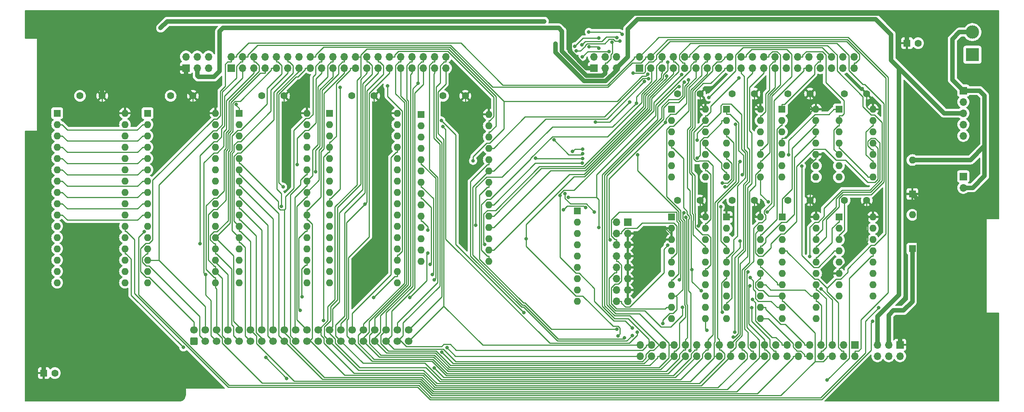
<source format=gbr>
%TF.GenerationSoftware,KiCad,Pcbnew,8.0.2*%
%TF.CreationDate,2024-06-15T19:56:31+02:00*%
%TF.ProjectId,p2000t-multifunctiebord,70323030-3074-42d6-9d75-6c746966756e,P2000T Multifunctiebord*%
%TF.SameCoordinates,Original*%
%TF.FileFunction,Copper,L2,Bot*%
%TF.FilePolarity,Positive*%
%FSLAX46Y46*%
G04 Gerber Fmt 4.6, Leading zero omitted, Abs format (unit mm)*
G04 Created by KiCad (PCBNEW 8.0.2) date 2024-06-15 19:56:31*
%MOMM*%
%LPD*%
G01*
G04 APERTURE LIST*
G04 Aperture macros list*
%AMRoundRect*
0 Rectangle with rounded corners*
0 $1 Rounding radius*
0 $2 $3 $4 $5 $6 $7 $8 $9 X,Y pos of 4 corners*
0 Add a 4 corners polygon primitive as box body*
4,1,4,$2,$3,$4,$5,$6,$7,$8,$9,$2,$3,0*
0 Add four circle primitives for the rounded corners*
1,1,$1+$1,$2,$3*
1,1,$1+$1,$4,$5*
1,1,$1+$1,$6,$7*
1,1,$1+$1,$8,$9*
0 Add four rect primitives between the rounded corners*
20,1,$1+$1,$2,$3,$4,$5,0*
20,1,$1+$1,$4,$5,$6,$7,0*
20,1,$1+$1,$6,$7,$8,$9,0*
20,1,$1+$1,$8,$9,$2,$3,0*%
G04 Aperture macros list end*
%TA.AperFunction,ComponentPad*%
%ADD10R,1.600000X1.600000*%
%TD*%
%TA.AperFunction,ComponentPad*%
%ADD11O,1.600000X1.600000*%
%TD*%
%TA.AperFunction,ComponentPad*%
%ADD12C,1.600000*%
%TD*%
%TA.AperFunction,ComponentPad*%
%ADD13R,1.700000X1.700000*%
%TD*%
%TA.AperFunction,ComponentPad*%
%ADD14O,1.700000X1.700000*%
%TD*%
%TA.AperFunction,ComponentPad*%
%ADD15RoundRect,0.250000X0.600000X-0.600000X0.600000X0.600000X-0.600000X0.600000X-0.600000X-0.600000X0*%
%TD*%
%TA.AperFunction,ComponentPad*%
%ADD16C,1.700000*%
%TD*%
%TA.AperFunction,ComponentPad*%
%ADD17R,3.000000X3.000000*%
%TD*%
%TA.AperFunction,ComponentPad*%
%ADD18C,3.000000*%
%TD*%
%TA.AperFunction,ViaPad*%
%ADD19C,0.800000*%
%TD*%
%TA.AperFunction,Conductor*%
%ADD20C,0.250000*%
%TD*%
%TA.AperFunction,Conductor*%
%ADD21C,1.000000*%
%TD*%
G04 APERTURE END LIST*
D10*
%TO.P,U11,1,A18*%
%TO.N,S5*%
X108458000Y-73152000D03*
D11*
%TO.P,U11,2,A16*%
%TO.N,S3*%
X108458000Y-75692000D03*
%TO.P,U11,3,A14*%
%TO.N,S1*%
X108458000Y-78232000D03*
%TO.P,U11,4,A12*%
%TO.N,A12*%
X108458000Y-80772000D03*
%TO.P,U11,5,A7*%
%TO.N,A7*%
X108458000Y-83312000D03*
%TO.P,U11,6,A6*%
%TO.N,A6*%
X108458000Y-85852000D03*
%TO.P,U11,7,A5*%
%TO.N,A5*%
X108458000Y-88392000D03*
%TO.P,U11,8,A4*%
%TO.N,A4*%
X108458000Y-90932000D03*
%TO.P,U11,9,A3*%
%TO.N,A3*%
X108458000Y-93472000D03*
%TO.P,U11,10,A2*%
%TO.N,A2*%
X108458000Y-96012000D03*
%TO.P,U11,11,A1*%
%TO.N,A1*%
X108458000Y-98552000D03*
%TO.P,U11,12,A0*%
%TO.N,A0*%
X108458000Y-101092000D03*
%TO.P,U11,13,DQ0*%
%TO.N,D0*%
X108458000Y-103632000D03*
%TO.P,U11,14,DQ1*%
%TO.N,D1*%
X108458000Y-106172000D03*
%TO.P,U11,15,DQ2*%
%TO.N,D2*%
X108458000Y-108712000D03*
%TO.P,U11,16,VSS*%
%TO.N,GND*%
X108458000Y-111252000D03*
%TO.P,U11,17,DQ3*%
%TO.N,D3*%
X123698000Y-111252000D03*
%TO.P,U11,18,DQ4*%
%TO.N,D4*%
X123698000Y-108712000D03*
%TO.P,U11,19,DQ5*%
%TO.N,D5*%
X123698000Y-106172000D03*
%TO.P,U11,20,DQ6*%
%TO.N,D6*%
X123698000Y-103632000D03*
%TO.P,U11,21,DQ7*%
%TO.N,D7*%
X123698000Y-101092000D03*
%TO.P,U11,22,CE#*%
%TO.N,~{CS4}*%
X123698000Y-98552000D03*
%TO.P,U11,23,A10*%
%TO.N,A10*%
X123698000Y-96012000D03*
%TO.P,U11,24,OE#*%
%TO.N,~{RD}*%
X123698000Y-93472000D03*
%TO.P,U11,25,A11*%
%TO.N,A11*%
X123698000Y-90932000D03*
%TO.P,U11,26,A9*%
%TO.N,A9*%
X123698000Y-88392000D03*
%TO.P,U11,27,A8*%
%TO.N,A8*%
X123698000Y-85852000D03*
%TO.P,U11,28,A13*%
%TO.N,S0*%
X123698000Y-83312000D03*
%TO.P,U11,29,WE#*%
%TO.N,~{WR}*%
X123698000Y-80772000D03*
%TO.P,U11,30,A17*%
%TO.N,S4*%
X123698000Y-78232000D03*
%TO.P,U11,31,A15*%
%TO.N,S2*%
X123698000Y-75692000D03*
%TO.P,U11,32,VCC*%
%TO.N,+5V*%
X123698000Y-73152000D03*
%TD*%
D10*
%TO.P,U10,1,A18*%
%TO.N,S5*%
X88138000Y-73152000D03*
D11*
%TO.P,U10,2,A16*%
%TO.N,S3*%
X88138000Y-75692000D03*
%TO.P,U10,3,A14*%
%TO.N,S1*%
X88138000Y-78232000D03*
%TO.P,U10,4,A12*%
%TO.N,A12*%
X88138000Y-80772000D03*
%TO.P,U10,5,A7*%
%TO.N,A7*%
X88138000Y-83312000D03*
%TO.P,U10,6,A6*%
%TO.N,A6*%
X88138000Y-85852000D03*
%TO.P,U10,7,A5*%
%TO.N,A5*%
X88138000Y-88392000D03*
%TO.P,U10,8,A4*%
%TO.N,A4*%
X88138000Y-90932000D03*
%TO.P,U10,9,A3*%
%TO.N,A3*%
X88138000Y-93472000D03*
%TO.P,U10,10,A2*%
%TO.N,A2*%
X88138000Y-96012000D03*
%TO.P,U10,11,A1*%
%TO.N,A1*%
X88138000Y-98552000D03*
%TO.P,U10,12,A0*%
%TO.N,A0*%
X88138000Y-101092000D03*
%TO.P,U10,13,DQ0*%
%TO.N,D0*%
X88138000Y-103632000D03*
%TO.P,U10,14,DQ1*%
%TO.N,D1*%
X88138000Y-106172000D03*
%TO.P,U10,15,DQ2*%
%TO.N,D2*%
X88138000Y-108712000D03*
%TO.P,U10,16,VSS*%
%TO.N,GND*%
X88138000Y-111252000D03*
%TO.P,U10,17,DQ3*%
%TO.N,D3*%
X103378000Y-111252000D03*
%TO.P,U10,18,DQ4*%
%TO.N,D4*%
X103378000Y-108712000D03*
%TO.P,U10,19,DQ5*%
%TO.N,D5*%
X103378000Y-106172000D03*
%TO.P,U10,20,DQ6*%
%TO.N,D6*%
X103378000Y-103632000D03*
%TO.P,U10,21,DQ7*%
%TO.N,D7*%
X103378000Y-101092000D03*
%TO.P,U10,22,CE#*%
%TO.N,~{CS3}*%
X103378000Y-98552000D03*
%TO.P,U10,23,A10*%
%TO.N,A10*%
X103378000Y-96012000D03*
%TO.P,U10,24,OE#*%
%TO.N,~{RD}*%
X103378000Y-93472000D03*
%TO.P,U10,25,A11*%
%TO.N,A11*%
X103378000Y-90932000D03*
%TO.P,U10,26,A9*%
%TO.N,A9*%
X103378000Y-88392000D03*
%TO.P,U10,27,A8*%
%TO.N,A8*%
X103378000Y-85852000D03*
%TO.P,U10,28,A13*%
%TO.N,S0*%
X103378000Y-83312000D03*
%TO.P,U10,29,WE#*%
%TO.N,~{WR}*%
X103378000Y-80772000D03*
%TO.P,U10,30,A17*%
%TO.N,S4*%
X103378000Y-78232000D03*
%TO.P,U10,31,A15*%
%TO.N,S2*%
X103378000Y-75692000D03*
%TO.P,U10,32,VCC*%
%TO.N,+5V*%
X103378000Y-73152000D03*
%TD*%
D10*
%TO.P,U9,1,A18*%
%TO.N,S5*%
X67569000Y-73152000D03*
D11*
%TO.P,U9,2,A16*%
%TO.N,S3*%
X67569000Y-75692000D03*
%TO.P,U9,3,A14*%
%TO.N,S1*%
X67569000Y-78232000D03*
%TO.P,U9,4,A12*%
%TO.N,A12*%
X67569000Y-80772000D03*
%TO.P,U9,5,A7*%
%TO.N,A7*%
X67569000Y-83312000D03*
%TO.P,U9,6,A6*%
%TO.N,A6*%
X67569000Y-85852000D03*
%TO.P,U9,7,A5*%
%TO.N,A5*%
X67569000Y-88392000D03*
%TO.P,U9,8,A4*%
%TO.N,A4*%
X67569000Y-90932000D03*
%TO.P,U9,9,A3*%
%TO.N,A3*%
X67569000Y-93472000D03*
%TO.P,U9,10,A2*%
%TO.N,A2*%
X67569000Y-96012000D03*
%TO.P,U9,11,A1*%
%TO.N,A1*%
X67569000Y-98552000D03*
%TO.P,U9,12,A0*%
%TO.N,A0*%
X67569000Y-101092000D03*
%TO.P,U9,13,DQ0*%
%TO.N,D0*%
X67569000Y-103632000D03*
%TO.P,U9,14,DQ1*%
%TO.N,D1*%
X67569000Y-106172000D03*
%TO.P,U9,15,DQ2*%
%TO.N,D2*%
X67569000Y-108712000D03*
%TO.P,U9,16,VSS*%
%TO.N,GND*%
X67569000Y-111252000D03*
%TO.P,U9,17,DQ3*%
%TO.N,D3*%
X82809000Y-111252000D03*
%TO.P,U9,18,DQ4*%
%TO.N,D4*%
X82809000Y-108712000D03*
%TO.P,U9,19,DQ5*%
%TO.N,D5*%
X82809000Y-106172000D03*
%TO.P,U9,20,DQ6*%
%TO.N,D6*%
X82809000Y-103632000D03*
%TO.P,U9,21,DQ7*%
%TO.N,D7*%
X82809000Y-101092000D03*
%TO.P,U9,22,CE#*%
%TO.N,~{CS2}*%
X82809000Y-98552000D03*
%TO.P,U9,23,A10*%
%TO.N,A10*%
X82809000Y-96012000D03*
%TO.P,U9,24,OE#*%
%TO.N,~{RD}*%
X82809000Y-93472000D03*
%TO.P,U9,25,A11*%
%TO.N,A11*%
X82809000Y-90932000D03*
%TO.P,U9,26,A9*%
%TO.N,A9*%
X82809000Y-88392000D03*
%TO.P,U9,27,A8*%
%TO.N,A8*%
X82809000Y-85852000D03*
%TO.P,U9,28,A13*%
%TO.N,S0*%
X82809000Y-83312000D03*
%TO.P,U9,29,WE#*%
%TO.N,~{WR}*%
X82809000Y-80772000D03*
%TO.P,U9,30,A17*%
%TO.N,S4*%
X82809000Y-78232000D03*
%TO.P,U9,31,A15*%
%TO.N,S2*%
X82809000Y-75692000D03*
%TO.P,U9,32,VCC*%
%TO.N,+5V*%
X82809000Y-73152000D03*
%TD*%
D10*
%TO.P,U4,1,A14*%
%TO.N,RAMS0*%
X129032000Y-73406000D03*
D11*
%TO.P,U4,2,A12*%
%TO.N,A12*%
X129032000Y-75946000D03*
%TO.P,U4,3,A7*%
%TO.N,A7*%
X129032000Y-78486000D03*
%TO.P,U4,4,A6*%
%TO.N,A6*%
X129032000Y-81026000D03*
%TO.P,U4,5,A5*%
%TO.N,A5*%
X129032000Y-83566000D03*
%TO.P,U4,6,A4*%
%TO.N,A4*%
X129032000Y-86106000D03*
%TO.P,U4,7,A3*%
%TO.N,A3*%
X129032000Y-88646000D03*
%TO.P,U4,8,A2*%
%TO.N,A2*%
X129032000Y-91186000D03*
%TO.P,U4,9,A1*%
%TO.N,A1*%
X129032000Y-93726000D03*
%TO.P,U4,10,A0*%
%TO.N,A0*%
X129032000Y-96266000D03*
%TO.P,U4,11,Q0*%
%TO.N,D0*%
X129032000Y-98806000D03*
%TO.P,U4,12,Q1*%
%TO.N,D1*%
X129032000Y-101346000D03*
%TO.P,U4,13,Q2*%
%TO.N,D2*%
X129032000Y-103886000D03*
%TO.P,U4,14,GND*%
%TO.N,GND*%
X129032000Y-106426000D03*
%TO.P,U4,15,Q3*%
%TO.N,D3*%
X144272000Y-106426000D03*
%TO.P,U4,16,Q4*%
%TO.N,D4*%
X144272000Y-103886000D03*
%TO.P,U4,17,Q5*%
%TO.N,D5*%
X144272000Y-101346000D03*
%TO.P,U4,18,Q6*%
%TO.N,D6*%
X144272000Y-98806000D03*
%TO.P,U4,19,Q7*%
%TO.N,D7*%
X144272000Y-96266000D03*
%TO.P,U4,20,~{CS}*%
%TO.N,~{CS5}*%
X144272000Y-93726000D03*
%TO.P,U4,21,A10*%
%TO.N,A10*%
X144272000Y-91186000D03*
%TO.P,U4,22,~{OE}*%
%TO.N,~{RD}*%
X144272000Y-88646000D03*
%TO.P,U4,23,A11*%
%TO.N,A11*%
X144272000Y-86106000D03*
%TO.P,U4,24,A9*%
%TO.N,A9*%
X144272000Y-83566000D03*
%TO.P,U4,25,A8*%
%TO.N,A8*%
X144272000Y-81026000D03*
%TO.P,U4,26,A13*%
%TO.N,A13*%
X144272000Y-78486000D03*
%TO.P,U4,27,~{WE}*%
%TO.N,~{WR}*%
X144272000Y-75946000D03*
%TO.P,U4,28,VCC*%
%TO.N,+5V*%
X144272000Y-73406000D03*
%TD*%
D10*
%TO.P,U2,1,A18*%
%TO.N,S5*%
X47244000Y-73152000D03*
D11*
%TO.P,U2,2,A16*%
%TO.N,S3*%
X47244000Y-75692000D03*
%TO.P,U2,3,A14*%
%TO.N,S1*%
X47244000Y-78232000D03*
%TO.P,U2,4,A12*%
%TO.N,A12*%
X47244000Y-80772000D03*
%TO.P,U2,5,A7*%
%TO.N,A7*%
X47244000Y-83312000D03*
%TO.P,U2,6,A6*%
%TO.N,A6*%
X47244000Y-85852000D03*
%TO.P,U2,7,A5*%
%TO.N,A5*%
X47244000Y-88392000D03*
%TO.P,U2,8,A4*%
%TO.N,A4*%
X47244000Y-90932000D03*
%TO.P,U2,9,A3*%
%TO.N,A3*%
X47244000Y-93472000D03*
%TO.P,U2,10,A2*%
%TO.N,A2*%
X47244000Y-96012000D03*
%TO.P,U2,11,A1*%
%TO.N,A1*%
X47244000Y-98552000D03*
%TO.P,U2,12,A0*%
%TO.N,A0*%
X47244000Y-101092000D03*
%TO.P,U2,13,DQ0*%
%TO.N,D0*%
X47244000Y-103632000D03*
%TO.P,U2,14,DQ1*%
%TO.N,D1*%
X47244000Y-106172000D03*
%TO.P,U2,15,DQ2*%
%TO.N,D2*%
X47244000Y-108712000D03*
%TO.P,U2,16,VSS*%
%TO.N,GND*%
X47244000Y-111252000D03*
%TO.P,U2,17,DQ3*%
%TO.N,D3*%
X62484000Y-111252000D03*
%TO.P,U2,18,DQ4*%
%TO.N,D4*%
X62484000Y-108712000D03*
%TO.P,U2,19,DQ5*%
%TO.N,D5*%
X62484000Y-106172000D03*
%TO.P,U2,20,DQ6*%
%TO.N,D6*%
X62484000Y-103632000D03*
%TO.P,U2,21,DQ7*%
%TO.N,D7*%
X62484000Y-101092000D03*
%TO.P,U2,22,CE#*%
%TO.N,~{CS1}*%
X62484000Y-98552000D03*
%TO.P,U2,23,A10*%
%TO.N,A10*%
X62484000Y-96012000D03*
%TO.P,U2,24,OE#*%
%TO.N,~{RD}*%
X62484000Y-93472000D03*
%TO.P,U2,25,A11*%
%TO.N,A11*%
X62484000Y-90932000D03*
%TO.P,U2,26,A9*%
%TO.N,A9*%
X62484000Y-88392000D03*
%TO.P,U2,27,A8*%
%TO.N,A8*%
X62484000Y-85852000D03*
%TO.P,U2,28,A13*%
%TO.N,S0*%
X62484000Y-83312000D03*
%TO.P,U2,29,WE#*%
%TO.N,~{WR}*%
X62484000Y-80772000D03*
%TO.P,U2,30,A17*%
%TO.N,S4*%
X62484000Y-78232000D03*
%TO.P,U2,31,A15*%
%TO.N,S2*%
X62484000Y-75692000D03*
%TO.P,U2,32,VCC*%
%TO.N,+5V*%
X62484000Y-73152000D03*
%TD*%
D12*
%TO.P,C9,1*%
%TO.N,+5V*%
X118500000Y-69250000D03*
%TO.P,C9,2*%
%TO.N,GND*%
X113500000Y-69250000D03*
%TD*%
D10*
%TO.P,U8,1,A->B*%
%TO.N,+5V*%
X197750000Y-96500000D03*
D11*
%TO.P,U8,2,A0*%
%TO.N,S0*%
X197750000Y-99040000D03*
%TO.P,U8,3,A1*%
%TO.N,S1*%
X197750000Y-101580000D03*
%TO.P,U8,4,A2*%
%TO.N,S2*%
X197750000Y-104120000D03*
%TO.P,U8,5,A3*%
%TO.N,S3*%
X197750000Y-106660000D03*
%TO.P,U8,6,A4*%
%TO.N,S4*%
X197750000Y-109200000D03*
%TO.P,U8,7,A5*%
%TO.N,S5*%
X197750000Y-111740000D03*
%TO.P,U8,8,A6*%
%TO.N,S6*%
X197750000Y-114280000D03*
%TO.P,U8,9,A7*%
%TO.N,S7*%
X197750000Y-116820000D03*
%TO.P,U8,10,GND*%
%TO.N,GND*%
X197750000Y-119360000D03*
%TO.P,U8,11,B7*%
%TO.N,D7*%
X205370000Y-119360000D03*
%TO.P,U8,12,B6*%
%TO.N,D6*%
X205370000Y-116820000D03*
%TO.P,U8,13,B5*%
%TO.N,D5*%
X205370000Y-114280000D03*
%TO.P,U8,14,B4*%
%TO.N,D4*%
X205370000Y-111740000D03*
%TO.P,U8,15,B3*%
%TO.N,D3*%
X205370000Y-109200000D03*
%TO.P,U8,16,B2*%
%TO.N,D2*%
X205370000Y-106660000D03*
%TO.P,U8,17,B1*%
%TO.N,D1*%
X205370000Y-104120000D03*
%TO.P,U8,18,B0*%
%TO.N,D0*%
X205370000Y-101580000D03*
%TO.P,U8,19,CE*%
%TO.N,Net-(U8-CE)*%
X205370000Y-99040000D03*
%TO.P,U8,20,VCC*%
%TO.N,+5V*%
X205370000Y-96500000D03*
%TD*%
D12*
%TO.P,C1,1*%
%TO.N,+5V*%
X139000000Y-69250000D03*
%TO.P,C1,2*%
%TO.N,GND*%
X134000000Y-69250000D03*
%TD*%
%TO.P,C14,1*%
%TO.N,+5V*%
X229250000Y-92750000D03*
%TO.P,C14,2*%
%TO.N,GND*%
X224250000Y-92750000D03*
%TD*%
D10*
%TO.P,C16,1*%
%TO.N,+5V*%
X44236000Y-131572000D03*
D12*
%TO.P,C16,2*%
%TO.N,GND*%
X46736000Y-131572000D03*
%TD*%
%TO.P,C17,1*%
%TO.N,+5V*%
X216500000Y-68750000D03*
%TO.P,C17,2*%
%TO.N,GND*%
X211500000Y-68750000D03*
%TD*%
D13*
%TO.P,J8,1,Pin_1*%
%TO.N,+5V*%
X167894000Y-62992000D03*
D14*
%TO.P,J8,2,Pin_2*%
%TO.N,GND*%
X167894000Y-60452000D03*
%TO.P,J8,3,Pin_3*%
%TO.N,+12V*%
X170434000Y-62992000D03*
%TO.P,J8,4,Pin_4*%
%TO.N,GND*%
X170434000Y-60452000D03*
%TO.P,J8,5,Pin_5*%
%TO.N,-22V*%
X172974000Y-62992000D03*
%TO.P,J8,6,Pin_6*%
%TO.N,GND*%
X172974000Y-60452000D03*
%TD*%
D12*
%TO.P,C11,1*%
%TO.N,+5V*%
X191750000Y-68750000D03*
%TO.P,C11,2*%
%TO.N,GND*%
X186750000Y-68750000D03*
%TD*%
%TO.P,C13,1*%
%TO.N,+5V*%
X216500000Y-92750000D03*
%TO.P,C13,2*%
%TO.N,GND*%
X211500000Y-92750000D03*
%TD*%
%TO.P,C2,1*%
%TO.N,+5V*%
X204000000Y-68750000D03*
%TO.P,C2,2*%
%TO.N,GND*%
X199000000Y-68750000D03*
%TD*%
D10*
%TO.P,D1,1,K*%
%TO.N,+5V*%
X239500000Y-91310000D03*
D11*
%TO.P,D1,2,A*%
%TO.N,VCC*%
X239500000Y-83690000D03*
%TD*%
D12*
%TO.P,C5,1*%
%TO.N,+5V*%
X77750000Y-69250000D03*
%TO.P,C5,2*%
%TO.N,GND*%
X72750000Y-69250000D03*
%TD*%
D10*
%TO.P,RN1,1,common*%
%TO.N,GND*%
X164210000Y-95140000D03*
D11*
%TO.P,RN1,2,R1*%
%TO.N,unconnected-(RN1-R1-Pad2)*%
X164210000Y-97680000D03*
%TO.P,RN1,3,R2*%
%TO.N,Net-(J12-Pin_4)*%
X164210000Y-100220000D03*
%TO.P,RN1,4,R3*%
%TO.N,Net-(J12-Pin_6)*%
X164210000Y-102760000D03*
%TO.P,RN1,5,R4*%
%TO.N,Net-(J12-Pin_8)*%
X164210000Y-105300000D03*
%TO.P,RN1,6,R5*%
%TO.N,Net-(J12-Pin_10)*%
X164210000Y-107840000D03*
%TO.P,RN1,7,R6*%
%TO.N,Net-(J12-Pin_12)*%
X164210000Y-110380000D03*
%TO.P,RN1,8,R7*%
%TO.N,Net-(J12-Pin_14)*%
X164210000Y-112920000D03*
%TO.P,RN1,9,R8*%
%TO.N,Net-(J12-Pin_16)*%
X164210000Y-115460000D03*
%TD*%
D10*
%TO.P,U15,1*%
%TO.N,Net-(U15-Pad1)*%
X223000000Y-72300000D03*
D11*
%TO.P,U15,2*%
%TO.N,~{WR}*%
X223000000Y-74840000D03*
%TO.P,U15,3*%
%TO.N,Net-(U1-Pad1)*%
X223000000Y-77380000D03*
%TO.P,U15,4*%
%TO.N,Net-(U15-Pad4)*%
X223000000Y-79920000D03*
%TO.P,U15,5*%
%TO.N,~{WR}*%
X223000000Y-82460000D03*
%TO.P,U15,6*%
%TO.N,Net-(U1-Pad3)*%
X223000000Y-85000000D03*
%TO.P,U15,7,GND*%
%TO.N,GND*%
X223000000Y-87540000D03*
%TO.P,U15,8*%
%TO.N,Net-(U15-Pad4)*%
X230620000Y-87540000D03*
%TO.P,U15,9*%
%TO.N,~{P=R}*%
X230620000Y-85000000D03*
%TO.P,U15,10*%
%TO.N,A0*%
X230620000Y-82460000D03*
%TO.P,U15,11*%
%TO.N,Net-(U8-CE)*%
X230620000Y-79920000D03*
%TO.P,U15,12*%
%TO.N,~{RD}*%
X230620000Y-77380000D03*
%TO.P,U15,13*%
%TO.N,~{P=R}*%
X230620000Y-74840000D03*
%TO.P,U15,14,VCC*%
%TO.N,+5V*%
X230620000Y-72300000D03*
%TD*%
D12*
%TO.P,C12,1*%
%TO.N,+5V*%
X191750000Y-92750000D03*
%TO.P,C12,2*%
%TO.N,GND*%
X186750000Y-92750000D03*
%TD*%
D10*
%TO.P,D2,1,K*%
%TO.N,+12V*%
X239500000Y-103620000D03*
D11*
%TO.P,D2,2,A*%
%TO.N,V12*%
X239500000Y-96000000D03*
%TD*%
D10*
%TO.P,U13,1,~{R}*%
%TO.N,~{RES}*%
X210200000Y-72260000D03*
D11*
%TO.P,U13,2,D*%
%TO.N,D0*%
X210200000Y-74800000D03*
%TO.P,U13,3,C*%
%TO.N,Net-(U13A-C)*%
X210200000Y-77340000D03*
%TO.P,U13,4,~{S}*%
%TO.N,+5V*%
X210200000Y-79880000D03*
%TO.P,U13,5,Q*%
%TO.N,RAMS0*%
X210200000Y-82420000D03*
%TO.P,U13,6,~{Q}*%
%TO.N,unconnected-(U13A-~{Q}-Pad6)*%
X210200000Y-84960000D03*
%TO.P,U13,7,GND*%
%TO.N,GND*%
X210200000Y-87500000D03*
%TO.P,U13,8,~{Q}*%
%TO.N,unconnected-(U13B-~{Q}-Pad8)*%
X217820000Y-87500000D03*
%TO.P,U13,9,Q*%
%TO.N,unconnected-(U13B-Q-Pad9)*%
X217820000Y-84960000D03*
%TO.P,U13,10,~{S}*%
%TO.N,+5V*%
X217820000Y-82420000D03*
%TO.P,U13,11,C*%
%TO.N,Net-(U13A-C)*%
X217820000Y-79880000D03*
%TO.P,U13,12,D*%
%TO.N,D1*%
X217820000Y-77340000D03*
%TO.P,U13,13,~{R}*%
%TO.N,~{RES}*%
X217820000Y-74800000D03*
%TO.P,U13,14,VCC*%
%TO.N,+5V*%
X217820000Y-72260000D03*
%TD*%
D12*
%TO.P,C6,1*%
%TO.N,+5V*%
X57379800Y-69250000D03*
%TO.P,C6,2*%
%TO.N,GND*%
X52379800Y-69250000D03*
%TD*%
D13*
%TO.P,J5,1,Pin_1*%
%TO.N,GND*%
X178125000Y-62992000D03*
D14*
%TO.P,J5,2,Pin_2*%
%TO.N,D*%
X178125000Y-60452000D03*
%TO.P,J5,3,Pin_3*%
%TO.N,D0*%
X180665000Y-62992000D03*
%TO.P,J5,4,Pin_4*%
%TO.N,D1*%
X180665000Y-60452000D03*
%TO.P,J5,5,Pin_5*%
%TO.N,D2*%
X183205000Y-62992000D03*
%TO.P,J5,6,Pin_6*%
%TO.N,D3*%
X183205000Y-60452000D03*
%TO.P,J5,7,Pin_7*%
%TO.N,D4*%
X185745000Y-62992000D03*
%TO.P,J5,8,Pin_8*%
%TO.N,D5*%
X185745000Y-60452000D03*
%TO.P,J5,9,Pin_9*%
%TO.N,D6*%
X188285000Y-62992000D03*
%TO.P,J5,10,Pin_10*%
%TO.N,D7*%
X188285000Y-60452000D03*
%TO.P,J5,11,Pin_11*%
%TO.N,A0*%
X190825000Y-62992000D03*
%TO.P,J5,12,Pin_12*%
%TO.N,A1*%
X190825000Y-60452000D03*
%TO.P,J5,13,Pin_13*%
%TO.N,A2*%
X193365000Y-62992000D03*
%TO.P,J5,14,Pin_14*%
%TO.N,A3*%
X193365000Y-60452000D03*
%TO.P,J5,15,Pin_15*%
%TO.N,A4*%
X195905000Y-62992000D03*
%TO.P,J5,16,Pin_16*%
%TO.N,A5*%
X195905000Y-60452000D03*
%TO.P,J5,17,Pin_17*%
%TO.N,A6*%
X198445000Y-62992000D03*
%TO.P,J5,18,Pin_18*%
%TO.N,A7*%
X198445000Y-60452000D03*
%TO.P,J5,19,Pin_19*%
%TO.N,A8*%
X200985000Y-62992000D03*
%TO.P,J5,20,Pin_20*%
%TO.N,A9*%
X200985000Y-60452000D03*
%TO.P,J5,21,Pin_21*%
%TO.N,A10*%
X203525000Y-62992000D03*
%TO.P,J5,22,Pin_22*%
%TO.N,A11*%
X203525000Y-60452000D03*
%TO.P,J5,23,Pin_23*%
%TO.N,A12*%
X206065000Y-62992000D03*
%TO.P,J5,24,Pin_24*%
%TO.N,A13*%
X206065000Y-60452000D03*
%TO.P,J5,25,Pin_25*%
%TO.N,A14*%
X208605000Y-62992000D03*
%TO.P,J5,26,Pin_26*%
%TO.N,RAMS2*%
X208605000Y-60452000D03*
%TO.P,J5,27,Pin_27*%
%TO.N,~{MRQ}*%
X211145000Y-62992000D03*
%TO.P,J5,28,Pin_28*%
%TO.N,~{RD}*%
X211145000Y-60452000D03*
%TO.P,J5,29,Pin_29*%
%TO.N,~{INT}*%
X213685000Y-62992000D03*
%TO.P,J5,30,Pin_30*%
%TO.N,~{WR}*%
X213685000Y-60452000D03*
%TO.P,J5,31,Pin_31*%
%TO.N,~{IORQ}*%
X216225000Y-62992000D03*
%TO.P,J5,32,Pin_32*%
%TO.N,~{WAIT}*%
X216225000Y-60452000D03*
%TO.P,J5,33,Pin_33*%
%TO.N,~{M1}*%
X218765000Y-62992000D03*
%TO.P,J5,34,Pin_34*%
%TO.N,~{RES}*%
X218765000Y-60452000D03*
%TO.P,J5,35,Pin_35*%
%TO.N,~{LOCK}*%
X221305000Y-62992000D03*
%TO.P,J5,36,Pin_36*%
%TO.N,~{RFSH}*%
X221305000Y-60452000D03*
%TO.P,J5,37,Pin_37*%
%TO.N,~{DEW{slash}R2425}*%
X223845000Y-62992000D03*
%TO.P,J5,38,Pin_38*%
%TO.N,PHI*%
X223845000Y-60452000D03*
%TO.P,J5,39,Pin_39*%
%TO.N,PHI2*%
X226385000Y-62992000D03*
%TO.P,J5,40,Pin_40*%
%TO.N,T4M*%
X226385000Y-60452000D03*
%TD*%
D12*
%TO.P,C15,1*%
%TO.N,+5V*%
X229250000Y-68750000D03*
%TO.P,C15,2*%
%TO.N,GND*%
X224250000Y-68750000D03*
%TD*%
D13*
%TO.P,J6,1,Pin_1*%
%TO.N,GND*%
X226568000Y-125222000D03*
D14*
%TO.P,J6,2,Pin_2*%
%TO.N,D*%
X226568000Y-127762000D03*
%TO.P,J6,3,Pin_3*%
%TO.N,D0*%
X224028000Y-125222000D03*
%TO.P,J6,4,Pin_4*%
%TO.N,D1*%
X224028000Y-127762000D03*
%TO.P,J6,5,Pin_5*%
%TO.N,D2*%
X221488000Y-125222000D03*
%TO.P,J6,6,Pin_6*%
%TO.N,D3*%
X221488000Y-127762000D03*
%TO.P,J6,7,Pin_7*%
%TO.N,D4*%
X218948000Y-125222000D03*
%TO.P,J6,8,Pin_8*%
%TO.N,D5*%
X218948000Y-127762000D03*
%TO.P,J6,9,Pin_9*%
%TO.N,D6*%
X216408000Y-125222000D03*
%TO.P,J6,10,Pin_10*%
%TO.N,D7*%
X216408000Y-127762000D03*
%TO.P,J6,11,Pin_11*%
%TO.N,A0*%
X213868000Y-125222000D03*
%TO.P,J6,12,Pin_12*%
%TO.N,A1*%
X213868000Y-127762000D03*
%TO.P,J6,13,Pin_13*%
%TO.N,A2*%
X211328000Y-125222000D03*
%TO.P,J6,14,Pin_14*%
%TO.N,A3*%
X211328000Y-127762000D03*
%TO.P,J6,15,Pin_15*%
%TO.N,A4*%
X208788000Y-125222000D03*
%TO.P,J6,16,Pin_16*%
%TO.N,A5*%
X208788000Y-127762000D03*
%TO.P,J6,17,Pin_17*%
%TO.N,A6*%
X206248000Y-125222000D03*
%TO.P,J6,18,Pin_18*%
%TO.N,A7*%
X206248000Y-127762000D03*
%TO.P,J6,19,Pin_19*%
%TO.N,A8*%
X203708000Y-125222000D03*
%TO.P,J6,20,Pin_20*%
%TO.N,A9*%
X203708000Y-127762000D03*
%TO.P,J6,21,Pin_21*%
%TO.N,A10*%
X201168000Y-125222000D03*
%TO.P,J6,22,Pin_22*%
%TO.N,A11*%
X201168000Y-127762000D03*
%TO.P,J6,23,Pin_23*%
%TO.N,A12*%
X198628000Y-125222000D03*
%TO.P,J6,24,Pin_24*%
%TO.N,A13*%
X198628000Y-127762000D03*
%TO.P,J6,25,Pin_25*%
%TO.N,A14*%
X196088000Y-125222000D03*
%TO.P,J6,26,Pin_26*%
%TO.N,RAMS2*%
X196088000Y-127762000D03*
%TO.P,J6,27,Pin_27*%
%TO.N,~{MRQ}*%
X193548000Y-125222000D03*
%TO.P,J6,28,Pin_28*%
%TO.N,~{RD}*%
X193548000Y-127762000D03*
%TO.P,J6,29,Pin_29*%
%TO.N,~{INT}*%
X191008000Y-125222000D03*
%TO.P,J6,30,Pin_30*%
%TO.N,~{WR}*%
X191008000Y-127762000D03*
%TO.P,J6,31,Pin_31*%
%TO.N,~{IORQ}*%
X188468000Y-125222000D03*
%TO.P,J6,32,Pin_32*%
%TO.N,~{WAIT}*%
X188468000Y-127762000D03*
%TO.P,J6,33,Pin_33*%
%TO.N,~{M1}*%
X185928000Y-125222000D03*
%TO.P,J6,34,Pin_34*%
%TO.N,~{RES}*%
X185928000Y-127762000D03*
%TO.P,J6,35,Pin_35*%
%TO.N,~{LOCK}*%
X183388000Y-125222000D03*
%TO.P,J6,36,Pin_36*%
%TO.N,~{RFSH}*%
X183388000Y-127762000D03*
%TO.P,J6,37,Pin_37*%
%TO.N,~{DEW{slash}R2425}*%
X180848000Y-125222000D03*
%TO.P,J6,38,Pin_38*%
%TO.N,PHI*%
X180848000Y-127762000D03*
%TO.P,J6,39,Pin_39*%
%TO.N,PHI2*%
X178308000Y-125222000D03*
%TO.P,J6,40,Pin_40*%
%TO.N,T4M*%
X178308000Y-127762000D03*
%TD*%
D12*
%TO.P,C7,1*%
%TO.N,+5V*%
X98250000Y-69250000D03*
%TO.P,C7,2*%
%TO.N,GND*%
X93250000Y-69250000D03*
%TD*%
D13*
%TO.P,J9,1,Pin_1*%
%TO.N,VCC*%
X250952000Y-68072000D03*
D14*
%TO.P,J9,2,Pin_2*%
%TO.N,GND*%
X250952000Y-70612000D03*
%TO.P,J9,3,Pin_3*%
%TO.N,-22V*%
X250952000Y-73152000D03*
%TO.P,J9,4,Pin_4*%
%TO.N,GND*%
X250952000Y-75692000D03*
%TO.P,J9,5,Pin_5*%
%TO.N,V12*%
X250952000Y-78232000D03*
%TD*%
D10*
%TO.P,C3,1*%
%TO.N,+5V*%
X238292000Y-57404000D03*
D12*
%TO.P,C3,2*%
%TO.N,GND*%
X240792000Y-57404000D03*
%TD*%
D13*
%TO.P,J11,1,Pin_1*%
%TO.N,+5V*%
X76200000Y-62992000D03*
D14*
%TO.P,J11,2,Pin_2*%
%TO.N,GND*%
X76200000Y-60452000D03*
%TO.P,J11,3,Pin_3*%
%TO.N,+12V*%
X78740000Y-62992000D03*
%TO.P,J11,4,Pin_4*%
%TO.N,GND*%
X78740000Y-60452000D03*
%TO.P,J11,5,Pin_5*%
%TO.N,-22V*%
X81280000Y-62992000D03*
%TO.P,J11,6,Pin_6*%
%TO.N,GND*%
X81280000Y-60452000D03*
%TD*%
D10*
%TO.P,U3,1*%
%TO.N,Net-(U12-E2)*%
X197750000Y-72260000D03*
D11*
%TO.P,U3,2*%
%TO.N,Net-(U1-Pad6)*%
X197750000Y-74800000D03*
%TO.P,U3,3*%
%TO.N,~{CS5}*%
X197750000Y-77340000D03*
%TO.P,U3,4*%
%TO.N,A0*%
X197750000Y-79880000D03*
%TO.P,U3,5*%
%TO.N,Net-(U1-Pad8)*%
X197750000Y-82420000D03*
%TO.P,U3,6*%
%TO.N,Net-(U15-Pad1)*%
X197750000Y-84960000D03*
%TO.P,U3,7,GND*%
%TO.N,GND*%
X197750000Y-87500000D03*
%TO.P,U3,8*%
%TO.N,Net-(U12-E2)*%
X205370000Y-87500000D03*
%TO.P,U3,9*%
%TO.N,A13*%
X205370000Y-84960000D03*
%TO.P,U3,10*%
%TO.N,A14*%
X205370000Y-82420000D03*
%TO.P,U3,11*%
%TO.N,~{REN}*%
X205370000Y-79880000D03*
%TO.P,U3,12*%
%TO.N,Net-(U1-Pad12)*%
X205370000Y-77340000D03*
%TO.P,U3,13*%
%TO.N,RAMS2*%
X205370000Y-74800000D03*
%TO.P,U3,14,VCC*%
%TO.N,+5V*%
X205370000Y-72260000D03*
%TD*%
D10*
%TO.P,U1,1*%
%TO.N,Net-(U1-Pad1)*%
X185380000Y-72260000D03*
D11*
%TO.P,U1,2*%
%TO.N,Net-(U13A-C)*%
X185380000Y-74800000D03*
%TO.P,U1,3*%
%TO.N,Net-(U1-Pad3)*%
X185380000Y-77340000D03*
%TO.P,U1,4*%
%TO.N,Net-(U16-Cp)*%
X185380000Y-79880000D03*
%TO.P,U1,5*%
%TO.N,~{REN}*%
X185380000Y-82420000D03*
%TO.P,U1,6*%
%TO.N,Net-(U1-Pad6)*%
X185380000Y-84960000D03*
%TO.P,U1,7,GND*%
%TO.N,GND*%
X185380000Y-87500000D03*
%TO.P,U1,8*%
%TO.N,Net-(U1-Pad8)*%
X193000000Y-87500000D03*
%TO.P,U1,9*%
%TO.N,~{P=R}*%
X193000000Y-84960000D03*
%TO.P,U1,10*%
%TO.N,unconnected-(U1-Pad10)*%
X193000000Y-82420000D03*
%TO.P,U1,11*%
%TO.N,GND*%
X193000000Y-79880000D03*
%TO.P,U1,12*%
%TO.N,Net-(U1-Pad12)*%
X193000000Y-77340000D03*
%TO.P,U1,13*%
%TO.N,~{MRQ}*%
X193000000Y-74800000D03*
%TO.P,U1,14,VCC*%
%TO.N,+5V*%
X193000000Y-72260000D03*
%TD*%
D13*
%TO.P,J2,1,Pin_1*%
%TO.N,GND*%
X250952000Y-87376000D03*
D14*
%TO.P,J2,2,Pin_2*%
%TO.N,VCC*%
X250952000Y-89916000D03*
%TD*%
D12*
%TO.P,C10,1*%
%TO.N,+5V*%
X204000000Y-92750000D03*
%TO.P,C10,2*%
%TO.N,GND*%
X199000000Y-92750000D03*
%TD*%
D10*
%TO.P,U12,1,A0*%
%TO.N,S6*%
X223000000Y-96500000D03*
D11*
%TO.P,U12,2,A1*%
%TO.N,S7*%
X223000000Y-99040000D03*
%TO.P,U12,3,A2*%
%TO.N,GND*%
X223000000Y-101580000D03*
%TO.P,U12,4,E1*%
%TO.N,~{REN}*%
X223000000Y-104120000D03*
%TO.P,U12,5,E2*%
%TO.N,Net-(U12-E2)*%
X223000000Y-106660000D03*
%TO.P,U12,6,E3*%
%TO.N,+5V*%
X223000000Y-109200000D03*
%TO.P,U12,7,O7*%
%TO.N,unconnected-(U12-O7-Pad7)*%
X223000000Y-111740000D03*
%TO.P,U12,8,GND*%
%TO.N,GND*%
X223000000Y-114280000D03*
%TO.P,U12,9,O6*%
%TO.N,unconnected-(U12-O6-Pad9)*%
X230620000Y-114280000D03*
%TO.P,U12,10,O5*%
%TO.N,unconnected-(U12-O5-Pad10)*%
X230620000Y-111740000D03*
%TO.P,U12,11,O4*%
%TO.N,unconnected-(U12-O4-Pad11)*%
X230620000Y-109200000D03*
%TO.P,U12,12,O3*%
%TO.N,~{CS4}*%
X230620000Y-106660000D03*
%TO.P,U12,13,O2*%
%TO.N,~{CS3}*%
X230620000Y-104120000D03*
%TO.P,U12,14,O1*%
%TO.N,~{CS2}*%
X230620000Y-101580000D03*
%TO.P,U12,15,O0*%
%TO.N,~{CS1}*%
X230620000Y-99040000D03*
%TO.P,U12,16,VCC*%
%TO.N,+5V*%
X230620000Y-96500000D03*
%TD*%
D13*
%TO.P,J10,1,Pin_1*%
%TO.N,+5V*%
X236728000Y-125222000D03*
D14*
%TO.P,J10,2,Pin_2*%
%TO.N,GND*%
X236728000Y-127762000D03*
%TO.P,J10,3,Pin_3*%
%TO.N,+12V*%
X234188000Y-125222000D03*
%TO.P,J10,4,Pin_4*%
%TO.N,GND*%
X234188000Y-127762000D03*
%TO.P,J10,5,Pin_5*%
%TO.N,-22V*%
X231648000Y-125222000D03*
%TO.P,J10,6,Pin_6*%
%TO.N,GND*%
X231648000Y-127762000D03*
%TD*%
D15*
%TO.P,J1,1,Pin_1*%
%TO.N,GND*%
X78000000Y-124400000D03*
D16*
%TO.P,J1,2,Pin_2*%
%TO.N,D*%
X78000000Y-121860000D03*
%TO.P,J1,3,Pin_3*%
%TO.N,D0*%
X80540000Y-124400000D03*
%TO.P,J1,4,Pin_4*%
%TO.N,D1*%
X80540000Y-121860000D03*
%TO.P,J1,5,Pin_5*%
%TO.N,D2*%
X83080000Y-124400000D03*
%TO.P,J1,6,Pin_6*%
%TO.N,D3*%
X83080000Y-121860000D03*
%TO.P,J1,7,Pin_7*%
%TO.N,D4*%
X85620000Y-124400000D03*
%TO.P,J1,8,Pin_8*%
%TO.N,D5*%
X85620000Y-121860000D03*
%TO.P,J1,9,Pin_9*%
%TO.N,D6*%
X88160000Y-124400000D03*
%TO.P,J1,10,Pin_10*%
%TO.N,D7*%
X88160000Y-121860000D03*
%TO.P,J1,11,Pin_11*%
%TO.N,A0*%
X90700000Y-124400000D03*
%TO.P,J1,12,Pin_12*%
%TO.N,A1*%
X90700000Y-121860000D03*
%TO.P,J1,13,Pin_13*%
%TO.N,A2*%
X93240000Y-124400000D03*
%TO.P,J1,14,Pin_14*%
%TO.N,A3*%
X93240000Y-121860000D03*
%TO.P,J1,15,Pin_15*%
%TO.N,A4*%
X95780000Y-124400000D03*
%TO.P,J1,16,Pin_16*%
%TO.N,A5*%
X95780000Y-121860000D03*
%TO.P,J1,17,Pin_17*%
%TO.N,A6*%
X98320000Y-124400000D03*
%TO.P,J1,18,Pin_18*%
%TO.N,A7*%
X98320000Y-121860000D03*
%TO.P,J1,19,Pin_19*%
%TO.N,A8*%
X100860000Y-124400000D03*
%TO.P,J1,20,Pin_20*%
%TO.N,A9*%
X100860000Y-121860000D03*
%TO.P,J1,21,Pin_21*%
%TO.N,A10*%
X103400000Y-124400000D03*
%TO.P,J1,22,Pin_22*%
%TO.N,A11*%
X103400000Y-121860000D03*
%TO.P,J1,23,Pin_23*%
%TO.N,A12*%
X105940000Y-124400000D03*
%TO.P,J1,24,Pin_24*%
%TO.N,A13*%
X105940000Y-121860000D03*
%TO.P,J1,25,Pin_25*%
%TO.N,A14*%
X108480000Y-124400000D03*
%TO.P,J1,26,Pin_26*%
%TO.N,RAMS2*%
X108480000Y-121860000D03*
%TO.P,J1,27,Pin_27*%
%TO.N,~{MRQ}*%
X111020000Y-124400000D03*
%TO.P,J1,28,Pin_28*%
%TO.N,~{RD}*%
X111020000Y-121860000D03*
%TO.P,J1,29,Pin_29*%
%TO.N,~{INT}*%
X113560000Y-124400000D03*
%TO.P,J1,30,Pin_30*%
%TO.N,~{WR}*%
X113560000Y-121860000D03*
%TO.P,J1,31,Pin_31*%
%TO.N,~{IORQ}*%
X116100000Y-124400000D03*
%TO.P,J1,32,Pin_32*%
%TO.N,~{WAIT}*%
X116100000Y-121860000D03*
%TO.P,J1,33,Pin_33*%
%TO.N,~{M1}*%
X118640000Y-124400000D03*
%TO.P,J1,34,Pin_34*%
%TO.N,~{RES}*%
X118640000Y-121860000D03*
%TO.P,J1,35,Pin_35*%
%TO.N,~{LOCK}*%
X121180000Y-124400000D03*
%TO.P,J1,36,Pin_36*%
%TO.N,~{RFSH}*%
X121180000Y-121860000D03*
%TO.P,J1,37,Pin_37*%
%TO.N,~{DEW{slash}R2425}*%
X123720000Y-124400000D03*
%TO.P,J1,38,Pin_38*%
%TO.N,PHI*%
X123720000Y-121860000D03*
%TO.P,J1,39,Pin_39*%
%TO.N,PHI2*%
X126260000Y-124400000D03*
%TO.P,J1,40,Pin_40*%
%TO.N,T4M*%
X126260000Y-121860000D03*
%TD*%
D17*
%TO.P,J3,1,Pin_1*%
%TO.N,GND*%
X253000000Y-60000000D03*
D18*
%TO.P,J3,2,Pin_2*%
%TO.N,VCC*%
X253000000Y-54920000D03*
%TD*%
D10*
%TO.P,U14,1,G*%
%TO.N,~{IORQ}*%
X185380000Y-96500000D03*
D11*
%TO.P,U14,2,P0*%
%TO.N,+5V*%
X185380000Y-99040000D03*
%TO.P,U14,3,R0*%
X185380000Y-101580000D03*
%TO.P,U14,4,P1*%
%TO.N,A1*%
X185380000Y-104120000D03*
%TO.P,U14,5,R1*%
%TO.N,Net-(J12-Pin_4)*%
X185380000Y-106660000D03*
%TO.P,U14,6,P2*%
%TO.N,A2*%
X185380000Y-109200000D03*
%TO.P,U14,7,R2*%
%TO.N,Net-(J12-Pin_6)*%
X185380000Y-111740000D03*
%TO.P,U14,8,P3*%
%TO.N,A3*%
X185380000Y-114280000D03*
%TO.P,U14,9,R3*%
%TO.N,Net-(J12-Pin_8)*%
X185380000Y-116820000D03*
%TO.P,U14,10,GND*%
%TO.N,GND*%
X185380000Y-119360000D03*
%TO.P,U14,11,P4*%
%TO.N,A4*%
X193000000Y-119360000D03*
%TO.P,U14,12,R4*%
%TO.N,Net-(J12-Pin_10)*%
X193000000Y-116820000D03*
%TO.P,U14,13,P5*%
%TO.N,A5*%
X193000000Y-114280000D03*
%TO.P,U14,14,R5*%
%TO.N,Net-(J12-Pin_12)*%
X193000000Y-111740000D03*
%TO.P,U14,15,P6*%
%TO.N,A6*%
X193000000Y-109200000D03*
%TO.P,U14,16,R6*%
%TO.N,Net-(J12-Pin_14)*%
X193000000Y-106660000D03*
%TO.P,U14,17,P7*%
%TO.N,A7*%
X193000000Y-104120000D03*
%TO.P,U14,18,R7*%
%TO.N,Net-(J12-Pin_16)*%
X193000000Y-101580000D03*
%TO.P,U14,19,P=R*%
%TO.N,~{P=R}*%
X193000000Y-99040000D03*
%TO.P,U14,20,VCC*%
%TO.N,+5V*%
X193000000Y-96500000D03*
%TD*%
D13*
%TO.P,J4,1,Pin_1*%
%TO.N,GND*%
X86360000Y-62992000D03*
D14*
%TO.P,J4,2,Pin_2*%
%TO.N,D*%
X86360000Y-60452000D03*
%TO.P,J4,3,Pin_3*%
%TO.N,D0*%
X88900000Y-62992000D03*
%TO.P,J4,4,Pin_4*%
%TO.N,D1*%
X88900000Y-60452000D03*
%TO.P,J4,5,Pin_5*%
%TO.N,D2*%
X91440000Y-62992000D03*
%TO.P,J4,6,Pin_6*%
%TO.N,D3*%
X91440000Y-60452000D03*
%TO.P,J4,7,Pin_7*%
%TO.N,D4*%
X93980000Y-62992000D03*
%TO.P,J4,8,Pin_8*%
%TO.N,D5*%
X93980000Y-60452000D03*
%TO.P,J4,9,Pin_9*%
%TO.N,D6*%
X96520000Y-62992000D03*
%TO.P,J4,10,Pin_10*%
%TO.N,D7*%
X96520000Y-60452000D03*
%TO.P,J4,11,Pin_11*%
%TO.N,A0*%
X99060000Y-62992000D03*
%TO.P,J4,12,Pin_12*%
%TO.N,A1*%
X99060000Y-60452000D03*
%TO.P,J4,13,Pin_13*%
%TO.N,A2*%
X101600000Y-62992000D03*
%TO.P,J4,14,Pin_14*%
%TO.N,A3*%
X101600000Y-60452000D03*
%TO.P,J4,15,Pin_15*%
%TO.N,A4*%
X104140000Y-62992000D03*
%TO.P,J4,16,Pin_16*%
%TO.N,A5*%
X104140000Y-60452000D03*
%TO.P,J4,17,Pin_17*%
%TO.N,A6*%
X106680000Y-62992000D03*
%TO.P,J4,18,Pin_18*%
%TO.N,A7*%
X106680000Y-60452000D03*
%TO.P,J4,19,Pin_19*%
%TO.N,A8*%
X109220000Y-62992000D03*
%TO.P,J4,20,Pin_20*%
%TO.N,A9*%
X109220000Y-60452000D03*
%TO.P,J4,21,Pin_21*%
%TO.N,A10*%
X111760000Y-62992000D03*
%TO.P,J4,22,Pin_22*%
%TO.N,A11*%
X111760000Y-60452000D03*
%TO.P,J4,23,Pin_23*%
%TO.N,A12*%
X114300000Y-62992000D03*
%TO.P,J4,24,Pin_24*%
%TO.N,A13*%
X114300000Y-60452000D03*
%TO.P,J4,25,Pin_25*%
%TO.N,A14*%
X116840000Y-62992000D03*
%TO.P,J4,26,Pin_26*%
%TO.N,RAMS2*%
X116840000Y-60452000D03*
%TO.P,J4,27,Pin_27*%
%TO.N,~{MRQ}*%
X119380000Y-62992000D03*
%TO.P,J4,28,Pin_28*%
%TO.N,~{RD}*%
X119380000Y-60452000D03*
%TO.P,J4,29,Pin_29*%
%TO.N,~{INT}*%
X121920000Y-62992000D03*
%TO.P,J4,30,Pin_30*%
%TO.N,~{WR}*%
X121920000Y-60452000D03*
%TO.P,J4,31,Pin_31*%
%TO.N,~{IORQ}*%
X124460000Y-62992000D03*
%TO.P,J4,32,Pin_32*%
%TO.N,~{WAIT}*%
X124460000Y-60452000D03*
%TO.P,J4,33,Pin_33*%
%TO.N,~{M1}*%
X127000000Y-62992000D03*
%TO.P,J4,34,Pin_34*%
%TO.N,~{RES}*%
X127000000Y-60452000D03*
%TO.P,J4,35,Pin_35*%
%TO.N,~{LOCK}*%
X129540000Y-62992000D03*
%TO.P,J4,36,Pin_36*%
%TO.N,~{RFSH}*%
X129540000Y-60452000D03*
%TO.P,J4,37,Pin_37*%
%TO.N,~{DEW{slash}R2425}*%
X132080000Y-62992000D03*
%TO.P,J4,38,Pin_38*%
%TO.N,PHI*%
X132080000Y-60452000D03*
%TO.P,J4,39,Pin_39*%
%TO.N,PHI2*%
X134620000Y-62992000D03*
%TO.P,J4,40,Pin_40*%
%TO.N,T4M*%
X134620000Y-60452000D03*
%TD*%
D10*
%TO.P,U16,1,~{Mr}*%
%TO.N,~{RES}*%
X210250000Y-96500000D03*
D11*
%TO.P,U16,2,Q0*%
%TO.N,S0*%
X210250000Y-99040000D03*
%TO.P,U16,3,D0*%
%TO.N,D0*%
X210250000Y-101580000D03*
%TO.P,U16,4,D1*%
%TO.N,D1*%
X210250000Y-104120000D03*
%TO.P,U16,5,Q1*%
%TO.N,S1*%
X210250000Y-106660000D03*
%TO.P,U16,6,Q2*%
%TO.N,S2*%
X210250000Y-109200000D03*
%TO.P,U16,7,D2*%
%TO.N,D2*%
X210250000Y-111740000D03*
%TO.P,U16,8,D3*%
%TO.N,D3*%
X210250000Y-114280000D03*
%TO.P,U16,9,Q3*%
%TO.N,S3*%
X210250000Y-116820000D03*
%TO.P,U16,10,GND*%
%TO.N,GND*%
X210250000Y-119360000D03*
%TO.P,U16,11,Cp*%
%TO.N,Net-(U16-Cp)*%
X217870000Y-119360000D03*
%TO.P,U16,12,Q4*%
%TO.N,S4*%
X217870000Y-116820000D03*
%TO.P,U16,13,D4*%
%TO.N,D4*%
X217870000Y-114280000D03*
%TO.P,U16,14,D5*%
%TO.N,D5*%
X217870000Y-111740000D03*
%TO.P,U16,15,Q5*%
%TO.N,S5*%
X217870000Y-109200000D03*
%TO.P,U16,16,Q6*%
%TO.N,S6*%
X217870000Y-106660000D03*
%TO.P,U16,17,D6*%
%TO.N,D6*%
X217870000Y-104120000D03*
%TO.P,U16,18,D7*%
%TO.N,D7*%
X217870000Y-101580000D03*
%TO.P,U16,19,Q7*%
%TO.N,S7*%
X217870000Y-99040000D03*
%TO.P,U16,20,VCC*%
%TO.N,+5V*%
X217870000Y-96500000D03*
%TD*%
D13*
%TO.P,J12,1,Pin_1*%
%TO.N,unconnected-(J12-Pin_1-Pad1)*%
X175500000Y-97680000D03*
D14*
%TO.P,J12,2,Pin_2*%
%TO.N,unconnected-(J12-Pin_2-Pad2)*%
X172960000Y-97680000D03*
%TO.P,J12,3,Pin_3*%
%TO.N,+5V*%
X175500000Y-100220000D03*
%TO.P,J12,4,Pin_4*%
%TO.N,Net-(J12-Pin_4)*%
X172960000Y-100220000D03*
%TO.P,J12,5,Pin_5*%
%TO.N,+5V*%
X175500000Y-102760000D03*
%TO.P,J12,6,Pin_6*%
%TO.N,Net-(J12-Pin_6)*%
X172960000Y-102760000D03*
%TO.P,J12,7,Pin_7*%
%TO.N,+5V*%
X175500000Y-105300000D03*
%TO.P,J12,8,Pin_8*%
%TO.N,Net-(J12-Pin_8)*%
X172960000Y-105300000D03*
%TO.P,J12,9,Pin_9*%
%TO.N,+5V*%
X175500000Y-107840000D03*
%TO.P,J12,10,Pin_10*%
%TO.N,Net-(J12-Pin_10)*%
X172960000Y-107840000D03*
%TO.P,J12,11,Pin_11*%
%TO.N,+5V*%
X175500000Y-110380000D03*
%TO.P,J12,12,Pin_12*%
%TO.N,Net-(J12-Pin_12)*%
X172960000Y-110380000D03*
%TO.P,J12,13,Pin_13*%
%TO.N,+5V*%
X175500000Y-112920000D03*
%TO.P,J12,14,Pin_14*%
%TO.N,Net-(J12-Pin_14)*%
X172960000Y-112920000D03*
%TO.P,J12,15,Pin_15*%
%TO.N,+5V*%
X175500000Y-115460000D03*
%TO.P,J12,16,Pin_16*%
%TO.N,Net-(J12-Pin_16)*%
X172960000Y-115460000D03*
%TD*%
D19*
%TO.N,Net-(J12-Pin_10)*%
X187772100Y-116793000D03*
%TO.N,Net-(J12-Pin_16)*%
X184522300Y-102850000D03*
%TO.N,Net-(U1-Pad8)*%
X196780400Y-88847700D03*
%TO.N,+12V*%
X171952000Y-57217100D03*
%TO.N,-22V*%
X159250000Y-57500000D03*
X70500000Y-54000000D03*
X156750000Y-52500000D03*
%TO.N,Net-(U16-Cp)*%
X189483000Y-126530100D03*
%TO.N,~{CS4}*%
X166008700Y-94391500D03*
X161034100Y-94851200D03*
%TO.N,RAMS0*%
X154775900Y-83248900D03*
X165332100Y-83365900D03*
%TO.N,Net-(U15-Pad1)*%
X211683000Y-82529000D03*
%TO.N,~{CS5}*%
X165310400Y-84378700D03*
X197392400Y-89672000D03*
%TO.N,S7*%
X200788500Y-101907500D03*
%TO.N,~{CS3}*%
X220322100Y-133168600D03*
X98853600Y-132765500D03*
X94152700Y-128064600D03*
X101841800Y-117481500D03*
%TO.N,S4*%
X196747700Y-117914300D03*
X133598000Y-74790100D03*
X152199900Y-117965800D03*
%TO.N,Net-(U12-E2)*%
X201229200Y-87007000D03*
X207096200Y-93091300D03*
%TO.N,S5*%
X158910700Y-79126300D03*
X165336900Y-82286100D03*
X177750600Y-82463000D03*
X187092000Y-110597800D03*
X87501800Y-71190900D03*
%TO.N,S0*%
X161425000Y-91213800D03*
X168006200Y-95340900D03*
%TO.N,S3*%
X163097600Y-81770200D03*
X165355000Y-81214000D03*
X191082600Y-79217300D03*
X203032900Y-110128700D03*
%TO.N,Net-(U1-Pad6)*%
X191152000Y-83237200D03*
%TO.N,~{REN}*%
X214657100Y-85055400D03*
%TO.N,~{CS1}*%
X230541000Y-119966100D03*
%TO.N,T4M*%
X134879600Y-125856200D03*
X165216300Y-57820100D03*
X173038400Y-56136200D03*
%TO.N,+5V*%
X191395500Y-98510000D03*
%TO.N,PHI2*%
X176749100Y-64167200D03*
%TO.N,S2*%
X196434900Y-94180100D03*
%TO.N,~{CS2}*%
X231922800Y-116893100D03*
X66797500Y-99812800D03*
%TO.N,PHI*%
X163975100Y-59167900D03*
X173714600Y-56916900D03*
X133723000Y-126896000D03*
%TO.N,~{DEW{slash}R2425}*%
X187049000Y-67218300D03*
%TO.N,~{RFSH}*%
X128335800Y-66457200D03*
X168248100Y-75169000D03*
X175972100Y-70642700D03*
X193766500Y-69593200D03*
%TO.N,~{LOCK}*%
X188201700Y-66188900D03*
%TO.N,~{M1}*%
X189190600Y-65661700D03*
%TO.N,~{WAIT}*%
X163621900Y-58110000D03*
X168998500Y-56298300D03*
%TO.N,~{INT}*%
X165317700Y-60503300D03*
X171322000Y-59267300D03*
%TO.N,~{RES}*%
X188130500Y-95531900D03*
%TO.N,~{IORQ}*%
X188606000Y-96588300D03*
X206875400Y-95381200D03*
%TO.N,~{WR}*%
X166789000Y-58216200D03*
X169032900Y-58506500D03*
X131988200Y-130395300D03*
%TO.N,~{RD}*%
X173061100Y-121744700D03*
X116437200Y-93616800D03*
X166765700Y-54885800D03*
X174278200Y-55386100D03*
%TO.N,~{MRQ}*%
X200475600Y-65235400D03*
%TO.N,RAMS2*%
X199720500Y-75622700D03*
%TO.N,A14*%
X200749900Y-84055400D03*
%TO.N,A12*%
X107115200Y-119739800D03*
X133943200Y-76160800D03*
X177650300Y-122404300D03*
%TO.N,A11*%
X179260700Y-66017500D03*
X174785600Y-123645100D03*
%TO.N,A10*%
X199211700Y-123466300D03*
%TO.N,A9*%
X176510000Y-123129400D03*
%TO.N,A8*%
X180154400Y-65415900D03*
X105370700Y-86320500D03*
X199597100Y-122422200D03*
%TO.N,A7*%
X202524800Y-108848400D03*
%TO.N,A6*%
X101169300Y-84670400D03*
X202974900Y-112002100D03*
%TO.N,A5*%
X140747100Y-83857000D03*
X180025400Y-64413400D03*
X203425000Y-116885300D03*
X132021900Y-110593600D03*
%TO.N,A4*%
X160286800Y-91627200D03*
X187643500Y-64433700D03*
X98035800Y-89696300D03*
X193273200Y-121961800D03*
X176576200Y-121473900D03*
%TO.N,A3*%
X183425500Y-120464900D03*
X131583000Y-109424800D03*
X110870900Y-67374600D03*
%TO.N,A2*%
X192030300Y-113105600D03*
X203518200Y-115033000D03*
X189931000Y-108343000D03*
X131083200Y-107172300D03*
X97655500Y-94136500D03*
%TO.N,A1*%
X162195000Y-92040100D03*
X169032900Y-98855200D03*
%TO.N,A0*%
X130567000Y-99423600D03*
X171512900Y-101648400D03*
X183979000Y-75206800D03*
X216454800Y-105390000D03*
%TO.N,D7*%
X184499000Y-61715500D03*
%TO.N,D6*%
X184212700Y-64821700D03*
X75622300Y-125811100D03*
%TO.N,D5*%
X121495600Y-66991800D03*
X152693400Y-101346000D03*
X173335300Y-123195000D03*
X102293100Y-114436600D03*
%TO.N,D4*%
X118361500Y-114600200D03*
X126526300Y-114600200D03*
X130598500Y-104588700D03*
%TO.N,D2*%
X218999800Y-112614700D03*
X80610500Y-109423900D03*
X143382100Y-102616000D03*
%TO.N,D0*%
X79312200Y-102499700D03*
X177448800Y-70865000D03*
X141355000Y-98363800D03*
%TD*%
D20*
%TO.N,Net-(J12-Pin_4)*%
X185613100Y-105534900D02*
X185380000Y-105534900D01*
X186505100Y-104642900D02*
X185613100Y-105534900D01*
X186505100Y-98542200D02*
X186505100Y-104642900D01*
X185821200Y-97858300D02*
X186505100Y-98542200D01*
X178741700Y-97858300D02*
X185821200Y-97858300D01*
X177555100Y-99044900D02*
X178741700Y-97858300D01*
X174942900Y-99044900D02*
X177555100Y-99044900D01*
X174135100Y-99852700D02*
X174942900Y-99044900D01*
X174135100Y-100220000D02*
X174135100Y-99852700D01*
X172960000Y-100220000D02*
X174135100Y-100220000D01*
X185380000Y-106660000D02*
X185380000Y-105534900D01*
%TO.N,Net-(J12-Pin_10)*%
X187772100Y-118614800D02*
X187772100Y-116793000D01*
X185167400Y-121219500D02*
X187772100Y-118614800D01*
X182976300Y-121219500D02*
X185167400Y-121219500D01*
X179344300Y-117587500D02*
X182976300Y-121219500D01*
X172771700Y-117587500D02*
X179344300Y-117587500D01*
X171309600Y-116125400D02*
X172771700Y-117587500D01*
X171309600Y-110298300D02*
X171309600Y-116125400D01*
X172592800Y-109015100D02*
X171309600Y-110298300D01*
X172960000Y-109015100D02*
X172592800Y-109015100D01*
X172960000Y-107840000D02*
X172960000Y-109015100D01*
%TO.N,Net-(J12-Pin_6)*%
X172960000Y-102760000D02*
X172960000Y-101584900D01*
X185380000Y-111740000D02*
X185380000Y-110614900D01*
X185575600Y-110614900D02*
X185380000Y-110614900D01*
X186955300Y-109235200D02*
X185575600Y-110614900D01*
X186955300Y-97873000D02*
X186955300Y-109235200D01*
X186505100Y-97422800D02*
X186955300Y-97873000D01*
X186505100Y-95444100D02*
X186505100Y-97422800D01*
X186421700Y-95360700D02*
X186505100Y-95444100D01*
X173596500Y-95360700D02*
X186421700Y-95360700D01*
X171774100Y-97183100D02*
X173596500Y-95360700D01*
X171774100Y-100707100D02*
X171774100Y-97183100D01*
X172651900Y-101584900D02*
X171774100Y-100707100D01*
X172960000Y-101584900D02*
X172651900Y-101584900D01*
%TO.N,Net-(J12-Pin_16)*%
X183623100Y-103749200D02*
X184522300Y-102850000D01*
X183623100Y-109014900D02*
X183623100Y-103749200D01*
X175950900Y-116687100D02*
X183623100Y-109014900D01*
X174995000Y-116687100D02*
X175950900Y-116687100D01*
X174135100Y-115827200D02*
X174995000Y-116687100D01*
X174135100Y-115460000D02*
X174135100Y-115827200D01*
X172960000Y-115460000D02*
X174135100Y-115460000D01*
%TO.N,Net-(J12-Pin_8)*%
X172960000Y-105300000D02*
X172960000Y-106475100D01*
X185380000Y-116820000D02*
X184254900Y-116820000D01*
X173327200Y-106475100D02*
X172960000Y-106475100D01*
X174135200Y-107283100D02*
X173327200Y-106475100D01*
X174135200Y-110869700D02*
X174135200Y-107283100D01*
X173449700Y-111555200D02*
X174135200Y-110869700D01*
X172626100Y-111555200D02*
X173449700Y-111555200D01*
X171772700Y-112408600D02*
X172626100Y-111555200D01*
X171772700Y-115942300D02*
X171772700Y-112408600D01*
X172967700Y-117137300D02*
X171772700Y-115942300D01*
X183937600Y-117137300D02*
X172967700Y-117137300D01*
X184254900Y-116820000D02*
X183937600Y-117137300D01*
%TO.N,Net-(U15-Pad4)*%
X223176400Y-81045100D02*
X223000000Y-81045100D01*
X229494900Y-87363600D02*
X223176400Y-81045100D01*
X229494900Y-87540000D02*
X229494900Y-87363600D01*
X230620000Y-87540000D02*
X229494900Y-87540000D01*
X223000000Y-79920000D02*
X223000000Y-81045100D01*
%TO.N,Net-(U1-Pad8)*%
X197750000Y-82420000D02*
X197750000Y-83545100D01*
X197954800Y-83545100D02*
X197750000Y-83545100D01*
X198899500Y-84489800D02*
X197954800Y-83545100D01*
X198899500Y-87943500D02*
X198899500Y-84489800D01*
X197995300Y-88847700D02*
X198899500Y-87943500D01*
X196780400Y-88847700D02*
X197995300Y-88847700D01*
D21*
%TO.N,+12V*%
X78740000Y-64740000D02*
X78740000Y-62992000D01*
X79000000Y-65000000D02*
X78740000Y-64740000D01*
X82500000Y-65000000D02*
X79000000Y-65000000D01*
X83750000Y-63750000D02*
X82500000Y-65000000D01*
X83750000Y-54750000D02*
X83750000Y-63750000D01*
X84500000Y-54000000D02*
X83750000Y-54750000D01*
X160000000Y-54000000D02*
X84500000Y-54000000D01*
X160750000Y-54750000D02*
X160000000Y-54000000D01*
X160750000Y-59250000D02*
X160750000Y-54750000D01*
X166250000Y-64750000D02*
X160750000Y-59250000D01*
X169878000Y-64750000D02*
X166250000Y-64750000D01*
X170434000Y-64194100D02*
X169878000Y-64750000D01*
X170434000Y-62992000D02*
X170434000Y-64194100D01*
X239500000Y-115500000D02*
X239500000Y-103620000D01*
X237500000Y-117500000D02*
X239500000Y-115500000D01*
X235250000Y-117500000D02*
X237500000Y-117500000D01*
X234188000Y-118562000D02*
X235250000Y-117500000D01*
X234188000Y-125222000D02*
X234188000Y-118562000D01*
D20*
X170799200Y-61816900D02*
X170434000Y-61816900D01*
X171704000Y-60912100D02*
X170799200Y-61816900D01*
X171704000Y-59985500D02*
X171704000Y-60912100D01*
X172084200Y-59605300D02*
X171704000Y-59985500D01*
X172084200Y-57349300D02*
X172084200Y-59605300D01*
X171952000Y-57217100D02*
X172084200Y-57349300D01*
X170434000Y-62992000D02*
X170434000Y-61816900D01*
D21*
%TO.N,-22V*%
X72000000Y-52500000D02*
X156750000Y-52500000D01*
X70500000Y-54000000D02*
X72000000Y-52500000D01*
X236500000Y-114000000D02*
X236500000Y-63000000D01*
X231648000Y-118852000D02*
X236500000Y-114000000D01*
X231648000Y-125222000D02*
X231648000Y-118852000D01*
X175500000Y-60466000D02*
X172974000Y-62992000D01*
X175500000Y-54250000D02*
X175500000Y-60466000D01*
X177750000Y-52000000D02*
X175500000Y-54250000D01*
X231250000Y-52000000D02*
X177750000Y-52000000D01*
X234750000Y-55500000D02*
X231250000Y-52000000D01*
X234750000Y-61250000D02*
X234750000Y-55500000D01*
X235750000Y-62250000D02*
X234750000Y-61250000D01*
X246652000Y-73152000D02*
X236500000Y-63000000D01*
X250952000Y-73152000D02*
X246652000Y-73152000D01*
X159250000Y-59500000D02*
X159250000Y-57500000D01*
X165700000Y-65950000D02*
X159250000Y-59500000D01*
X170550000Y-65950000D02*
X165700000Y-65950000D01*
X172974000Y-63526000D02*
X170550000Y-65950000D01*
X172974000Y-62992000D02*
X172974000Y-63526000D01*
X236500000Y-63000000D02*
X235750000Y-62250000D01*
X236500000Y-63000000D02*
X235750000Y-62250000D01*
D20*
%TO.N,Net-(U16-Cp)*%
X185380000Y-79880000D02*
X185380000Y-81005100D01*
X185661300Y-81005100D02*
X185380000Y-81005100D01*
X188022700Y-83366500D02*
X185661300Y-81005100D01*
X188022700Y-94398700D02*
X188022700Y-83366500D01*
X188855600Y-95231600D02*
X188022700Y-94398700D01*
X188855600Y-95812400D02*
X188855600Y-95231600D01*
X189331100Y-96287900D02*
X188855600Y-95812400D01*
X189331100Y-96888700D02*
X189331100Y-96287900D01*
X189205800Y-97014000D02*
X189331100Y-96888700D01*
X189205800Y-113069200D02*
X189205800Y-97014000D01*
X189681900Y-113545300D02*
X189205800Y-113069200D01*
X189681900Y-126331200D02*
X189681900Y-113545300D01*
X189483000Y-126530100D02*
X189681900Y-126331200D01*
%TO.N,~{CS4}*%
X165632000Y-94014800D02*
X166008700Y-94391500D01*
X161870500Y-94014800D02*
X165632000Y-94014800D01*
X161034100Y-94851200D02*
X161870500Y-94014800D01*
%TO.N,RAMS0*%
X154892900Y-83365900D02*
X165332100Y-83365900D01*
X154775900Y-83248900D02*
X154892900Y-83365900D01*
%TO.N,Net-(U15-Pad1)*%
X220749800Y-73425100D02*
X221874900Y-72300000D01*
X217573800Y-73425100D02*
X220749800Y-73425100D01*
X211683000Y-79315900D02*
X217573800Y-73425100D01*
X211683000Y-82529000D02*
X211683000Y-79315900D01*
X223000000Y-72300000D02*
X221874900Y-72300000D01*
%TO.N,~{CS5}*%
X197750000Y-77340000D02*
X197750000Y-78465100D01*
X197983100Y-78465100D02*
X197750000Y-78465100D01*
X199349600Y-79831600D02*
X197983100Y-78465100D01*
X199349600Y-88130000D02*
X199349600Y-79831600D01*
X197807600Y-89672000D02*
X199349600Y-88130000D01*
X197392400Y-89672000D02*
X197807600Y-89672000D01*
X144272000Y-93726000D02*
X145397100Y-93726000D01*
X154744400Y-84378700D02*
X165310400Y-84378700D01*
X145397100Y-93726000D02*
X154744400Y-84378700D01*
%TO.N,Net-(U8-CE)*%
X204233100Y-100176900D02*
X205370000Y-99040000D01*
X204233100Y-104633900D02*
X204233100Y-100176900D01*
X204896100Y-105296900D02*
X204233100Y-104633900D01*
X205826800Y-105296900D02*
X204896100Y-105296900D01*
X207665200Y-103458500D02*
X205826800Y-105296900D01*
X207665200Y-102527400D02*
X207665200Y-103458500D01*
X209882600Y-100310000D02*
X207665200Y-102527400D01*
X210640500Y-100310000D02*
X209882600Y-100310000D01*
X213484000Y-97466500D02*
X210640500Y-100310000D01*
X213484000Y-85162100D02*
X213484000Y-97466500D01*
X217379100Y-81267000D02*
X213484000Y-85162100D01*
X219895900Y-81267000D02*
X217379100Y-81267000D01*
X222358900Y-83730000D02*
X219895900Y-81267000D01*
X224498200Y-83730000D02*
X222358900Y-83730000D01*
X229483200Y-88715000D02*
X224498200Y-83730000D01*
X231053200Y-88715000D02*
X229483200Y-88715000D01*
X231755500Y-88012700D02*
X231053200Y-88715000D01*
X231755500Y-81055500D02*
X231755500Y-88012700D01*
X230620000Y-79920000D02*
X231755500Y-81055500D01*
%TO.N,S7*%
X197750000Y-116820000D02*
X197750000Y-115694900D01*
X197926200Y-115694900D02*
X197750000Y-115694900D01*
X198875100Y-114746000D02*
X197926200Y-115694900D01*
X198875100Y-105264400D02*
X198875100Y-114746000D01*
X200788500Y-103351000D02*
X198875100Y-105264400D01*
X200788500Y-101907500D02*
X200788500Y-103351000D01*
%TO.N,~{CS3}*%
X101563900Y-117203600D02*
X101841800Y-117481500D01*
X101563900Y-101209900D02*
X101563900Y-117203600D01*
X103096700Y-99677100D02*
X101563900Y-101209900D01*
X103378000Y-99677100D02*
X103096700Y-99677100D01*
X225298000Y-128192700D02*
X220322100Y-133168600D01*
X225298000Y-110285800D02*
X225298000Y-128192700D01*
X230338700Y-105245100D02*
X225298000Y-110285800D01*
X230620000Y-105245100D02*
X230338700Y-105245100D01*
X230620000Y-104120000D02*
X230620000Y-105245100D01*
X103378000Y-98552000D02*
X103378000Y-99677100D01*
X98853600Y-132765500D02*
X94152700Y-128064600D01*
D21*
%TO.N,VCC*%
X252560000Y-83690000D02*
X255750000Y-80500000D01*
X239500000Y-83690000D02*
X252560000Y-83690000D01*
X254572000Y-68072000D02*
X250952000Y-68072000D01*
X255750000Y-69250000D02*
X254572000Y-68072000D01*
X255750000Y-80500000D02*
X255750000Y-69250000D01*
X253084000Y-89916000D02*
X250952000Y-89916000D01*
X255750000Y-87250000D02*
X253084000Y-89916000D01*
X255750000Y-80500000D02*
X255750000Y-87250000D01*
X250080000Y-54920000D02*
X253000000Y-54920000D01*
X248500000Y-56500000D02*
X250080000Y-54920000D01*
X248500000Y-65620000D02*
X248500000Y-56500000D01*
X250952000Y-68072000D02*
X248500000Y-65620000D01*
D20*
%TO.N,S4*%
X197516800Y-110325100D02*
X197750000Y-110325100D01*
X196576300Y-111265600D02*
X197516800Y-110325100D01*
X196576300Y-117742900D02*
X196576300Y-111265600D01*
X196747700Y-117914300D02*
X196576300Y-117742900D01*
X197750000Y-109200000D02*
X197750000Y-110325100D01*
X136866800Y-78058900D02*
X133598000Y-74790100D01*
X136866800Y-102632700D02*
X136866800Y-78058900D01*
X152199900Y-117965800D02*
X136866800Y-102632700D01*
%TO.N,Net-(U12-E2)*%
X197750000Y-72260000D02*
X197750000Y-73385100D01*
X205370000Y-91365100D02*
X207096200Y-93091300D01*
X205370000Y-87500000D02*
X205370000Y-91365100D01*
X198508400Y-73385100D02*
X197750000Y-73385100D01*
X200445600Y-75322300D02*
X198508400Y-73385100D01*
X200445600Y-81537800D02*
X200445600Y-75322300D01*
X201508000Y-82600200D02*
X200445600Y-81537800D01*
X201508000Y-86728200D02*
X201508000Y-82600200D01*
X201229200Y-87007000D02*
X201508000Y-86728200D01*
%TO.N,S5*%
X177750600Y-86052700D02*
X177750600Y-82463000D01*
X186955200Y-95257300D02*
X177750600Y-86052700D01*
X186955200Y-97236300D02*
X186955200Y-95257300D01*
X187405400Y-97686500D02*
X186955200Y-97236300D01*
X187405400Y-110284400D02*
X187405400Y-97686500D01*
X187092000Y-110597800D02*
X187405400Y-110284400D01*
X162279800Y-82495400D02*
X158910700Y-79126300D01*
X165127600Y-82495400D02*
X162279800Y-82495400D01*
X165336900Y-82286100D02*
X165127600Y-82495400D01*
X87501800Y-71390700D02*
X87501800Y-71190900D01*
X88138000Y-72026900D02*
X87501800Y-71390700D01*
X88138000Y-73152000D02*
X88138000Y-72026900D01*
%TO.N,S6*%
X218103100Y-105534900D02*
X217870000Y-105534900D01*
X221424700Y-102213300D02*
X218103100Y-105534900D01*
X221424700Y-99021200D02*
X221424700Y-102213300D01*
X222820800Y-97625100D02*
X221424700Y-99021200D01*
X223000000Y-97625100D02*
X222820800Y-97625100D01*
X223000000Y-96500000D02*
X223000000Y-97625100D01*
X217870000Y-106660000D02*
X217870000Y-105534900D01*
%TO.N,S0*%
X161425000Y-92317200D02*
X161425000Y-91213800D01*
X162642700Y-93534900D02*
X161425000Y-92317200D01*
X166200200Y-93534900D02*
X162642700Y-93534900D01*
X168006200Y-95340900D02*
X166200200Y-93534900D01*
%TO.N,S3*%
X197750000Y-106660000D02*
X197750000Y-105534900D01*
X49559700Y-76882600D02*
X48369100Y-75692000D01*
X65253300Y-76882600D02*
X49559700Y-76882600D01*
X66443900Y-75692000D02*
X65253300Y-76882600D01*
X67569000Y-75692000D02*
X66443900Y-75692000D01*
X47244000Y-75692000D02*
X48369100Y-75692000D01*
X163653800Y-81214000D02*
X165355000Y-81214000D01*
X163097600Y-81770200D02*
X163653800Y-81214000D01*
X191082600Y-77654800D02*
X191082600Y-79217300D01*
X192667400Y-76070000D02*
X191082600Y-77654800D01*
X193396300Y-76070000D02*
X192667400Y-76070000D01*
X196403900Y-73062400D02*
X193396300Y-76070000D01*
X196403900Y-71496200D02*
X196403900Y-73062400D01*
X196785500Y-71114600D02*
X196403900Y-71496200D01*
X198752500Y-71114600D02*
X196785500Y-71114600D01*
X201069600Y-73431700D02*
X198752500Y-71114600D01*
X201069600Y-81207100D02*
X201069600Y-73431700D01*
X201958200Y-82095700D02*
X201069600Y-81207100D01*
X201958200Y-87706100D02*
X201958200Y-82095700D01*
X200164300Y-89500000D02*
X201958200Y-87706100D01*
X200164300Y-100757000D02*
X200164300Y-89500000D01*
X199325200Y-101596100D02*
X200164300Y-100757000D01*
X199325200Y-104177600D02*
X199325200Y-101596100D01*
X197967900Y-105534900D02*
X199325200Y-104177600D01*
X197750000Y-105534900D02*
X197967900Y-105534900D01*
X210250000Y-116820000D02*
X209124900Y-116820000D01*
X203758000Y-110853800D02*
X203032900Y-110128700D01*
X203758000Y-112729700D02*
X203758000Y-110853800D01*
X204243400Y-113215100D02*
X203758000Y-112729700D01*
X204243400Y-114790400D02*
X204243400Y-113215100D01*
X204858200Y-115405200D02*
X204243400Y-114790400D01*
X207710100Y-115405200D02*
X204858200Y-115405200D01*
X209124900Y-116820000D02*
X207710100Y-115405200D01*
%TO.N,Net-(U1-Pad6)*%
X197750000Y-74800000D02*
X196624900Y-74800000D01*
X191807800Y-82581400D02*
X191152000Y-83237200D01*
X191807800Y-79423400D02*
X191807800Y-82581400D01*
X192621200Y-78610000D02*
X191807800Y-79423400D01*
X193363500Y-78610000D02*
X192621200Y-78610000D01*
X196624900Y-75348600D02*
X193363500Y-78610000D01*
X196624900Y-74800000D02*
X196624900Y-75348600D01*
%TO.N,~{REN}*%
X223000000Y-104120000D02*
X221874900Y-104120000D01*
X214657100Y-105071100D02*
X214657100Y-85055400D01*
X217385800Y-107799800D02*
X214657100Y-105071100D01*
X218335700Y-107799800D02*
X217385800Y-107799800D01*
X221874900Y-104260600D02*
X218335700Y-107799800D01*
X221874900Y-104120000D02*
X221874900Y-104260600D01*
%TO.N,~{CS1}*%
X62484000Y-98552000D02*
X62484000Y-99677100D01*
X230221600Y-120285500D02*
X230541000Y-119966100D01*
X230221600Y-126420900D02*
X230221600Y-120285500D01*
X219107500Y-137535000D02*
X230221600Y-126420900D01*
X131099700Y-137535000D02*
X219107500Y-137535000D01*
X128318300Y-134753600D02*
X131099700Y-137535000D01*
X85673200Y-134753600D02*
X128318300Y-134753600D01*
X64599600Y-113680000D02*
X85673200Y-134753600D01*
X64599600Y-101559500D02*
X64599600Y-113680000D01*
X62717200Y-99677100D02*
X64599600Y-101559500D01*
X62484000Y-99677100D02*
X62717200Y-99677100D01*
%TO.N,~{P=R}*%
X230620000Y-85000000D02*
X230620000Y-83874900D01*
X230620000Y-74840000D02*
X230620000Y-75965100D01*
X193233100Y-97914900D02*
X193000000Y-97914900D01*
X194137000Y-97011000D02*
X193233100Y-97914900D01*
X194137000Y-86940800D02*
X194137000Y-97011000D01*
X193281300Y-86085100D02*
X194137000Y-86940800D01*
X193000000Y-86085100D02*
X193281300Y-86085100D01*
X193000000Y-84960000D02*
X193000000Y-86085100D01*
X193000000Y-99040000D02*
X193000000Y-97914900D01*
X230443800Y-83874900D02*
X230620000Y-83874900D01*
X229044800Y-82475900D02*
X230443800Y-83874900D01*
X229044800Y-77364100D02*
X229044800Y-82475900D01*
X230443800Y-75965100D02*
X229044800Y-77364100D01*
X230620000Y-75965100D02*
X230443800Y-75965100D01*
%TO.N,T4M*%
X178308000Y-127762000D02*
X177132900Y-127762000D01*
X136785400Y-127762000D02*
X177132900Y-127762000D01*
X134879600Y-125856200D02*
X136785400Y-127762000D01*
X134620000Y-60452000D02*
X134620000Y-61627100D01*
X172944100Y-56041900D02*
X173038400Y-56136200D01*
X170675800Y-56041900D02*
X172944100Y-56041900D01*
X169676800Y-57040900D02*
X170675800Y-56041900D01*
X165995500Y-57040900D02*
X169676800Y-57040900D01*
X165216300Y-57820100D02*
X165995500Y-57040900D01*
X133693200Y-114426800D02*
X126260000Y-121860000D01*
X133693200Y-79792000D02*
X133693200Y-114426800D01*
X132400600Y-78499400D02*
X133693200Y-79792000D01*
X132400600Y-67265900D02*
X132400600Y-78499400D01*
X133350000Y-66316500D02*
X132400600Y-67265900D01*
X133350000Y-62531800D02*
X133350000Y-66316500D01*
X134254700Y-61627100D02*
X133350000Y-62531800D01*
X134620000Y-61627100D02*
X134254700Y-61627100D01*
D21*
%TO.N,+5V*%
X57379800Y-65120200D02*
X57379800Y-69250000D01*
X59000000Y-63500000D02*
X57379800Y-65120200D01*
X76200000Y-62992000D02*
X59508000Y-62992000D01*
X76200000Y-67700000D02*
X77750000Y-69250000D01*
X76200000Y-62992000D02*
X76200000Y-67700000D01*
D20*
X118500000Y-72500000D02*
X118500000Y-69250000D01*
X119152000Y-73152000D02*
X118500000Y-72500000D01*
X123698000Y-73152000D02*
X119152000Y-73152000D01*
D21*
X236728000Y-119772000D02*
X236728000Y-125222000D01*
X237250000Y-119250000D02*
X236728000Y-119772000D01*
X240250000Y-119250000D02*
X237250000Y-119250000D01*
X241000000Y-118500000D02*
X240250000Y-119250000D01*
X241000000Y-92810000D02*
X241000000Y-118500000D01*
X239500000Y-91310000D02*
X241000000Y-92810000D01*
X61250000Y-50750000D02*
X162500000Y-50750000D01*
X59508000Y-52492000D02*
X61250000Y-50750000D01*
X59508000Y-62992000D02*
X59508000Y-52492000D01*
D20*
X204000000Y-96000000D02*
X204000000Y-92750000D01*
X204500000Y-96500000D02*
X204000000Y-96000000D01*
X205370000Y-96500000D02*
X204500000Y-96500000D01*
D21*
X238292000Y-53792000D02*
X238292000Y-57404000D01*
X235250000Y-50750000D02*
X238292000Y-53792000D01*
X162500000Y-50750000D02*
X235250000Y-50750000D01*
D20*
X229250000Y-71750000D02*
X229250000Y-68750000D01*
X229800000Y-72300000D02*
X229250000Y-71750000D01*
X230620000Y-72300000D02*
X229800000Y-72300000D01*
X57379800Y-72379800D02*
X57379800Y-69250000D01*
X58152000Y-73152000D02*
X57379800Y-72379800D01*
X62484000Y-73152000D02*
X58152000Y-73152000D01*
X139000000Y-73000000D02*
X139000000Y-69250000D01*
X139406000Y-73406000D02*
X139000000Y-73000000D01*
X144272000Y-73406000D02*
X139406000Y-73406000D01*
X77750000Y-72250000D02*
X77750000Y-69250000D01*
X78652000Y-73152000D02*
X77750000Y-72250000D01*
X82809000Y-73152000D02*
X78652000Y-73152000D01*
D21*
X162500000Y-59250000D02*
X162500000Y-50750000D01*
X166242000Y-62992000D02*
X162500000Y-59250000D01*
X167894000Y-62992000D02*
X166242000Y-62992000D01*
D20*
X98250000Y-71750000D02*
X98250000Y-69250000D01*
X98500000Y-72000000D02*
X98250000Y-71750000D01*
X98500000Y-72500000D02*
X98500000Y-72000000D01*
X99152000Y-73152000D02*
X98500000Y-72500000D01*
X103378000Y-73152000D02*
X99152000Y-73152000D01*
X175500000Y-112920000D02*
X175500000Y-115460000D01*
D21*
X59508000Y-62992000D02*
X59000000Y-63500000D01*
X59508000Y-62992000D02*
X59000000Y-63500000D01*
X44236000Y-71264000D02*
X44236000Y-131572000D01*
X52000000Y-63500000D02*
X44236000Y-71264000D01*
X59000000Y-63500000D02*
X52000000Y-63500000D01*
D20*
X175500000Y-110380000D02*
X175500000Y-112920000D01*
X175500000Y-107840000D02*
X175500000Y-110380000D01*
X175500000Y-105300000D02*
X175500000Y-107840000D01*
X175500000Y-100220000D02*
X175500000Y-102760000D01*
X175500000Y-102760000D02*
X175500000Y-105300000D01*
X191750000Y-70750000D02*
X191750000Y-68750000D01*
X192000000Y-71000000D02*
X191750000Y-70750000D01*
X192000000Y-71260000D02*
X192000000Y-71000000D01*
X193000000Y-72260000D02*
X192000000Y-71260000D01*
X216500000Y-96250000D02*
X216500000Y-92750000D01*
X216750000Y-96500000D02*
X216500000Y-96250000D01*
X217870000Y-96500000D02*
X216750000Y-96500000D01*
X217586800Y-83545100D02*
X217820000Y-83545100D01*
X216500000Y-84631900D02*
X217586800Y-83545100D01*
X216500000Y-92750000D02*
X216500000Y-84631900D01*
X217820000Y-82420000D02*
X217820000Y-83545100D01*
X185380000Y-99040000D02*
X183960900Y-99040000D01*
X178530000Y-100220000D02*
X175500000Y-100220000D01*
X179710000Y-99040000D02*
X178530000Y-100220000D01*
X183960900Y-99040000D02*
X179710000Y-99040000D01*
X185375800Y-100454900D02*
X185380000Y-100454900D01*
X183960900Y-99040000D02*
X185375800Y-100454900D01*
X185380000Y-101580000D02*
X185380000Y-100454900D01*
X192250000Y-96500000D02*
X191925000Y-96175000D01*
X193000000Y-96500000D02*
X192250000Y-96500000D01*
X191750000Y-96000000D02*
X191750000Y-92750000D01*
X191925000Y-96175000D02*
X191750000Y-96000000D01*
X204000000Y-70890000D02*
X204000000Y-68750000D01*
X205370000Y-72260000D02*
X204000000Y-70890000D01*
X191395500Y-96704500D02*
X191395500Y-98510000D01*
X191925000Y-96175000D02*
X191395500Y-96704500D01*
X210765100Y-78754900D02*
X217260000Y-72260000D01*
X210200000Y-78754900D02*
X210765100Y-78754900D01*
X217820000Y-72260000D02*
X217260000Y-72260000D01*
X216500000Y-71500000D02*
X216500000Y-68750000D01*
X217260000Y-72260000D02*
X216500000Y-71500000D01*
X210200000Y-79880000D02*
X210200000Y-78754900D01*
X229750000Y-96500000D02*
X229485000Y-96235000D01*
X230620000Y-96500000D02*
X229750000Y-96500000D01*
X229250000Y-96000000D02*
X229250000Y-92750000D01*
X229485000Y-96235000D02*
X229250000Y-96000000D01*
X223233100Y-108074900D02*
X223000000Y-108074900D01*
X229485000Y-101823000D02*
X223233100Y-108074900D01*
X229485000Y-96235000D02*
X229485000Y-101823000D01*
X223000000Y-109200000D02*
X223000000Y-108074900D01*
%TO.N,PHI2*%
X226385000Y-62992000D02*
X226385000Y-61816900D01*
X179130500Y-64167200D02*
X176749100Y-64167200D01*
X179395000Y-63902700D02*
X179130500Y-64167200D01*
X179395000Y-62513700D02*
X179395000Y-63902700D01*
X180281500Y-61627200D02*
X179395000Y-62513700D01*
X181190700Y-61627200D02*
X180281500Y-61627200D01*
X181935000Y-60882900D02*
X181190700Y-61627200D01*
X181935000Y-60059000D02*
X181935000Y-60882900D01*
X184975700Y-57018300D02*
X181935000Y-60059000D01*
X224689600Y-57018300D02*
X184975700Y-57018300D01*
X227570800Y-59899500D02*
X224689600Y-57018300D01*
X227570800Y-60998300D02*
X227570800Y-59899500D01*
X226752200Y-61816900D02*
X227570800Y-60998300D01*
X226385000Y-61816900D02*
X226752200Y-61816900D01*
X142897500Y-125270700D02*
X134143400Y-116516600D01*
X177084200Y-125270700D02*
X142897500Y-125270700D01*
X177132900Y-125222000D02*
X177084200Y-125270700D01*
X126260000Y-124400000D02*
X134143400Y-116516600D01*
X134620000Y-66566600D02*
X134620000Y-62992000D01*
X132857400Y-68329200D02*
X134620000Y-66566600D01*
X132857400Y-77715900D02*
X132857400Y-68329200D01*
X134143400Y-79001900D02*
X132857400Y-77715900D01*
X134143400Y-116516600D02*
X134143400Y-79001900D01*
X178308000Y-125222000D02*
X177132900Y-125222000D01*
%TO.N,S2*%
X197750000Y-104120000D02*
X197750000Y-102994900D01*
X197516800Y-102994900D02*
X197750000Y-102994900D01*
X196434900Y-101913000D02*
X197516800Y-102994900D01*
X196434900Y-94180100D02*
X196434900Y-101913000D01*
%TO.N,S1*%
X49518600Y-79381500D02*
X48369100Y-78232000D01*
X65294400Y-79381500D02*
X49518600Y-79381500D01*
X66443900Y-78232000D02*
X65294400Y-79381500D01*
X67569000Y-78232000D02*
X66443900Y-78232000D01*
X47244000Y-78232000D02*
X48369100Y-78232000D01*
%TO.N,GND*%
X197750000Y-87500000D02*
X197750000Y-86374900D01*
X193000000Y-79880000D02*
X193000000Y-81005100D01*
X223233100Y-100454900D02*
X223000000Y-100454900D01*
X224250000Y-99438000D02*
X223233100Y-100454900D01*
X224250000Y-92750000D02*
X224250000Y-99438000D01*
X223000000Y-101580000D02*
X223000000Y-100454900D01*
X193233100Y-81005100D02*
X193000000Y-81005100D01*
X196624900Y-84396900D02*
X193233100Y-81005100D01*
X196624900Y-85531200D02*
X196624900Y-84396900D01*
X197468600Y-86374900D02*
X196624900Y-85531200D01*
X197750000Y-86374900D02*
X197468600Y-86374900D01*
%TO.N,~{CS2}*%
X228916600Y-119899300D02*
X231922800Y-116893100D01*
X228916600Y-127076900D02*
X228916600Y-119899300D01*
X218908700Y-137084800D02*
X228916600Y-127076900D01*
X131286100Y-137084800D02*
X218908700Y-137084800D01*
X128504800Y-134303500D02*
X131286100Y-137084800D01*
X85859800Y-134303500D02*
X128504800Y-134303500D01*
X65533000Y-113976700D02*
X85859800Y-134303500D01*
X65533000Y-101077300D02*
X65533000Y-113976700D01*
X66797500Y-99812800D02*
X65533000Y-101077300D01*
%TO.N,PHI*%
X132080000Y-60452000D02*
X132080000Y-61627100D01*
X136244200Y-129417200D02*
X133723000Y-126896000D01*
X179192800Y-129417200D02*
X136244200Y-129417200D01*
X180848000Y-127762000D02*
X179192800Y-129417200D01*
X172677300Y-56916900D02*
X173714600Y-56916900D01*
X172252400Y-56492000D02*
X172677300Y-56916900D01*
X171332900Y-56492000D02*
X172252400Y-56492000D01*
X170333900Y-57491000D02*
X171332900Y-56492000D01*
X166413400Y-57491000D02*
X170333900Y-57491000D01*
X165941400Y-57963000D02*
X166413400Y-57491000D01*
X165941400Y-58120500D02*
X165941400Y-57963000D01*
X164894000Y-59167900D02*
X165941400Y-58120500D01*
X163975100Y-59167900D02*
X164894000Y-59167900D01*
X123720000Y-120296500D02*
X123720000Y-121860000D01*
X132786600Y-111229900D02*
X123720000Y-120296500D01*
X132786600Y-87604300D02*
X132786600Y-111229900D01*
X130889400Y-85707100D02*
X132786600Y-87604300D01*
X130889400Y-62452400D02*
X130889400Y-85707100D01*
X131714700Y-61627100D02*
X130889400Y-62452400D01*
X132080000Y-61627100D02*
X131714700Y-61627100D01*
%TO.N,~{DEW{slash}R2425}*%
X132080000Y-62992000D02*
X132080000Y-64167100D01*
X124140200Y-123979800D02*
X123720000Y-124400000D01*
X179672900Y-125587200D02*
X179672900Y-125222000D01*
X178833300Y-126426800D02*
X179672900Y-125587200D01*
X136925900Y-126426800D02*
X178833300Y-126426800D01*
X135630000Y-125130900D02*
X136925900Y-126426800D01*
X134129300Y-125130900D02*
X135630000Y-125130900D01*
X133683100Y-125577100D02*
X134129300Y-125130900D01*
X125737500Y-125577100D02*
X133683100Y-125577100D01*
X124140200Y-123979800D02*
X125737500Y-125577100D01*
X180848000Y-125222000D02*
X180260500Y-125222000D01*
X180260500Y-125222000D02*
X179672900Y-125222000D01*
X186667400Y-67218300D02*
X187049000Y-67218300D01*
X182250700Y-71635000D02*
X186667400Y-67218300D01*
X182250700Y-74505800D02*
X182250700Y-71635000D01*
X169786000Y-86970500D02*
X182250700Y-74505800D01*
X169786000Y-116573200D02*
X169786000Y-86970500D01*
X172572400Y-119359600D02*
X169786000Y-116573200D01*
X175631100Y-119359600D02*
X172572400Y-119359600D01*
X180260500Y-123989000D02*
X175631100Y-119359600D01*
X180260500Y-125222000D02*
X180260500Y-123989000D01*
X124990000Y-123130000D02*
X124140200Y-123979800D01*
X124990000Y-120306400D02*
X124990000Y-123130000D01*
X133243100Y-112053300D02*
X124990000Y-120306400D01*
X133243100Y-80128100D02*
X133243100Y-112053300D01*
X131927400Y-78812400D02*
X133243100Y-80128100D01*
X131927400Y-64319700D02*
X131927400Y-78812400D01*
X132080000Y-64167100D02*
X131927400Y-64319700D01*
%TO.N,~{RFSH}*%
X129540000Y-60452000D02*
X129540000Y-61627100D01*
X183388000Y-127762000D02*
X182212900Y-127762000D01*
X127146900Y-67646100D02*
X128335800Y-66457200D01*
X127146900Y-112031700D02*
X127146900Y-67646100D01*
X121180000Y-117998600D02*
X127146900Y-112031700D01*
X121180000Y-121860000D02*
X121180000Y-117998600D01*
X129174700Y-61627100D02*
X129540000Y-61627100D01*
X128335800Y-62466000D02*
X129174700Y-61627100D01*
X128335800Y-66457200D02*
X128335800Y-62466000D01*
X171445800Y-75169000D02*
X175972100Y-70642700D01*
X168248100Y-75169000D02*
X171445800Y-75169000D01*
X199715000Y-63644700D02*
X193766500Y-69593200D01*
X199715000Y-60059200D02*
X199715000Y-63644700D01*
X201405600Y-58368600D02*
X199715000Y-60059200D01*
X219221600Y-58368600D02*
X201405600Y-58368600D01*
X221305000Y-60452000D02*
X219221600Y-58368600D01*
X119960600Y-123079400D02*
X121180000Y-121860000D01*
X119960600Y-124888600D02*
X119960600Y-123079400D01*
X121685100Y-126613100D02*
X119960600Y-124888600D01*
X132414500Y-126613100D02*
X121685100Y-126613100D01*
X135668700Y-129867300D02*
X132414500Y-126613100D01*
X180474800Y-129867300D02*
X135668700Y-129867300D01*
X182212900Y-128129200D02*
X180474800Y-129867300D01*
X182212900Y-127762000D02*
X182212900Y-128129200D01*
%TO.N,~{LOCK}*%
X129540000Y-66635700D02*
X129540000Y-62992000D01*
X127597100Y-68578600D02*
X129540000Y-66635700D01*
X127597100Y-112471200D02*
X127597100Y-68578600D01*
X122450000Y-117618300D02*
X127597100Y-112471200D01*
X122450000Y-123130000D02*
X122450000Y-117618300D01*
X121180000Y-124400000D02*
X122450000Y-123130000D01*
X183388000Y-125222000D02*
X182518900Y-125222000D01*
X122943000Y-126163000D02*
X121180000Y-124400000D01*
X134015500Y-126163000D02*
X122943000Y-126163000D01*
X136798800Y-128946300D02*
X134015500Y-126163000D01*
X178805200Y-128946300D02*
X136798800Y-128946300D01*
X179578000Y-128173500D02*
X178805200Y-128946300D01*
X179578000Y-127367900D02*
X179578000Y-128173500D01*
X180519300Y-126426600D02*
X179578000Y-127367900D01*
X181314300Y-126426600D02*
X180519300Y-126426600D01*
X182518900Y-125222000D02*
X181314300Y-126426600D01*
X187875100Y-66515500D02*
X188201700Y-66188900D01*
X187875100Y-69216100D02*
X187875100Y-66515500D01*
X186991000Y-70100200D02*
X187875100Y-69216100D01*
X184772600Y-70100200D02*
X186991000Y-70100200D01*
X183150800Y-71722000D02*
X184772600Y-70100200D01*
X183150800Y-74242400D02*
X183150800Y-71722000D01*
X170312900Y-87080300D02*
X183150800Y-74242400D01*
X170312900Y-116463400D02*
X170312900Y-87080300D01*
X172534000Y-118684500D02*
X170312900Y-116463400D01*
X175981400Y-118684500D02*
X172534000Y-118684500D01*
X182518900Y-125222000D02*
X175981400Y-118684500D01*
%TO.N,~{M1}*%
X127000000Y-62992000D02*
X127000000Y-64167100D01*
X185928000Y-125222000D02*
X184752900Y-125222000D01*
X118640000Y-123642600D02*
X118640000Y-124400000D01*
X119910000Y-122372600D02*
X118640000Y-123642600D01*
X119910000Y-118632000D02*
X119910000Y-122372600D01*
X126696800Y-111845200D02*
X119910000Y-118632000D01*
X126696800Y-64470300D02*
X126696800Y-111845200D01*
X127000000Y-64167100D02*
X126696800Y-64470300D01*
X189190600Y-66231600D02*
X189190600Y-65661700D01*
X188325200Y-67097000D02*
X189190600Y-66231600D01*
X188325200Y-69402600D02*
X188325200Y-67097000D01*
X186952500Y-70775300D02*
X188325200Y-69402600D01*
X184734200Y-70775300D02*
X186952500Y-70775300D01*
X183600900Y-71908600D02*
X184734200Y-70775300D01*
X183600900Y-74429000D02*
X183600900Y-71908600D01*
X170776600Y-87253300D02*
X183600900Y-74429000D01*
X170776600Y-116229100D02*
X170776600Y-87253300D01*
X172781900Y-118234400D02*
X170776600Y-116229100D01*
X178130500Y-118234400D02*
X172781900Y-118234400D01*
X184752900Y-124856800D02*
X178130500Y-118234400D01*
X184752900Y-125222000D02*
X184752900Y-124856800D01*
X121303200Y-127063200D02*
X118640000Y-124400000D01*
X132228000Y-127063200D02*
X121303200Y-127063200D01*
X135482200Y-130317400D02*
X132228000Y-127063200D01*
X182559200Y-130317400D02*
X135482200Y-130317400D01*
X184752900Y-128123700D02*
X182559200Y-130317400D01*
X184752900Y-125222000D02*
X184752900Y-128123700D01*
%TO.N,~{WAIT}*%
X124460000Y-60452000D02*
X124460000Y-61627100D01*
X124094700Y-61627100D02*
X124460000Y-61627100D01*
X123282800Y-62439000D02*
X124094700Y-61627100D01*
X123282800Y-68757800D02*
X123282800Y-62439000D01*
X125295300Y-70770300D02*
X123282800Y-68757800D01*
X125295300Y-111336800D02*
X125295300Y-70770300D01*
X116100000Y-120532100D02*
X125295300Y-111336800D01*
X116100000Y-121860000D02*
X116100000Y-120532100D01*
X165433600Y-56298300D02*
X168998500Y-56298300D01*
X163621900Y-58110000D02*
X165433600Y-56298300D01*
X114884700Y-123075300D02*
X116100000Y-121860000D01*
X114884700Y-124850500D02*
X114884700Y-123075300D01*
X118486400Y-128452200D02*
X114884700Y-124850500D01*
X131707200Y-128452200D02*
X118486400Y-128452200D01*
X134922700Y-131667700D02*
X131707200Y-128452200D01*
X184562300Y-131667700D02*
X134922700Y-131667700D01*
X188468000Y-127762000D02*
X184562300Y-131667700D01*
%TO.N,~{INT}*%
X191008000Y-125222000D02*
X191008000Y-126397100D01*
X121920000Y-62992000D02*
X121920000Y-64167100D01*
X117374900Y-68712200D02*
X121920000Y-64167100D01*
X117374900Y-100964000D02*
X117374900Y-68712200D01*
X112740000Y-105598900D02*
X117374900Y-100964000D01*
X112740000Y-119332600D02*
X112740000Y-105598900D01*
X112369400Y-119703200D02*
X112740000Y-119332600D01*
X112369400Y-123209400D02*
X112369400Y-119703200D01*
X113560000Y-124400000D02*
X112369400Y-123209400D01*
X166553700Y-59267300D02*
X171322000Y-59267300D01*
X165317700Y-60503300D02*
X166553700Y-59267300D01*
X118062300Y-128902300D02*
X113560000Y-124400000D01*
X131520700Y-128902300D02*
X118062300Y-128902300D01*
X134736200Y-132117800D02*
X131520700Y-128902300D01*
X185778800Y-132117800D02*
X134736200Y-132117800D01*
X189738000Y-128158600D02*
X185778800Y-132117800D01*
X189738000Y-127301800D02*
X189738000Y-128158600D01*
X190642700Y-126397100D02*
X189738000Y-127301800D01*
X191008000Y-126397100D02*
X190642700Y-126397100D01*
%TO.N,~{RES}*%
X127000000Y-60452000D02*
X127000000Y-61627100D01*
X126634700Y-61627100D02*
X127000000Y-61627100D01*
X125824900Y-62436900D02*
X126634700Y-61627100D01*
X125824900Y-70026700D02*
X125824900Y-62436900D01*
X126195500Y-70397300D02*
X125824900Y-70026700D01*
X126195500Y-111709900D02*
X126195500Y-70397300D01*
X118640000Y-119265400D02*
X126195500Y-111709900D01*
X118640000Y-121860000D02*
X118640000Y-119265400D01*
X185928000Y-127762000D02*
X185928000Y-126586900D01*
X217820000Y-74800000D02*
X217820000Y-75925100D01*
X210250000Y-96500000D02*
X210250000Y-95374900D01*
X187855400Y-95807000D02*
X188130500Y-95531900D01*
X187855400Y-96863300D02*
X187855400Y-95807000D01*
X188305600Y-97313500D02*
X187855400Y-96863300D01*
X188305600Y-116301000D02*
X188305600Y-97313500D01*
X188497200Y-116492600D02*
X188305600Y-116301000D01*
X188497200Y-118959400D02*
X188497200Y-116492600D01*
X187103100Y-120353500D02*
X188497200Y-118959400D01*
X187103100Y-125779100D02*
X187103100Y-120353500D01*
X186295300Y-126586900D02*
X187103100Y-125779100D01*
X185928000Y-126586900D02*
X186295300Y-126586900D01*
X218399700Y-61627100D02*
X218765000Y-61627100D01*
X217495000Y-62531800D02*
X218399700Y-61627100D01*
X217495000Y-64402400D02*
X217495000Y-62531800D01*
X210762500Y-71134900D02*
X217495000Y-64402400D01*
X210200000Y-71134900D02*
X210762500Y-71134900D01*
X210200000Y-72260000D02*
X210200000Y-71134900D01*
X218765000Y-60452000D02*
X218765000Y-61627100D01*
X217586800Y-75925100D02*
X217820000Y-75925100D01*
X212485400Y-81026500D02*
X217586800Y-75925100D01*
X212485400Y-90173600D02*
X212485400Y-81026500D01*
X210250000Y-92409000D02*
X212485400Y-90173600D01*
X210250000Y-95374900D02*
X210250000Y-92409000D01*
X117425800Y-123074200D02*
X118640000Y-121860000D01*
X117425800Y-124922200D02*
X117425800Y-123074200D01*
X120016900Y-127513300D02*
X117425800Y-124922200D01*
X132041500Y-127513300D02*
X120016900Y-127513300D01*
X135295700Y-130767500D02*
X132041500Y-127513300D01*
X182922500Y-130767500D02*
X135295700Y-130767500D01*
X185928000Y-127762000D02*
X182922500Y-130767500D01*
%TO.N,~{IORQ}*%
X188468000Y-125222000D02*
X188468000Y-124046900D01*
X124460000Y-62992000D02*
X124460000Y-64167100D01*
X116100000Y-123642700D02*
X116100000Y-124400000D01*
X117370000Y-122372700D02*
X116100000Y-123642700D01*
X117370000Y-119898700D02*
X117370000Y-122372700D01*
X125745400Y-111523300D02*
X117370000Y-119898700D01*
X125745400Y-70583800D02*
X125745400Y-111523300D01*
X124460000Y-69298400D02*
X125745400Y-70583800D01*
X124460000Y-64167100D02*
X124460000Y-69298400D01*
X188468000Y-125222000D02*
X188468000Y-126397100D01*
X188755700Y-96738000D02*
X188606000Y-96588300D01*
X188755700Y-116114500D02*
X188755700Y-96738000D01*
X188947300Y-116306100D02*
X188755700Y-116114500D01*
X188947300Y-123567600D02*
X188947300Y-116306100D01*
X188468000Y-124046900D02*
X188947300Y-123567600D01*
X119663400Y-127963400D02*
X116100000Y-124400000D01*
X131855000Y-127963400D02*
X119663400Y-127963400D01*
X135109200Y-131217600D02*
X131855000Y-127963400D01*
X184143600Y-131217600D02*
X135109200Y-131217600D01*
X187103100Y-128258100D02*
X184143600Y-131217600D01*
X187103100Y-127396700D02*
X187103100Y-128258100D01*
X188102700Y-126397100D02*
X187103100Y-127396700D01*
X188468000Y-126397100D02*
X188102700Y-126397100D01*
X215049900Y-63606300D02*
X215049900Y-62992000D01*
X208343400Y-70312800D02*
X215049900Y-63606300D01*
X208343400Y-93913200D02*
X208343400Y-70312800D01*
X206875400Y-95381200D02*
X208343400Y-93913200D01*
X216225000Y-62992000D02*
X215049900Y-62992000D01*
%TO.N,~{WR}*%
X144272000Y-75946000D02*
X144272000Y-74820900D01*
X121920000Y-60452000D02*
X123095100Y-60452000D01*
X144505100Y-74820900D02*
X144272000Y-74820900D01*
X145421500Y-73904500D02*
X144505100Y-74820900D01*
X145421500Y-69589700D02*
X145421500Y-73904500D01*
X135071400Y-59239600D02*
X145421500Y-69589700D01*
X123940300Y-59239600D02*
X135071400Y-59239600D01*
X123095100Y-60084800D02*
X123940300Y-59239600D01*
X123095100Y-60452000D02*
X123095100Y-60084800D01*
X123464800Y-81897100D02*
X123698000Y-81897100D01*
X122283200Y-83078700D02*
X123464800Y-81897100D01*
X122283200Y-109416900D02*
X122283200Y-83078700D01*
X113560000Y-118140100D02*
X122283200Y-109416900D01*
X113560000Y-121860000D02*
X113560000Y-118140100D01*
X123698000Y-80772000D02*
X123698000Y-81897100D01*
X222766800Y-75965100D02*
X223000000Y-75965100D01*
X221850500Y-76881400D02*
X222766800Y-75965100D01*
X221850500Y-81310500D02*
X221850500Y-76881400D01*
X223000000Y-82460000D02*
X221850500Y-81310500D01*
X223000000Y-74840000D02*
X223000000Y-75965100D01*
X223713300Y-73714900D02*
X223000000Y-73714900D01*
X224125200Y-73303000D02*
X223713300Y-73714900D01*
X224125200Y-70297200D02*
X224125200Y-73303000D01*
X220035000Y-66207000D02*
X224125200Y-70297200D01*
X220035000Y-60040300D02*
X220035000Y-66207000D01*
X219269800Y-59275100D02*
X220035000Y-60040300D01*
X215669800Y-59275100D02*
X219269800Y-59275100D01*
X214860100Y-60084800D02*
X215669800Y-59275100D01*
X214860100Y-60452000D02*
X214860100Y-60084800D01*
X213685000Y-60452000D02*
X214860100Y-60452000D01*
X223000000Y-74840000D02*
X223000000Y-73714900D01*
X168742600Y-58216200D02*
X169032900Y-58506500D01*
X166789000Y-58216200D02*
X168742600Y-58216200D01*
X134160800Y-132567900D02*
X131988200Y-130395300D01*
X186202100Y-132567900D02*
X134160800Y-132567900D01*
X191008000Y-127762000D02*
X186202100Y-132567900D01*
%TO.N,~{RD}*%
X144272000Y-88646000D02*
X144272000Y-89771100D01*
X119380000Y-60452000D02*
X119380000Y-61627100D01*
X119745200Y-61627100D02*
X119380000Y-61627100D01*
X120570600Y-62452500D02*
X119745200Y-61627100D01*
X120570600Y-64396800D02*
X120570600Y-62452500D01*
X116877000Y-68090400D02*
X120570600Y-64396800D01*
X116877000Y-93177000D02*
X116877000Y-68090400D01*
X116437200Y-93616800D02*
X116877000Y-93177000D01*
X173777900Y-54885800D02*
X174278200Y-55386100D01*
X166765700Y-54885800D02*
X173777900Y-54885800D01*
X143990700Y-89771100D02*
X144272000Y-89771100D01*
X142188100Y-91573700D02*
X143990700Y-89771100D01*
X142188100Y-105946100D02*
X142188100Y-91573700D01*
X152056900Y-115814900D02*
X142188100Y-105946100D01*
X152418500Y-115814900D02*
X152056900Y-115814900D01*
X158348300Y-121744700D02*
X152418500Y-115814900D01*
X173061100Y-121744700D02*
X158348300Y-121744700D01*
X112289900Y-97764100D02*
X116437200Y-93616800D01*
X112289900Y-119146000D02*
X112289900Y-97764100D01*
X111020000Y-120415900D02*
X112289900Y-119146000D01*
X111020000Y-121860000D02*
X111020000Y-120415900D01*
%TO.N,~{MRQ}*%
X119380000Y-62992000D02*
X119380000Y-64167100D01*
X193548000Y-125222000D02*
X193548000Y-124046900D01*
X193000000Y-74800000D02*
X193000000Y-73674900D01*
X193548000Y-125222000D02*
X193548000Y-126397100D01*
X194125100Y-71585900D02*
X200475600Y-65235400D01*
X194125100Y-72831200D02*
X194125100Y-71585900D01*
X193281400Y-73674900D02*
X194125100Y-72831200D01*
X193000000Y-73674900D02*
X193281400Y-73674900D01*
X190355900Y-77444100D02*
X193000000Y-74800000D01*
X190355900Y-83473500D02*
X190355900Y-77444100D01*
X190859400Y-83977000D02*
X190355900Y-83473500D01*
X191437700Y-83977000D02*
X190859400Y-83977000D01*
X191588500Y-83826200D02*
X191437700Y-83977000D01*
X193533400Y-83826200D02*
X191588500Y-83826200D01*
X194626200Y-84919000D02*
X193533400Y-83826200D01*
X194626200Y-122968700D02*
X194626200Y-84919000D01*
X193548000Y-124046900D02*
X194626200Y-122968700D01*
X116426800Y-67120300D02*
X119380000Y-64167100D01*
X116426800Y-91038800D02*
X116426800Y-67120300D01*
X111839800Y-95625800D02*
X116426800Y-91038800D01*
X111839800Y-118773200D02*
X111839800Y-95625800D01*
X109844000Y-120769000D02*
X111839800Y-118773200D01*
X109844000Y-123224000D02*
X109844000Y-120769000D01*
X111020000Y-124400000D02*
X109844000Y-123224000D01*
X115972500Y-129352500D02*
X111020000Y-124400000D01*
X129919900Y-129352500D02*
X115972500Y-129352500D01*
X133596200Y-133028800D02*
X129919900Y-129352500D01*
X187403600Y-133028800D02*
X133596200Y-133028800D01*
X192278000Y-128154400D02*
X187403600Y-133028800D01*
X192278000Y-127301800D02*
X192278000Y-128154400D01*
X193182700Y-126397100D02*
X192278000Y-127301800D01*
X193548000Y-126397100D02*
X193182700Y-126397100D01*
%TO.N,RAMS2*%
X208605000Y-60452000D02*
X208605000Y-61627100D01*
X205370000Y-74800000D02*
X205370000Y-73674900D01*
X205603100Y-73674900D02*
X205370000Y-73674900D01*
X206542800Y-72735200D02*
X205603100Y-73674900D01*
X206542800Y-68763000D02*
X206542800Y-72735200D01*
X207335000Y-67970800D02*
X206542800Y-68763000D01*
X207335000Y-62531800D02*
X207335000Y-67970800D01*
X208239700Y-61627100D02*
X207335000Y-62531800D01*
X208605000Y-61627100D02*
X208239700Y-61627100D01*
X117205200Y-61627100D02*
X116840000Y-61627100D01*
X118030600Y-62452500D02*
X117205200Y-61627100D01*
X118030600Y-64396800D02*
X118030600Y-62452500D01*
X115925300Y-66502100D02*
X118030600Y-64396800D01*
X115925300Y-90296900D02*
X115925300Y-66502100D01*
X110708800Y-95513400D02*
X115925300Y-90296900D01*
X110708800Y-115580100D02*
X110708800Y-95513400D01*
X109194900Y-117094000D02*
X110708800Y-115580100D01*
X109194900Y-121145100D02*
X109194900Y-117094000D01*
X108480000Y-121860000D02*
X109194900Y-121145100D01*
X116840000Y-60452000D02*
X116840000Y-61627100D01*
X196088000Y-127762000D02*
X194923700Y-127762000D01*
X194913000Y-127751300D02*
X194923700Y-127762000D01*
X194912900Y-127751300D02*
X194913000Y-127751300D01*
X194912900Y-124735100D02*
X194912900Y-127751300D01*
X195076300Y-124571700D02*
X194912900Y-124735100D01*
X195076300Y-93296100D02*
X195076300Y-124571700D01*
X199825900Y-88546500D02*
X195076300Y-93296100D01*
X199825900Y-75728100D02*
X199825900Y-88546500D01*
X199720500Y-75622700D02*
X199825900Y-75728100D01*
X108480000Y-122617300D02*
X108480000Y-121860000D01*
X109750000Y-123887300D02*
X108480000Y-122617300D01*
X109750000Y-124796600D02*
X109750000Y-123887300D01*
X115252700Y-130299300D02*
X109750000Y-124796600D01*
X130137000Y-130299300D02*
X115252700Y-130299300D01*
X133321300Y-133483600D02*
X130137000Y-130299300D01*
X189556500Y-133483600D02*
X133321300Y-133483600D01*
X194923700Y-128116400D02*
X189556500Y-133483600D01*
X194923700Y-127762000D02*
X194923700Y-128116400D01*
%TO.N,A14*%
X208605000Y-62992000D02*
X208605000Y-64167100D01*
X205370000Y-81857400D02*
X205370000Y-81961900D01*
X205370000Y-82420000D02*
X205370000Y-81961900D01*
X205370000Y-81857400D02*
X205370000Y-81294900D01*
X116840000Y-62992000D02*
X116840000Y-64167100D01*
X196088000Y-125222000D02*
X196088000Y-124046900D01*
X195700600Y-123659500D02*
X196088000Y-124046900D01*
X195700600Y-93308500D02*
X195700600Y-123659500D01*
X200403900Y-88605200D02*
X195700600Y-93308500D01*
X200403900Y-84401400D02*
X200403900Y-88605200D01*
X200749900Y-84055400D02*
X200403900Y-84401400D01*
X205651300Y-81294900D02*
X205370000Y-81294900D01*
X206992900Y-79953300D02*
X205651300Y-81294900D01*
X206992900Y-68949500D02*
X206992900Y-79953300D01*
X208605000Y-67337400D02*
X206992900Y-68949500D01*
X208605000Y-64167100D02*
X208605000Y-67337400D01*
X196453200Y-126397100D02*
X196088000Y-126397100D01*
X197278600Y-127222500D02*
X196453200Y-126397100D01*
X197278600Y-128238000D02*
X197278600Y-127222500D01*
X191582800Y-133933800D02*
X197278600Y-128238000D01*
X132591300Y-133933800D02*
X191582800Y-133933800D01*
X129585200Y-130927700D02*
X132591300Y-133933800D01*
X115007700Y-130927700D02*
X129585200Y-130927700D01*
X108480000Y-124400000D02*
X115007700Y-130927700D01*
X196088000Y-125222000D02*
X196088000Y-126397100D01*
X107285800Y-123205800D02*
X108480000Y-124400000D01*
X107285800Y-121231300D02*
X107285800Y-123205800D01*
X108744800Y-119772300D02*
X107285800Y-121231300D01*
X108744800Y-116589300D02*
X108744800Y-119772300D01*
X110258600Y-115075500D02*
X108744800Y-116589300D01*
X110258600Y-94346700D02*
X110258600Y-115075500D01*
X115475100Y-89130200D02*
X110258600Y-94346700D01*
X115475100Y-65532000D02*
X115475100Y-89130200D01*
X116840000Y-64167100D02*
X115475100Y-65532000D01*
%TO.N,A13*%
X114300000Y-60452000D02*
X115475100Y-60452000D01*
X115475100Y-60086700D02*
X115475100Y-60452000D01*
X116820900Y-58740900D02*
X115475100Y-60086700D01*
X135209600Y-58740900D02*
X116820900Y-58740900D01*
X145876400Y-69407700D02*
X135209600Y-58740900D01*
X145876400Y-76037800D02*
X145876400Y-69407700D01*
X144553300Y-77360900D02*
X145876400Y-76037800D01*
X144272000Y-77360900D02*
X144553300Y-77360900D01*
X144272000Y-78486000D02*
X144272000Y-77360900D01*
X106540700Y-121860000D02*
X105940000Y-121860000D01*
X206065000Y-60452000D02*
X207240100Y-60452000D01*
X205603100Y-83834900D02*
X205370000Y-83834900D01*
X207443100Y-81994900D02*
X205603100Y-83834900D01*
X207443100Y-69135900D02*
X207443100Y-81994900D01*
X209788300Y-66790700D02*
X207443100Y-69135900D01*
X209788300Y-59971300D02*
X209788300Y-66790700D01*
X209085800Y-59268800D02*
X209788300Y-59971300D01*
X208058000Y-59268800D02*
X209085800Y-59268800D01*
X207240100Y-60086700D02*
X208058000Y-59268800D01*
X207240100Y-60452000D02*
X207240100Y-60086700D01*
X205370000Y-84960000D02*
X205370000Y-83834900D01*
X198628000Y-127762000D02*
X198628000Y-126586900D01*
X205370000Y-84960000D02*
X205370000Y-86085100D01*
X192006000Y-134384000D02*
X198628000Y-127762000D01*
X132404900Y-134384000D02*
X192006000Y-134384000D01*
X129623800Y-131602900D02*
X132404900Y-134384000D01*
X113937800Y-131602900D02*
X129623800Y-131602900D01*
X107210000Y-124875100D02*
X113937800Y-131602900D01*
X107210000Y-123766700D02*
X107210000Y-124875100D01*
X106540700Y-123097400D02*
X107210000Y-123766700D01*
X106540700Y-121860000D02*
X106540700Y-123097400D01*
X205136800Y-86085100D02*
X205370000Y-86085100D01*
X204236400Y-86985500D02*
X205136800Y-86085100D01*
X204236400Y-89338000D02*
X204236400Y-86985500D01*
X202871200Y-90703200D02*
X204236400Y-89338000D01*
X202871200Y-106730900D02*
X202871200Y-90703200D01*
X201222400Y-108379700D02*
X202871200Y-106730900D01*
X201222400Y-123144200D02*
X201222400Y-108379700D01*
X199803100Y-124563500D02*
X201222400Y-123144200D01*
X199803100Y-125779100D02*
X199803100Y-124563500D01*
X198995300Y-126586900D02*
X199803100Y-125779100D01*
X198628000Y-126586900D02*
X198995300Y-126586900D01*
X106540700Y-121339800D02*
X106540700Y-121860000D01*
X108085600Y-119794900D02*
X106540700Y-121339800D01*
X108085600Y-116611900D02*
X108085600Y-119794900D01*
X109699600Y-114997900D02*
X108085600Y-116611900D01*
X109699600Y-94192300D02*
X109699600Y-114997900D01*
X114626500Y-89265400D02*
X109699600Y-94192300D01*
X114626500Y-65740800D02*
X114626500Y-89265400D01*
X115475100Y-64892200D02*
X114626500Y-65740800D01*
X115475100Y-60452000D02*
X115475100Y-64892200D01*
%TO.N,A12*%
X49518600Y-81921500D02*
X48369100Y-80772000D01*
X65294400Y-81921500D02*
X49518600Y-81921500D01*
X66443900Y-80772000D02*
X65294400Y-81921500D01*
X67569000Y-80772000D02*
X66443900Y-80772000D01*
X47244000Y-80772000D02*
X48369100Y-80772000D01*
X108458000Y-80772000D02*
X108458000Y-79646900D01*
X114300000Y-62992000D02*
X113124900Y-62992000D01*
X108646200Y-79646900D02*
X108458000Y-79646900D01*
X109977700Y-78315400D02*
X108646200Y-79646900D01*
X109977700Y-66624200D02*
X109977700Y-78315400D01*
X113124900Y-63477000D02*
X109977700Y-66624200D01*
X113124900Y-62992000D02*
X113124900Y-63477000D01*
X108458000Y-80772000D02*
X108458000Y-81897100D01*
X107115200Y-83006700D02*
X107115200Y-119739800D01*
X108224800Y-81897100D02*
X107115200Y-83006700D01*
X108458000Y-81897100D02*
X108224800Y-81897100D01*
X206065000Y-62992000D02*
X206065000Y-64167100D01*
X202858400Y-67373700D02*
X206065000Y-64167100D01*
X202858400Y-77099800D02*
X202858400Y-67373700D01*
X203381100Y-77622500D02*
X202858400Y-77099800D01*
X203381100Y-88920100D02*
X203381100Y-77622500D01*
X202421000Y-89880200D02*
X203381100Y-88920100D01*
X202421000Y-105330000D02*
X202421000Y-89880200D01*
X200772300Y-106978700D02*
X202421000Y-105330000D01*
X200772300Y-122957600D02*
X200772300Y-106978700D01*
X198628000Y-125101900D02*
X200772300Y-122957600D01*
X198628000Y-125222000D02*
X198628000Y-125101900D01*
X134593600Y-76811200D02*
X133943200Y-76160800D01*
X134593600Y-101438300D02*
X134593600Y-76811200D01*
X157975800Y-124820500D02*
X134593600Y-101438300D01*
X175849900Y-124820500D02*
X157975800Y-124820500D01*
X177650300Y-123020100D02*
X175849900Y-124820500D01*
X177650300Y-122404300D02*
X177650300Y-123020100D01*
%TO.N,A11*%
X111760000Y-60452000D02*
X111760000Y-61627100D01*
X103378000Y-90932000D02*
X103378000Y-92057100D01*
X111394700Y-61627100D02*
X111760000Y-61627100D01*
X110490000Y-62531800D02*
X111394700Y-61627100D01*
X110490000Y-64317400D02*
X110490000Y-62531800D01*
X106753700Y-68053700D02*
X110490000Y-64317400D01*
X106753700Y-80822500D02*
X106753700Y-68053700D01*
X106095800Y-81480400D02*
X106753700Y-80822500D01*
X106095800Y-88214200D02*
X106095800Y-81480400D01*
X103378000Y-90932000D02*
X106095800Y-88214200D01*
X157070400Y-74432700D02*
X145397100Y-86106000D01*
X170845500Y-74432700D02*
X157070400Y-74432700D01*
X179260700Y-66017500D02*
X170845500Y-74432700D01*
X144555200Y-86106000D02*
X145397100Y-86106000D01*
X144555200Y-86106000D02*
X144272000Y-86106000D01*
X101113700Y-119573700D02*
X103400000Y-121860000D01*
X101113700Y-94088200D02*
X101113700Y-119573700D01*
X103144800Y-92057100D02*
X101113700Y-94088200D01*
X103378000Y-92057100D02*
X103144800Y-92057100D01*
X140615100Y-89762900D02*
X144272000Y-86106000D01*
X140615100Y-105054500D02*
X140615100Y-89762900D01*
X151825600Y-116265000D02*
X140615100Y-105054500D01*
X152232000Y-116265000D02*
X151825600Y-116265000D01*
X159887200Y-123920200D02*
X152232000Y-116265000D01*
X174510500Y-123920200D02*
X159887200Y-123920200D01*
X174785600Y-123645100D02*
X174510500Y-123920200D01*
%TO.N,A10*%
X111760000Y-62992000D02*
X111760000Y-64167100D01*
X103378000Y-96012000D02*
X103378000Y-94886900D01*
X201168000Y-125222000D02*
X201168000Y-126397100D01*
X107203800Y-68723300D02*
X111760000Y-64167100D01*
X107203800Y-81168100D02*
X107203800Y-68723300D01*
X106545900Y-81826000D02*
X107203800Y-81168100D01*
X106545900Y-92000300D02*
X106545900Y-81826000D01*
X103659300Y-94886900D02*
X106545900Y-92000300D01*
X103378000Y-94886900D02*
X103659300Y-94886900D01*
X103540300Y-124259700D02*
X103400000Y-124400000D01*
X104080100Y-124259700D02*
X103540300Y-124259700D01*
X103611100Y-97137100D02*
X103378000Y-97137100D01*
X104587300Y-98113300D02*
X103611100Y-97137100D01*
X104587300Y-123752500D02*
X104587300Y-98113300D01*
X104080100Y-124259700D02*
X104587300Y-123752500D01*
X103378000Y-96012000D02*
X103378000Y-97137100D01*
X203525000Y-62992000D02*
X203525000Y-64167100D01*
X201533200Y-126397100D02*
X201168000Y-126397100D01*
X202364000Y-127227900D02*
X201533200Y-126397100D01*
X202364000Y-128277400D02*
X202364000Y-127227900D01*
X195807300Y-134834100D02*
X202364000Y-128277400D01*
X132218400Y-134834100D02*
X195807300Y-134834100D01*
X129437300Y-132053000D02*
X132218400Y-134834100D01*
X111873400Y-132053000D02*
X129437300Y-132053000D01*
X104080100Y-124259700D02*
X111873400Y-132053000D01*
X202408200Y-65283900D02*
X203525000Y-64167100D01*
X202408200Y-80851900D02*
X202408200Y-65283900D01*
X202867500Y-81311200D02*
X202408200Y-80851900D01*
X202867500Y-88478900D02*
X202867500Y-81311200D01*
X201970800Y-89375600D02*
X202867500Y-88478900D01*
X201970800Y-104005900D02*
X201970800Y-89375600D01*
X200322200Y-105654500D02*
X201970800Y-104005900D01*
X200322200Y-122722600D02*
X200322200Y-105654500D01*
X199578500Y-123466300D02*
X200322200Y-122722600D01*
X199211700Y-123466300D02*
X199578500Y-123466300D01*
%TO.N,A9*%
X109220000Y-60452000D02*
X109220000Y-61627100D01*
X103378000Y-88392000D02*
X103378000Y-89517100D01*
X144272000Y-83566000D02*
X144272000Y-84691100D01*
X100663600Y-121663600D02*
X100860000Y-121860000D01*
X100663600Y-92055100D02*
X100663600Y-121663600D01*
X103201600Y-89517100D02*
X100663600Y-92055100D01*
X103378000Y-89517100D02*
X103201600Y-89517100D01*
X104645600Y-87124400D02*
X103378000Y-88392000D01*
X104645600Y-81418400D02*
X104645600Y-87124400D01*
X105853400Y-80210600D02*
X104645600Y-81418400D01*
X105853400Y-67141000D02*
X105853400Y-80210600D01*
X108044900Y-64949500D02*
X105853400Y-67141000D01*
X108044900Y-62434900D02*
X108044900Y-64949500D01*
X108852700Y-61627100D02*
X108044900Y-62434900D01*
X109220000Y-61627100D02*
X108852700Y-61627100D01*
X203708000Y-127762000D02*
X203708000Y-126586900D01*
X200985000Y-60452000D02*
X202160100Y-60452000D01*
X202160100Y-60086700D02*
X202160100Y-60452000D01*
X203428100Y-58818700D02*
X202160100Y-60086700D01*
X211238600Y-58818700D02*
X203428100Y-58818700D01*
X212325200Y-59905300D02*
X211238600Y-58818700D01*
X212325200Y-64890400D02*
X212325200Y-59905300D01*
X207893200Y-69322400D02*
X212325200Y-64890400D01*
X207893200Y-93338000D02*
X207893200Y-69322400D01*
X206150300Y-95080900D02*
X207893200Y-93338000D01*
X206150300Y-95689000D02*
X206150300Y-95080900D01*
X206495700Y-96034400D02*
X206150300Y-95689000D01*
X206495700Y-96966000D02*
X206495700Y-96034400D01*
X205691700Y-97770000D02*
X206495700Y-96966000D01*
X205033400Y-97770000D02*
X205691700Y-97770000D01*
X203770600Y-99032800D02*
X205033400Y-97770000D01*
X203770600Y-106468200D02*
X203770600Y-99032800D01*
X201799600Y-108439200D02*
X203770600Y-106468200D01*
X201799600Y-121689400D02*
X201799600Y-108439200D01*
X202532900Y-122422700D02*
X201799600Y-121689400D01*
X202532900Y-125779100D02*
X202532900Y-122422700D01*
X203340700Y-126586900D02*
X202532900Y-125779100D01*
X203708000Y-126586900D02*
X203340700Y-126586900D01*
X143990700Y-84691100D02*
X144272000Y-84691100D01*
X140164900Y-88516900D02*
X143990700Y-84691100D01*
X140164900Y-105240900D02*
X140164900Y-88516900D01*
X151639100Y-116715100D02*
X140164900Y-105240900D01*
X152045500Y-116715100D02*
X151639100Y-116715100D01*
X159700700Y-124370300D02*
X152045500Y-116715100D01*
X175269100Y-124370300D02*
X159700700Y-124370300D01*
X176510000Y-123129400D02*
X175269100Y-124370300D01*
%TO.N,A8*%
X144272000Y-81026000D02*
X145397100Y-81026000D01*
X103378000Y-85852000D02*
X103378000Y-86977100D01*
X103144800Y-86977100D02*
X103378000Y-86977100D01*
X101963200Y-88158700D02*
X103144800Y-86977100D01*
X101963200Y-89192400D02*
X101963200Y-88158700D01*
X99645800Y-91509800D02*
X101963200Y-89192400D01*
X99645800Y-123185800D02*
X99645800Y-91509800D01*
X100860000Y-124400000D02*
X99645800Y-123185800D01*
X152440600Y-73982500D02*
X145397100Y-81026000D01*
X170270400Y-73982500D02*
X152440600Y-73982500D01*
X178960500Y-65292400D02*
X170270400Y-73982500D01*
X180030900Y-65292400D02*
X178960500Y-65292400D01*
X180154400Y-65415900D02*
X180030900Y-65292400D01*
X109220000Y-64950700D02*
X109220000Y-62992000D01*
X106303600Y-67867100D02*
X109220000Y-64950700D01*
X106303600Y-80516500D02*
X106303600Y-67867100D01*
X105370700Y-81449400D02*
X106303600Y-80516500D01*
X105370700Y-86320500D02*
X105370700Y-81449400D01*
X201696600Y-64878700D02*
X200985000Y-64167100D01*
X201696600Y-81197400D02*
X201696600Y-64878700D01*
X202408400Y-81909200D02*
X201696600Y-81197400D01*
X202408400Y-88301300D02*
X202408400Y-81909200D01*
X201513700Y-89196000D02*
X202408400Y-88301300D01*
X201513700Y-103731200D02*
X201513700Y-89196000D01*
X199597100Y-105647800D02*
X201513700Y-103731200D01*
X199597100Y-122422200D02*
X199597100Y-105647800D01*
X200985000Y-62992000D02*
X200985000Y-64167100D01*
%TO.N,A7*%
X206248000Y-127762000D02*
X205185500Y-127762000D01*
X49518600Y-84461500D02*
X48369100Y-83312000D01*
X65294400Y-84461500D02*
X49518600Y-84461500D01*
X66443900Y-83312000D02*
X65294400Y-84461500D01*
X67569000Y-83312000D02*
X66443900Y-83312000D01*
X47244000Y-83312000D02*
X48369100Y-83312000D01*
X198445000Y-60452000D02*
X197269900Y-60452000D01*
X193000000Y-104120000D02*
X193000000Y-102994900D01*
X88138000Y-83312000D02*
X88138000Y-84437100D01*
X106680000Y-60452000D02*
X106680000Y-61627100D01*
X192766700Y-102994900D02*
X193000000Y-102994900D01*
X190205900Y-100434100D02*
X192766700Y-102994900D01*
X190205900Y-97287100D02*
X190205900Y-100434100D01*
X190231300Y-97261700D02*
X190205900Y-97287100D01*
X190231300Y-95914900D02*
X190231300Y-97261700D01*
X189989000Y-95672600D02*
X190231300Y-95914900D01*
X189989000Y-87175000D02*
X189989000Y-95672600D01*
X189387400Y-86573400D02*
X189989000Y-87175000D01*
X189387400Y-76996600D02*
X189387400Y-86573400D01*
X190125600Y-76258400D02*
X189387400Y-76996600D01*
X190125600Y-68139000D02*
X190125600Y-76258400D01*
X194618000Y-63646600D02*
X190125600Y-68139000D01*
X194618000Y-62607200D02*
X194618000Y-63646600D01*
X195598100Y-61627100D02*
X194618000Y-62607200D01*
X196462100Y-61627100D02*
X195598100Y-61627100D01*
X197269900Y-60819300D02*
X196462100Y-61627100D01*
X197269900Y-60452000D02*
X197269900Y-60819300D01*
X205072900Y-127762000D02*
X205185500Y-127762000D01*
X98320000Y-121860000D02*
X98320000Y-94874500D01*
X97368100Y-94874500D02*
X98320000Y-94874500D01*
X96930400Y-94436800D02*
X97368100Y-94874500D01*
X96930400Y-92996400D02*
X96930400Y-94436800D01*
X88371100Y-84437100D02*
X96930400Y-92996400D01*
X88138000Y-84437100D02*
X88371100Y-84437100D01*
X106314700Y-61627100D02*
X106680000Y-61627100D01*
X105315200Y-62626600D02*
X106314700Y-61627100D01*
X105315200Y-64412200D02*
X105315200Y-62626600D01*
X104728200Y-64999200D02*
X105315200Y-64412200D01*
X104728200Y-73443100D02*
X104728200Y-64999200D01*
X103853200Y-74318100D02*
X104728200Y-73443100D01*
X103145100Y-74318100D02*
X103853200Y-74318100D01*
X100444100Y-77019100D02*
X103145100Y-74318100D01*
X100444100Y-90074800D02*
X100444100Y-77019100D01*
X98586500Y-91932400D02*
X100444100Y-90074800D01*
X98586500Y-94608000D02*
X98586500Y-91932400D01*
X98320000Y-94874500D02*
X98586500Y-94608000D01*
X205072900Y-128127100D02*
X205072900Y-127762000D01*
X197915800Y-135284200D02*
X205072900Y-128127100D01*
X132031900Y-135284200D02*
X197915800Y-135284200D01*
X129250800Y-132503100D02*
X132031900Y-135284200D01*
X107273600Y-132503100D02*
X129250800Y-132503100D01*
X99590000Y-124819500D02*
X107273600Y-132503100D01*
X99590000Y-123766700D02*
X99590000Y-124819500D01*
X98320000Y-122496700D02*
X99590000Y-123766700D01*
X98320000Y-121860000D02*
X98320000Y-122496700D01*
X202249700Y-109123500D02*
X202524800Y-108848400D01*
X202249700Y-121318500D02*
X202249700Y-109123500D01*
X205072900Y-124141700D02*
X202249700Y-121318500D01*
X205072900Y-127762000D02*
X205072900Y-124141700D01*
%TO.N,A6*%
X49518600Y-87001500D02*
X48369100Y-85852000D01*
X65294400Y-87001500D02*
X49518600Y-87001500D01*
X66443900Y-85852000D02*
X65294400Y-87001500D01*
X67569000Y-85852000D02*
X66443900Y-85852000D01*
X47244000Y-85852000D02*
X48369100Y-85852000D01*
X193000000Y-109200000D02*
X193000000Y-108074900D01*
X198445000Y-62992000D02*
X197269900Y-62992000D01*
X206248000Y-125809500D02*
X206248000Y-126397100D01*
X106680000Y-62992000D02*
X106680000Y-64167100D01*
X105403300Y-65443800D02*
X106680000Y-64167100D01*
X105403300Y-75293000D02*
X105403300Y-65443800D01*
X103734300Y-76962000D02*
X105403300Y-75293000D01*
X102986700Y-76962000D02*
X103734300Y-76962000D01*
X101169300Y-78779400D02*
X102986700Y-76962000D01*
X101169300Y-84670400D02*
X101169300Y-78779400D01*
X193281300Y-108074900D02*
X193000000Y-108074900D01*
X194149300Y-107206900D02*
X193281300Y-108074900D01*
X194149300Y-101084400D02*
X194149300Y-107206900D01*
X193519700Y-100454800D02*
X194149300Y-101084400D01*
X192281500Y-100454800D02*
X193519700Y-100454800D01*
X190656000Y-98829300D02*
X192281500Y-100454800D01*
X190656000Y-97473600D02*
X190656000Y-98829300D01*
X190681400Y-97448200D02*
X190656000Y-97473600D01*
X190681400Y-95728400D02*
X190681400Y-97448200D01*
X190624800Y-95671800D02*
X190681400Y-95728400D01*
X190624800Y-87174100D02*
X190624800Y-95671800D01*
X189854600Y-86403900D02*
X190624800Y-87174100D01*
X189854600Y-77166000D02*
X189854600Y-86403900D01*
X190575700Y-76444900D02*
X189854600Y-77166000D01*
X190575700Y-68325500D02*
X190575700Y-76444900D01*
X192467400Y-66433800D02*
X190575700Y-68325500D01*
X194193300Y-66433800D02*
X192467400Y-66433800D01*
X197269900Y-63357200D02*
X194193300Y-66433800D01*
X197269900Y-62992000D02*
X197269900Y-63357200D01*
X88314400Y-86977100D02*
X88138000Y-86977100D01*
X97068100Y-95730800D02*
X88314400Y-86977100D01*
X97068100Y-123148100D02*
X97068100Y-95730800D01*
X98320000Y-124400000D02*
X97068100Y-123148100D01*
X88138000Y-85852000D02*
X88138000Y-86977100D01*
X206613200Y-126397100D02*
X206248000Y-126397100D01*
X207438300Y-127222200D02*
X206613200Y-126397100D01*
X207438300Y-128279300D02*
X207438300Y-127222200D01*
X199983300Y-135734300D02*
X207438300Y-128279300D01*
X131845400Y-135734300D02*
X199983300Y-135734300D01*
X129064300Y-132953200D02*
X131845400Y-135734300D01*
X106873200Y-132953200D02*
X129064300Y-132953200D01*
X98320000Y-124400000D02*
X106873200Y-132953200D01*
X206248000Y-125809500D02*
X206248000Y-125222000D01*
X206248000Y-125222000D02*
X206248000Y-124046900D01*
X202699800Y-112277200D02*
X202974900Y-112002100D01*
X202699800Y-120498700D02*
X202699800Y-112277200D01*
X206248000Y-124046900D02*
X202699800Y-120498700D01*
%TO.N,A5*%
X49518600Y-89541500D02*
X48369100Y-88392000D01*
X65294400Y-89541500D02*
X49518600Y-89541500D01*
X66443900Y-88392000D02*
X65294400Y-89541500D01*
X67569000Y-88392000D02*
X66443900Y-88392000D01*
X47244000Y-88392000D02*
X48369100Y-88392000D01*
X104140000Y-60452000D02*
X105315100Y-60452000D01*
X147693500Y-76665900D02*
X147693500Y-70478400D01*
X144497100Y-79862300D02*
X147693500Y-76665900D01*
X143819800Y-79862300D02*
X144497100Y-79862300D01*
X140747100Y-82935000D02*
X143819800Y-79862300D01*
X140747100Y-83857000D02*
X140747100Y-82935000D01*
X173137900Y-70478400D02*
X147693500Y-70478400D01*
X178774000Y-64842300D02*
X173137900Y-70478400D01*
X179596500Y-64842300D02*
X178774000Y-64842300D01*
X180025400Y-64413400D02*
X179596500Y-64842300D01*
X135505800Y-58290700D02*
X147693500Y-70478400D01*
X107111100Y-58290700D02*
X135505800Y-58290700D01*
X105315100Y-60086700D02*
X107111100Y-58290700D01*
X105315100Y-60452000D02*
X105315100Y-60086700D01*
X208788000Y-127762000D02*
X208788000Y-126586900D01*
X88138000Y-88392000D02*
X88138000Y-89517100D01*
X129032000Y-83566000D02*
X129032000Y-84691100D01*
X95780000Y-96926000D02*
X95780000Y-121860000D01*
X88371100Y-89517100D02*
X95780000Y-96926000D01*
X88138000Y-89517100D02*
X88371100Y-89517100D01*
X203425000Y-119950700D02*
X203425000Y-116885300D01*
X207423200Y-123948900D02*
X203425000Y-119950700D01*
X207423200Y-125587400D02*
X207423200Y-123948900D01*
X208422700Y-126586900D02*
X207423200Y-125587400D01*
X208788000Y-126586900D02*
X208422700Y-126586900D01*
X132336400Y-110279100D02*
X132021900Y-110593600D01*
X132336400Y-87790800D02*
X132336400Y-110279100D01*
X129236700Y-84691100D02*
X132336400Y-87790800D01*
X129032000Y-84691100D02*
X129236700Y-84691100D01*
%TO.N,A4*%
X88138000Y-90932000D02*
X88138000Y-92057100D01*
X88321900Y-92057100D02*
X88138000Y-92057100D01*
X94600200Y-98335400D02*
X88321900Y-92057100D01*
X94600200Y-123220200D02*
X94600200Y-98335400D01*
X95780000Y-124400000D02*
X94600200Y-123220200D01*
X49518600Y-92081500D02*
X48369100Y-90932000D01*
X65294400Y-92081500D02*
X49518600Y-92081500D01*
X66443900Y-90932000D02*
X65294400Y-92081500D01*
X67569000Y-90932000D02*
X66443900Y-90932000D01*
X47244000Y-90932000D02*
X48369100Y-90932000D01*
X102964900Y-63357200D02*
X102964900Y-62992000D01*
X101371400Y-64950700D02*
X102964900Y-63357200D01*
X100952700Y-64950700D02*
X101371400Y-64950700D01*
X97071800Y-68831600D02*
X100952700Y-64950700D01*
X97071800Y-88732300D02*
X97071800Y-68831600D01*
X98035800Y-89696300D02*
X97071800Y-88732300D01*
X104140000Y-62992000D02*
X102964900Y-62992000D01*
X193000000Y-121688600D02*
X193273200Y-121961800D01*
X193000000Y-119360000D02*
X193000000Y-121688600D01*
X160286800Y-91326600D02*
X160286800Y-91627200D01*
X161124700Y-90488700D02*
X160286800Y-91326600D01*
X163418700Y-90488700D02*
X161124700Y-90488700D01*
X181350400Y-72557000D02*
X163418700Y-90488700D01*
X181350400Y-70726800D02*
X181350400Y-72557000D01*
X187643500Y-64433700D02*
X181350400Y-70726800D01*
X174929800Y-119827500D02*
X176576200Y-121473900D01*
X172399000Y-119827500D02*
X174929800Y-119827500D01*
X168036600Y-115465100D02*
X172399000Y-119827500D01*
X168036600Y-112572500D02*
X168036600Y-115465100D01*
X164574100Y-109110000D02*
X168036600Y-112572500D01*
X163882600Y-109110000D02*
X164574100Y-109110000D01*
X160286800Y-105514200D02*
X163882600Y-109110000D01*
X160286800Y-91627200D02*
X160286800Y-105514200D01*
%TO.N,A3*%
X185380000Y-114280000D02*
X186392600Y-114280000D01*
X129032000Y-88646000D02*
X129032000Y-89771100D01*
X49518600Y-94621500D02*
X48369100Y-93472000D01*
X65294400Y-94621500D02*
X49518600Y-94621500D01*
X66443900Y-93472000D02*
X65294400Y-94621500D01*
X67569000Y-93472000D02*
X66443900Y-93472000D01*
X47244000Y-93472000D02*
X48369100Y-93472000D01*
X110870900Y-90215300D02*
X110870900Y-67374600D01*
X108739300Y-92346900D02*
X110870900Y-90215300D01*
X108458000Y-92346900D02*
X108739300Y-92346900D01*
X108458000Y-93472000D02*
X108458000Y-92346900D01*
X193365000Y-60452000D02*
X193365000Y-61627100D01*
X183425500Y-119659900D02*
X183425500Y-120464900D01*
X184966800Y-118118600D02*
X183425500Y-119659900D01*
X185678800Y-118118600D02*
X184966800Y-118118600D01*
X186505100Y-117292300D02*
X185678800Y-118118600D01*
X186505100Y-114392500D02*
X186505100Y-117292300D01*
X186392600Y-114280000D02*
X186505100Y-114392500D01*
X192999700Y-61627100D02*
X193365000Y-61627100D01*
X192095000Y-62531800D02*
X192999700Y-61627100D01*
X192095000Y-64600400D02*
X192095000Y-62531800D01*
X189225400Y-67470000D02*
X192095000Y-64600400D01*
X189225400Y-72595100D02*
X189225400Y-67470000D01*
X185750500Y-76070000D02*
X189225400Y-72595100D01*
X184995700Y-76070000D02*
X185750500Y-76070000D01*
X184248200Y-76817500D02*
X184995700Y-76070000D01*
X184248200Y-91913800D02*
X184248200Y-76817500D01*
X187405300Y-95070900D02*
X184248200Y-91913800D01*
X187405300Y-97049800D02*
X187405300Y-95070900D01*
X187855500Y-97500000D02*
X187405300Y-97049800D01*
X187855500Y-112817100D02*
X187855500Y-97500000D01*
X186392600Y-114280000D02*
X187855500Y-112817100D01*
X131810500Y-109197300D02*
X131583000Y-109424800D01*
X131810500Y-92345000D02*
X131810500Y-109197300D01*
X129236600Y-89771100D02*
X131810500Y-92345000D01*
X129032000Y-89771100D02*
X129236600Y-89771100D01*
X88371100Y-94597100D02*
X88138000Y-94597100D01*
X93240000Y-99466000D02*
X88371100Y-94597100D01*
X93240000Y-121860000D02*
X93240000Y-99466000D01*
X88138000Y-93472000D02*
X88138000Y-94597100D01*
%TO.N,A2*%
X211328000Y-125222000D02*
X210152900Y-125222000D01*
X189931000Y-111006300D02*
X192030300Y-113105600D01*
X189931000Y-108343000D02*
X189931000Y-111006300D01*
X129032000Y-91186000D02*
X129032000Y-92311100D01*
X189718500Y-108130500D02*
X189931000Y-108343000D01*
X189718500Y-97137900D02*
X189718500Y-108130500D01*
X189781200Y-97075200D02*
X189718500Y-97137900D01*
X189781200Y-96101400D02*
X189781200Y-97075200D01*
X189538900Y-95859100D02*
X189781200Y-96101400D01*
X189538900Y-90549800D02*
X189538900Y-95859100D01*
X188937300Y-89948200D02*
X189538900Y-90549800D01*
X188937300Y-76810100D02*
X188937300Y-89948200D01*
X189675500Y-76071900D02*
X188937300Y-76810100D01*
X189675500Y-67952500D02*
X189675500Y-76071900D01*
X193365000Y-64263000D02*
X189675500Y-67952500D01*
X193365000Y-62992000D02*
X193365000Y-64263000D01*
X204243300Y-115758100D02*
X203518200Y-115033000D01*
X204243300Y-119853100D02*
X204243300Y-115758100D01*
X207937700Y-123547500D02*
X204243300Y-119853100D01*
X208843600Y-123547500D02*
X207937700Y-123547500D01*
X210152900Y-124856800D02*
X208843600Y-123547500D01*
X210152900Y-125222000D02*
X210152900Y-124856800D01*
X49518600Y-97161500D02*
X48369100Y-96012000D01*
X65294400Y-97161500D02*
X49518600Y-97161500D01*
X66443900Y-96012000D02*
X65294400Y-97161500D01*
X67569000Y-96012000D02*
X66443900Y-96012000D01*
X47244000Y-96012000D02*
X48369100Y-96012000D01*
X101600000Y-63666700D02*
X101600000Y-62992000D01*
X96621600Y-68645100D02*
X101600000Y-63666700D01*
X96621600Y-90206800D02*
X96621600Y-68645100D01*
X97655500Y-91240700D02*
X96621600Y-90206800D01*
X97655500Y-94136500D02*
X97655500Y-91240700D01*
X131336000Y-106919500D02*
X131083200Y-107172300D01*
X131336000Y-94333800D02*
X131336000Y-106919500D01*
X129313300Y-92311100D02*
X131336000Y-94333800D01*
X129032000Y-92311100D02*
X129313300Y-92311100D01*
X88371100Y-97137100D02*
X88138000Y-97137100D01*
X91970000Y-100736000D02*
X88371100Y-97137100D01*
X91970000Y-122493300D02*
X91970000Y-100736000D01*
X93240000Y-123763300D02*
X91970000Y-122493300D01*
X93240000Y-124400000D02*
X93240000Y-123763300D01*
X88138000Y-96012000D02*
X88138000Y-97137100D01*
%TO.N,A1*%
X190825000Y-60452000D02*
X190825000Y-61627100D01*
X213868000Y-127762000D02*
X212692900Y-127762000D01*
X99060000Y-60452000D02*
X99060000Y-61627100D01*
X99425200Y-61627100D02*
X99060000Y-61627100D01*
X100250600Y-62452500D02*
X99425200Y-61627100D01*
X100250600Y-64149400D02*
X100250600Y-62452500D01*
X95945000Y-68455000D02*
X100250600Y-64149400D01*
X95945000Y-74630300D02*
X95945000Y-68455000D01*
X88533300Y-82042000D02*
X95945000Y-74630300D01*
X87809100Y-82042000D02*
X88533300Y-82042000D01*
X87012800Y-82838300D02*
X87809100Y-82042000D01*
X87012800Y-97426800D02*
X87012800Y-82838300D01*
X88138000Y-98552000D02*
X87012800Y-97426800D01*
X88138000Y-98552000D02*
X88138000Y-99677100D01*
X168534700Y-92040100D02*
X162195000Y-92040100D01*
X168534700Y-86986100D02*
X168534700Y-92040100D01*
X181800500Y-73720300D02*
X168534700Y-86986100D01*
X181800500Y-71321200D02*
X181800500Y-73720300D01*
X189649900Y-63471800D02*
X181800500Y-71321200D01*
X189649900Y-62434900D02*
X189649900Y-63471800D01*
X190457700Y-61627100D02*
X189649900Y-62434900D01*
X190825000Y-61627100D02*
X190457700Y-61627100D01*
X212692900Y-128129300D02*
X212692900Y-127762000D01*
X204637800Y-136184400D02*
X212692900Y-128129300D01*
X131658900Y-136184400D02*
X204637800Y-136184400D01*
X128877800Y-133403300D02*
X131658900Y-136184400D01*
X100529600Y-133403300D02*
X128877800Y-133403300D01*
X92064800Y-124938500D02*
X100529600Y-133403300D01*
X92064800Y-123224800D02*
X92064800Y-124938500D01*
X90700000Y-121860000D02*
X92064800Y-123224800D01*
X169032900Y-92538300D02*
X169032900Y-98855200D01*
X168534700Y-92040100D02*
X169032900Y-92538300D01*
X90700000Y-102006000D02*
X90700000Y-121860000D01*
X88371100Y-99677100D02*
X90700000Y-102006000D01*
X88138000Y-99677100D02*
X88371100Y-99677100D01*
%TO.N,A0*%
X190825000Y-62992000D02*
X190825000Y-64167100D01*
X129032000Y-96266000D02*
X129032000Y-97391100D01*
X230620000Y-82460000D02*
X230620000Y-81334900D01*
X88371100Y-102217100D02*
X88138000Y-102217100D01*
X89511700Y-103357700D02*
X88371100Y-102217100D01*
X89511700Y-123211700D02*
X89511700Y-103357700D01*
X90700000Y-124400000D02*
X89511700Y-123211700D01*
X88138000Y-101092000D02*
X88138000Y-102217100D01*
X86560900Y-99514900D02*
X88138000Y-101092000D01*
X86560900Y-82225300D02*
X86560900Y-99514900D01*
X87011000Y-81775200D02*
X86560900Y-82225300D01*
X87011000Y-80307700D02*
X87011000Y-81775200D01*
X87816700Y-79502000D02*
X87011000Y-80307700D01*
X88460000Y-79502000D02*
X87816700Y-79502000D01*
X95270000Y-72692000D02*
X88460000Y-79502000D01*
X95270000Y-67957100D02*
X95270000Y-72692000D01*
X99060000Y-64167100D02*
X95270000Y-67957100D01*
X99060000Y-62992000D02*
X99060000Y-64167100D01*
X216454800Y-98794900D02*
X216454800Y-105390000D01*
X217624500Y-97625200D02*
X216454800Y-98794900D01*
X218340300Y-97625200D02*
X217624500Y-97625200D01*
X219628800Y-96336700D02*
X218340300Y-97625200D01*
X219628800Y-94485000D02*
X219628800Y-96336700D01*
X223683400Y-90430400D02*
X219628800Y-94485000D01*
X229974500Y-90430400D02*
X223683400Y-90430400D01*
X232205700Y-88199200D02*
X229974500Y-90430400D01*
X232205700Y-79836800D02*
X232205700Y-88199200D01*
X231109700Y-78740800D02*
X232205700Y-79836800D01*
X230201700Y-78740800D02*
X231109700Y-78740800D01*
X229494900Y-79447600D02*
X230201700Y-78740800D01*
X229494900Y-80491200D02*
X229494900Y-79447600D01*
X230338600Y-81334900D02*
X229494900Y-80491200D01*
X230620000Y-81334900D02*
X230338600Y-81334900D01*
X190825000Y-65233800D02*
X190825000Y-64167100D01*
X188775300Y-67283500D02*
X190825000Y-65233800D01*
X188775300Y-70924400D02*
X188775300Y-67283500D01*
X186314600Y-73385100D02*
X188775300Y-70924400D01*
X185122900Y-73385100D02*
X186314600Y-73385100D01*
X184051200Y-74456800D02*
X185122900Y-73385100D01*
X184051200Y-75134600D02*
X184051200Y-74456800D01*
X183979000Y-75206800D02*
X184051200Y-75134600D01*
X171265900Y-87919900D02*
X183979000Y-75206800D01*
X171265900Y-101401400D02*
X171265900Y-87919900D01*
X171512900Y-101648400D02*
X171265900Y-101401400D01*
X130567000Y-98644800D02*
X130567000Y-99423600D01*
X129313300Y-97391100D02*
X130567000Y-98644800D01*
X129032000Y-97391100D02*
X129313300Y-97391100D01*
%TO.N,D7*%
X96520000Y-60452000D02*
X96520000Y-61627100D01*
X207149700Y-119360000D02*
X206495100Y-119360000D01*
X212692800Y-124903100D02*
X207149700Y-119360000D01*
X212692800Y-125711700D02*
X212692800Y-124903100D01*
X213568000Y-126586900D02*
X212692800Y-125711700D01*
X214425100Y-126586900D02*
X213568000Y-126586900D01*
X215232900Y-127394700D02*
X214425100Y-126586900D01*
X215232900Y-127762000D02*
X215232900Y-127394700D01*
X216408000Y-127762000D02*
X215232900Y-127762000D01*
X205370000Y-119360000D02*
X206495100Y-119360000D01*
X86890300Y-105173300D02*
X82809000Y-101092000D01*
X86890300Y-119953800D02*
X86890300Y-105173300D01*
X88160000Y-121223500D02*
X86890300Y-119953800D01*
X88160000Y-121860000D02*
X88160000Y-121223500D01*
X144272000Y-96266000D02*
X145397100Y-96266000D01*
X86110800Y-97790200D02*
X82809000Y-101092000D01*
X86110800Y-82038800D02*
X86110800Y-97790200D01*
X86506700Y-81642900D02*
X86110800Y-82038800D01*
X86506700Y-78265900D02*
X86506700Y-81642900D01*
X87810600Y-76962000D02*
X86506700Y-78265900D01*
X88489400Y-76962000D02*
X87810600Y-76962000D01*
X94387900Y-71063500D02*
X88489400Y-76962000D01*
X94387900Y-67595700D02*
X94387900Y-71063500D01*
X97697800Y-64285800D02*
X94387900Y-67595700D01*
X97697800Y-62439700D02*
X97697800Y-64285800D01*
X96885200Y-61627100D02*
X97697800Y-62439700D01*
X96520000Y-61627100D02*
X96885200Y-61627100D01*
X188285000Y-60452000D02*
X189460100Y-60452000D01*
X217870000Y-101580000D02*
X217870000Y-100454900D01*
X189460100Y-60084800D02*
X189460100Y-60452000D01*
X191626400Y-57918500D02*
X189460100Y-60084800D01*
X220442200Y-57918500D02*
X191626400Y-57918500D01*
X222575000Y-60051300D02*
X220442200Y-57918500D01*
X222575000Y-63666200D02*
X222575000Y-60051300D01*
X228367700Y-69458900D02*
X222575000Y-63666200D01*
X228367700Y-71670700D02*
X228367700Y-69458900D01*
X230267000Y-73570000D02*
X228367700Y-71670700D01*
X231006200Y-73570000D02*
X230267000Y-73570000D01*
X232657400Y-75221200D02*
X231006200Y-73570000D01*
X232657400Y-88386400D02*
X232657400Y-75221200D01*
X230163200Y-90880600D02*
X232657400Y-88386400D01*
X223869800Y-90880600D02*
X230163200Y-90880600D01*
X222370300Y-92380100D02*
X223869800Y-90880600D01*
X222370300Y-94231900D02*
X222370300Y-92380100D01*
X219284800Y-97317400D02*
X222370300Y-94231900D01*
X219284800Y-99273200D02*
X219284800Y-97317400D01*
X218103100Y-100454900D02*
X219284800Y-99273200D01*
X217870000Y-100454900D02*
X218103100Y-100454900D01*
X156072700Y-85590400D02*
X145397100Y-96266000D01*
X165760700Y-85590400D02*
X156072700Y-85590400D01*
X179550000Y-71801100D02*
X165760700Y-85590400D01*
X179550000Y-69236800D02*
X179550000Y-71801100D01*
X183487600Y-65299200D02*
X179550000Y-69236800D01*
X183487600Y-64521400D02*
X183487600Y-65299200D01*
X184499000Y-63510000D02*
X183487600Y-64521400D01*
X184499000Y-61715500D02*
X184499000Y-63510000D01*
%TO.N,D6*%
X205370000Y-116820000D02*
X206495100Y-116820000D01*
X216408000Y-125222000D02*
X215232900Y-125222000D01*
X206495100Y-117241900D02*
X206495100Y-116820000D01*
X209866000Y-120612800D02*
X206495100Y-117241900D01*
X210925500Y-120612800D02*
X209866000Y-120612800D01*
X215232900Y-124920200D02*
X210925500Y-120612800D01*
X215232900Y-125222000D02*
X215232900Y-124920200D01*
X96520000Y-62992000D02*
X95344900Y-62992000D01*
X82809000Y-103632000D02*
X82809000Y-102506900D01*
X144272000Y-98806000D02*
X145397100Y-98806000D01*
X62717100Y-104757100D02*
X62484000Y-104757100D01*
X63898800Y-105938800D02*
X62717100Y-104757100D01*
X63898800Y-114087600D02*
X63898800Y-105938800D01*
X75622300Y-125811100D02*
X63898800Y-114087600D01*
X62484000Y-103632000D02*
X62484000Y-104757100D01*
X188285000Y-62992000D02*
X188285000Y-61816900D01*
X217870000Y-104120000D02*
X217870000Y-102994900D01*
X187917800Y-61816900D02*
X188285000Y-61816900D01*
X187104900Y-61004000D02*
X187917800Y-61816900D01*
X187104900Y-59952400D02*
X187104900Y-61004000D01*
X189588900Y-57468400D02*
X187104900Y-59952400D01*
X222546900Y-57468400D02*
X189588900Y-57468400D01*
X225199100Y-60120600D02*
X222546900Y-57468400D01*
X225199100Y-63505000D02*
X225199100Y-60120600D01*
X228355800Y-66661700D02*
X225199100Y-63505000D01*
X228764800Y-66661700D02*
X228355800Y-66661700D01*
X233107500Y-71004400D02*
X228764800Y-66661700D01*
X233107500Y-88582700D02*
X233107500Y-71004400D01*
X230200600Y-91489600D02*
X233107500Y-88582700D01*
X223897400Y-91489600D02*
X230200600Y-91489600D01*
X223045500Y-92341500D02*
X223897400Y-91489600D01*
X223045500Y-94193400D02*
X223045500Y-92341500D01*
X220144200Y-97094700D02*
X223045500Y-94193400D01*
X220144200Y-100953800D02*
X220144200Y-97094700D01*
X218103100Y-102994900D02*
X220144200Y-100953800D01*
X217870000Y-102994900D02*
X218103100Y-102994900D01*
X158162600Y-86040500D02*
X145397100Y-98806000D01*
X165947200Y-86040500D02*
X158162600Y-86040500D01*
X180000100Y-71987600D02*
X165947200Y-86040500D01*
X180000100Y-69423300D02*
X180000100Y-71987600D01*
X184212700Y-65210700D02*
X180000100Y-69423300D01*
X184212700Y-64821700D02*
X184212700Y-65210700D01*
X82575800Y-102506900D02*
X82809000Y-102506900D01*
X81668300Y-101599400D02*
X82575800Y-102506900D01*
X81668300Y-100631200D02*
X81668300Y-101599400D01*
X82500500Y-99799000D02*
X81668300Y-100631200D01*
X83195900Y-99799000D02*
X82500500Y-99799000D01*
X85660700Y-97334200D02*
X83195900Y-99799000D01*
X85660700Y-81852300D02*
X85660700Y-97334200D01*
X86056600Y-81456400D02*
X85660700Y-81852300D01*
X86056600Y-77976400D02*
X86056600Y-81456400D01*
X86743600Y-77289400D02*
X86056600Y-77976400D01*
X86743600Y-70923700D02*
X86743600Y-77289400D01*
X87201500Y-70465800D02*
X86743600Y-70923700D01*
X88374100Y-70465800D02*
X87201500Y-70465800D01*
X95344900Y-63495000D02*
X88374100Y-70465800D01*
X95344900Y-62992000D02*
X95344900Y-63495000D01*
X83042100Y-104757100D02*
X82809000Y-104757100D01*
X86440100Y-108155100D02*
X83042100Y-104757100D01*
X86440100Y-120684800D02*
X86440100Y-108155100D01*
X86890500Y-121135200D02*
X86440100Y-120684800D01*
X86890500Y-123130500D02*
X86890500Y-121135200D01*
X88160000Y-124400000D02*
X86890500Y-123130500D01*
X82809000Y-103632000D02*
X82809000Y-104757100D01*
%TO.N,D5*%
X82809000Y-106343700D02*
X82809000Y-106630100D01*
X82809000Y-106343700D02*
X82809000Y-106172000D01*
X121495600Y-69348200D02*
X121495600Y-66991800D01*
X124845100Y-72697700D02*
X121495600Y-69348200D01*
X124845100Y-104181100D02*
X124845100Y-72697700D01*
X123979300Y-105046900D02*
X124845100Y-104181100D01*
X123698000Y-105046900D02*
X123979300Y-105046900D01*
X123698000Y-106172000D02*
X123698000Y-105046900D01*
X185745000Y-60452000D02*
X185745000Y-61627100D01*
X217870000Y-111740000D02*
X217870000Y-112865100D01*
X218948000Y-127762000D02*
X218948000Y-126586900D01*
X219313200Y-126586900D02*
X218948000Y-126586900D01*
X220144000Y-125756100D02*
X219313200Y-126586900D01*
X220144000Y-114873500D02*
X220144000Y-125756100D01*
X218135600Y-112865100D02*
X220144000Y-114873500D01*
X217870000Y-112865100D02*
X218135600Y-112865100D01*
X102242500Y-114386000D02*
X102293100Y-114436600D01*
X102242500Y-108151300D02*
X102242500Y-114386000D01*
X103096700Y-107297100D02*
X102242500Y-108151300D01*
X103378000Y-107297100D02*
X103096700Y-107297100D01*
X103378000Y-106172000D02*
X103378000Y-107297100D01*
X152693400Y-98185000D02*
X152693400Y-101346000D01*
X163433000Y-87445400D02*
X152693400Y-98185000D01*
X165825500Y-87445400D02*
X163433000Y-87445400D01*
X180900300Y-72370600D02*
X165825500Y-87445400D01*
X180900300Y-69796300D02*
X180900300Y-72370600D01*
X186922300Y-63774300D02*
X180900300Y-69796300D01*
X186922300Y-62439200D02*
X186922300Y-63774300D01*
X186110200Y-61627100D02*
X186922300Y-62439200D01*
X185745000Y-61627100D02*
X186110200Y-61627100D01*
X173790400Y-122739900D02*
X173335300Y-123195000D01*
X173790400Y-121448500D02*
X173790400Y-122739900D01*
X173361500Y-121019600D02*
X173790400Y-121448500D01*
X172203200Y-121019600D02*
X173361500Y-121019600D01*
X165399700Y-114216100D02*
X172203200Y-121019600D01*
X163849500Y-114216100D02*
X165399700Y-114216100D01*
X152693400Y-103060000D02*
X163849500Y-114216100D01*
X152693400Y-101346000D02*
X152693400Y-103060000D01*
X85620000Y-109441100D02*
X85620000Y-121860000D01*
X82809000Y-106630100D02*
X85620000Y-109441100D01*
%TO.N,D4*%
X93980000Y-62992000D02*
X93980000Y-64167100D01*
X82809000Y-108712000D02*
X82809000Y-107586900D01*
X218103100Y-115405100D02*
X217870000Y-115405100D01*
X219032200Y-116334200D02*
X218103100Y-115405100D01*
X219032200Y-123962700D02*
X219032200Y-116334200D01*
X218948000Y-124046900D02*
X219032200Y-123962700D01*
X218948000Y-125222000D02*
X218948000Y-124046900D01*
X217870000Y-114280000D02*
X217870000Y-115405100D01*
X215330000Y-112865100D02*
X216744900Y-114280000D01*
X207620200Y-112865100D02*
X215330000Y-112865100D01*
X206495100Y-111740000D02*
X207620200Y-112865100D01*
X205370000Y-111740000D02*
X206495100Y-111740000D01*
X217870000Y-114280000D02*
X216744900Y-114280000D01*
X123124600Y-109837100D02*
X123698000Y-109837100D01*
X118361500Y-114600200D02*
X123124600Y-109837100D01*
X123698000Y-108712000D02*
X123698000Y-109837100D01*
X84373800Y-110276800D02*
X82809000Y-108712000D01*
X84373800Y-123153800D02*
X84373800Y-110276800D01*
X85620000Y-124400000D02*
X84373800Y-123153800D01*
X130310500Y-110816000D02*
X126526300Y-114600200D01*
X130310500Y-104876700D02*
X130310500Y-110816000D01*
X130598500Y-104588700D02*
X130310500Y-104876700D01*
X144272000Y-103886000D02*
X145397100Y-103886000D01*
X162381000Y-86902100D02*
X145397100Y-103886000D01*
X165722300Y-86902100D02*
X162381000Y-86902100D01*
X180450200Y-72174200D02*
X165722300Y-86902100D01*
X180450200Y-69609700D02*
X180450200Y-72174200D01*
X185745000Y-64314900D02*
X180450200Y-69609700D01*
X185745000Y-62992000D02*
X185745000Y-64314900D01*
X82608600Y-107586900D02*
X82809000Y-107586900D01*
X81184000Y-106162300D02*
X82608600Y-107586900D01*
X81184000Y-95989600D02*
X81184000Y-106162300D01*
X82431600Y-94742000D02*
X81184000Y-95989600D01*
X83151500Y-94742000D02*
X82431600Y-94742000D01*
X85210600Y-92682900D02*
X83151500Y-94742000D01*
X85210600Y-81665800D02*
X85210600Y-92682900D01*
X85606500Y-81269900D02*
X85210600Y-81665800D01*
X85606500Y-77789900D02*
X85606500Y-81269900D01*
X86293500Y-77102900D02*
X85606500Y-77789900D01*
X86293500Y-70737200D02*
X86293500Y-77102900D01*
X92863600Y-64167100D02*
X86293500Y-70737200D01*
X93980000Y-64167100D02*
X92863600Y-64167100D01*
%TO.N,D3*%
X91440000Y-60452000D02*
X91440000Y-61627100D01*
X82809000Y-111252000D02*
X82809000Y-110126900D01*
X205370000Y-109200000D02*
X205370000Y-110325100D01*
X82809000Y-111252000D02*
X82809000Y-112377100D01*
X205136800Y-110325100D02*
X205370000Y-110325100D01*
X204243300Y-111218600D02*
X205136800Y-110325100D01*
X204243300Y-112269800D02*
X204243300Y-111218600D01*
X204983500Y-113010000D02*
X204243300Y-112269800D01*
X205900000Y-113010000D02*
X204983500Y-113010000D01*
X207170000Y-114280000D02*
X205900000Y-113010000D01*
X210250000Y-114280000D02*
X207170000Y-114280000D01*
X83080000Y-112648100D02*
X83080000Y-121860000D01*
X82809000Y-112377100D02*
X83080000Y-112648100D01*
X221488000Y-127762000D02*
X220312900Y-127762000D01*
X210250000Y-114280000D02*
X210250000Y-115405100D01*
X210483100Y-115405100D02*
X210250000Y-115405100D01*
X217602700Y-122524700D02*
X210483100Y-115405100D01*
X217602700Y-128966600D02*
X217602700Y-122524700D01*
X220312900Y-128127200D02*
X220312900Y-127762000D01*
X219473500Y-128966600D02*
X220312900Y-128127200D01*
X217602700Y-128966600D02*
X219473500Y-128966600D01*
X82575800Y-110126900D02*
X82809000Y-110126900D01*
X80720600Y-108271700D02*
X82575800Y-110126900D01*
X80720600Y-93946500D02*
X80720600Y-108271700D01*
X82465100Y-92202000D02*
X80720600Y-93946500D01*
X83199700Y-92202000D02*
X82465100Y-92202000D01*
X84760500Y-90641200D02*
X83199700Y-92202000D01*
X84760500Y-81479300D02*
X84760500Y-90641200D01*
X85156400Y-81083400D02*
X84760500Y-81479300D01*
X85156400Y-77603400D02*
X85156400Y-81083400D01*
X85843400Y-76916400D02*
X85156400Y-77603400D01*
X85843400Y-70470200D02*
X85843400Y-76916400D01*
X92630600Y-63683000D02*
X85843400Y-70470200D01*
X92630600Y-62450500D02*
X92630600Y-63683000D01*
X91807200Y-61627100D02*
X92630600Y-62450500D01*
X91440000Y-61627100D02*
X91807200Y-61627100D01*
X144272000Y-106426000D02*
X144272000Y-105300900D01*
X183205000Y-60452000D02*
X183205000Y-61627100D01*
X143990700Y-105300900D02*
X144272000Y-105300900D01*
X142638300Y-103948500D02*
X143990700Y-105300900D01*
X142638300Y-93706500D02*
X142638300Y-103948500D01*
X143888800Y-92456000D02*
X142638300Y-93706500D01*
X144643000Y-92456000D02*
X143888800Y-92456000D01*
X153704300Y-83394700D02*
X144643000Y-92456000D01*
X153704300Y-83257700D02*
X153704300Y-83394700D01*
X158560900Y-78401100D02*
X153704300Y-83257700D01*
X170953900Y-78401100D02*
X158560900Y-78401100D01*
X178649800Y-70705200D02*
X170953900Y-78401100D01*
X178649800Y-68863700D02*
X178649800Y-70705200D01*
X181935000Y-65578500D02*
X178649800Y-68863700D01*
X181935000Y-62531800D02*
X181935000Y-65578500D01*
X182839700Y-61627100D02*
X181935000Y-62531800D01*
X183205000Y-61627100D02*
X182839700Y-61627100D01*
X209934700Y-136634600D02*
X217602700Y-128966600D01*
X131472500Y-136634600D02*
X209934700Y-136634600D01*
X128691300Y-133853400D02*
X131472500Y-136634600D01*
X93333300Y-133853400D02*
X128691300Y-133853400D01*
X84350000Y-124870100D02*
X93333300Y-133853400D01*
X84350000Y-123766700D02*
X84350000Y-124870100D01*
X83080000Y-122496700D02*
X84350000Y-123766700D01*
X83080000Y-121860000D02*
X83080000Y-122496700D01*
%TO.N,D2*%
X221488000Y-125222000D02*
X221488000Y-124046900D01*
X205370000Y-106660000D02*
X205370000Y-107785100D01*
X210250000Y-111740000D02*
X209124900Y-111740000D01*
X205605600Y-107785100D02*
X205370000Y-107785100D01*
X209124900Y-111304400D02*
X205605600Y-107785100D01*
X209124900Y-111740000D02*
X209124900Y-111304400D01*
X91440000Y-62992000D02*
X91440000Y-64167100D01*
X80610500Y-114032800D02*
X80610500Y-109423900D01*
X81810000Y-115232300D02*
X80610500Y-114032800D01*
X81810000Y-123130000D02*
X81810000Y-115232300D01*
X83080000Y-124400000D02*
X81810000Y-123130000D01*
X183205000Y-62992000D02*
X183205000Y-64167100D01*
X221488000Y-115102900D02*
X221488000Y-124046900D01*
X218999800Y-112614700D02*
X221488000Y-115102900D01*
X143116100Y-102350000D02*
X143382100Y-102616000D01*
X143116100Y-95801300D02*
X143116100Y-102350000D01*
X143921400Y-94996000D02*
X143116100Y-95801300D01*
X145805600Y-94996000D02*
X143921400Y-94996000D01*
X155661300Y-85140300D02*
X145805600Y-94996000D01*
X165574200Y-85140300D02*
X155661300Y-85140300D01*
X179099900Y-71614600D02*
X165574200Y-85140300D01*
X179099900Y-69050300D02*
X179099900Y-71614600D01*
X183037500Y-65112700D02*
X179099900Y-69050300D01*
X183037500Y-64334600D02*
X183037500Y-65112700D01*
X183205000Y-64167100D02*
X183037500Y-64334600D01*
X85312200Y-70294900D02*
X91440000Y-64167100D01*
X85312200Y-76718000D02*
X85312200Y-70294900D01*
X84706300Y-77323900D02*
X85312200Y-76718000D01*
X84706300Y-80543100D02*
X84706300Y-77323900D01*
X83207400Y-82042000D02*
X84706300Y-80543100D01*
X82445500Y-82042000D02*
X83207400Y-82042000D01*
X80239200Y-84248300D02*
X82445500Y-82042000D01*
X80239200Y-109052600D02*
X80239200Y-84248300D01*
X80610500Y-109423900D02*
X80239200Y-109052600D01*
%TO.N,D1*%
X224028000Y-127762000D02*
X224028000Y-126586900D01*
X210250000Y-104120000D02*
X211375100Y-104120000D01*
X220290200Y-113198100D02*
X220290200Y-112495300D01*
X222852900Y-115760800D02*
X220290200Y-113198100D01*
X222852900Y-125779100D02*
X222852900Y-115760800D01*
X223660700Y-126586900D02*
X222852900Y-125779100D01*
X224028000Y-126586900D02*
X223660700Y-126586900D01*
X211375100Y-104353200D02*
X211375100Y-104120000D01*
X217491900Y-110470000D02*
X211375100Y-104353200D01*
X218264900Y-110470000D02*
X217491900Y-110470000D01*
X220290200Y-112495300D02*
X218264900Y-110470000D01*
X179489900Y-60817200D02*
X179489900Y-60452000D01*
X178490300Y-61816800D02*
X179489900Y-60817200D01*
X176563500Y-61816800D02*
X178490300Y-61816800D01*
X171078800Y-67301500D02*
X176563500Y-61816800D01*
X145153300Y-67301500D02*
X171078800Y-67301500D01*
X135692200Y-57840400D02*
X145153300Y-67301500D01*
X92319500Y-57840400D02*
X135692200Y-57840400D01*
X90075100Y-60084800D02*
X92319500Y-57840400D01*
X90075100Y-60452000D02*
X90075100Y-60084800D01*
X88900000Y-60452000D02*
X90075100Y-60452000D01*
X180665000Y-60452000D02*
X179489900Y-60452000D01*
X205370000Y-104120000D02*
X205370000Y-102994900D01*
X217820000Y-77340000D02*
X217820000Y-78465100D01*
X184548800Y-56568200D02*
X180665000Y-60452000D01*
X224876000Y-56568200D02*
X184548800Y-56568200D01*
X233557600Y-65249800D02*
X224876000Y-56568200D01*
X233557600Y-100293100D02*
X233557600Y-65249800D01*
X231000700Y-102850000D02*
X233557600Y-100293100D01*
X230218000Y-102850000D02*
X231000700Y-102850000D01*
X224942700Y-108125300D02*
X230218000Y-102850000D01*
X224942700Y-108905100D02*
X224942700Y-108125300D01*
X223377800Y-110470000D02*
X224942700Y-108905100D01*
X222315500Y-110470000D02*
X223377800Y-110470000D01*
X220290200Y-112495300D02*
X222315500Y-110470000D01*
X217586800Y-78465100D02*
X217820000Y-78465100D01*
X212935500Y-83116400D02*
X217586800Y-78465100D01*
X212935500Y-95902100D02*
X212935500Y-83116400D01*
X211212400Y-97625200D02*
X212935500Y-95902100D01*
X210072300Y-97625200D02*
X211212400Y-97625200D01*
X206495100Y-101202400D02*
X210072300Y-97625200D01*
X206495100Y-102151200D02*
X206495100Y-101202400D01*
X205651400Y-102994900D02*
X206495100Y-102151200D01*
X205370000Y-102994900D02*
X205651400Y-102994900D01*
X88900000Y-60452000D02*
X88900000Y-61627100D01*
X67569000Y-106172000D02*
X68694100Y-106172000D01*
X70085100Y-106172000D02*
X68694100Y-106172000D01*
X88534700Y-61627100D02*
X88900000Y-61627100D01*
X87535200Y-62626600D02*
X88534700Y-61627100D01*
X87535200Y-65227600D02*
X87535200Y-62626600D01*
X84384300Y-68378500D02*
X87535200Y-65227600D01*
X84384300Y-75725200D02*
X84384300Y-68378500D01*
X83037600Y-77071900D02*
X84384300Y-75725200D01*
X82312200Y-77071900D02*
X83037600Y-77071900D01*
X70085100Y-89299000D02*
X82312200Y-77071900D01*
X70085100Y-106172000D02*
X70085100Y-89299000D01*
X80540000Y-116626900D02*
X70085100Y-106172000D01*
X80540000Y-121860000D02*
X80540000Y-116626900D01*
%TO.N,D0*%
X210200000Y-74800000D02*
X210200000Y-75925100D01*
X205370000Y-101580000D02*
X205370000Y-100454900D01*
X177448800Y-69428200D02*
X177448800Y-70865000D01*
X180897900Y-65979100D02*
X177448800Y-69428200D01*
X180897900Y-63224900D02*
X180897900Y-65979100D01*
X180665000Y-62992000D02*
X180897900Y-63224900D01*
X209918600Y-75925100D02*
X210200000Y-75925100D01*
X209074900Y-76768800D02*
X209918600Y-75925100D01*
X209074900Y-96967600D02*
X209074900Y-76768800D01*
X205587600Y-100454900D02*
X209074900Y-96967600D01*
X205370000Y-100454900D02*
X205587600Y-100454900D01*
X141355000Y-89907500D02*
X141355000Y-98363800D01*
X143741700Y-87520800D02*
X141355000Y-89907500D01*
X147286800Y-87520800D02*
X143741700Y-87520800D01*
X158583400Y-76224200D02*
X147286800Y-87520800D01*
X172089600Y-76224200D02*
X158583400Y-76224200D01*
X177448800Y-70865000D02*
X172089600Y-76224200D01*
X88900000Y-65241500D02*
X88900000Y-62992000D01*
X84834500Y-69307000D02*
X88900000Y-65241500D01*
X84834500Y-76015300D02*
X84834500Y-69307000D01*
X84217500Y-76632300D02*
X84834500Y-76015300D01*
X84217500Y-78447300D02*
X84217500Y-76632300D01*
X83162800Y-79502000D02*
X84217500Y-78447300D01*
X82450200Y-79502000D02*
X83162800Y-79502000D01*
X79312200Y-82640000D02*
X82450200Y-79502000D01*
X79312200Y-102499700D02*
X79312200Y-82640000D01*
X67335800Y-104757100D02*
X67569000Y-104757100D01*
X66433300Y-105659600D02*
X67335800Y-104757100D01*
X66433300Y-106640000D02*
X66433300Y-105659600D01*
X67235300Y-107442000D02*
X66433300Y-106640000D01*
X67896400Y-107442000D02*
X67235300Y-107442000D01*
X79270000Y-118815600D02*
X67896400Y-107442000D01*
X79270000Y-123130000D02*
X79270000Y-118815600D01*
X80540000Y-124400000D02*
X79270000Y-123130000D01*
X67569000Y-103632000D02*
X67569000Y-104757100D01*
%TO.N,D*%
X86360000Y-60452000D02*
X86360000Y-61627100D01*
X87535100Y-60086700D02*
X87535100Y-60452000D01*
X90236000Y-57385800D02*
X87535100Y-60086700D01*
X138043900Y-57385800D02*
X90236000Y-57385800D01*
X147458400Y-66800300D02*
X138043900Y-57385800D01*
X170943300Y-66800300D02*
X147458400Y-66800300D01*
X176949900Y-60793700D02*
X170943300Y-66800300D01*
X176949900Y-60452000D02*
X176949900Y-60793700D01*
X86360000Y-60452000D02*
X87535100Y-60452000D01*
X177537500Y-60452000D02*
X176949900Y-60452000D01*
X226568000Y-127762000D02*
X226568000Y-126586900D01*
X177537500Y-60452000D02*
X178125000Y-60452000D01*
X182460500Y-56116500D02*
X178125000Y-60452000D01*
X225061100Y-56116500D02*
X182460500Y-56116500D01*
X234008600Y-65064000D02*
X225061100Y-56116500D01*
X234008600Y-113512900D02*
X234008600Y-65064000D01*
X227932800Y-119588700D02*
X234008600Y-113512900D01*
X227932800Y-126053100D02*
X227932800Y-119588700D01*
X227399000Y-126586900D02*
X227932800Y-126053100D01*
X226568000Y-126586900D02*
X227399000Y-126586900D01*
X78000000Y-120085600D02*
X78000000Y-121860000D01*
X67896400Y-109982000D02*
X78000000Y-120085600D01*
X67243300Y-109982000D02*
X67896400Y-109982000D01*
X65983100Y-108721800D02*
X67243300Y-109982000D01*
X65983100Y-103575100D02*
X65983100Y-108721800D01*
X67196200Y-102362000D02*
X65983100Y-103575100D01*
X67945300Y-102362000D02*
X67196200Y-102362000D01*
X68694200Y-101613100D02*
X67945300Y-102362000D01*
X68694200Y-88213700D02*
X68694200Y-101613100D01*
X82485900Y-74422000D02*
X68694200Y-88213700D01*
X83173900Y-74422000D02*
X82485900Y-74422000D01*
X83934100Y-73661800D02*
X83173900Y-74422000D01*
X83934100Y-68192000D02*
X83934100Y-73661800D01*
X84995200Y-67130900D02*
X83934100Y-68192000D01*
X84995200Y-62160900D02*
X84995200Y-67130900D01*
X85529000Y-61627100D02*
X84995200Y-62160900D01*
X86360000Y-61627100D02*
X85529000Y-61627100D01*
%TD*%
%TA.AperFunction,Conductor*%
%TO.N,+5V*%
G36*
X258943039Y-50019685D02*
G01*
X258988794Y-50072489D01*
X259000000Y-50124000D01*
X259000000Y-96876000D01*
X258980315Y-96943039D01*
X258927511Y-96988794D01*
X258876000Y-97000000D01*
X256250000Y-97000000D01*
X256250000Y-118000000D01*
X258876000Y-118000000D01*
X258943039Y-118019685D01*
X258988794Y-118072489D01*
X259000000Y-118124000D01*
X259000000Y-137876000D01*
X258980315Y-137943039D01*
X258927511Y-137988794D01*
X258876000Y-138000000D01*
X219837766Y-138000000D01*
X219770727Y-137980315D01*
X219724972Y-137927511D01*
X219715028Y-137858353D01*
X219744053Y-137794797D01*
X219750085Y-137788319D01*
X222292733Y-135245671D01*
X230091591Y-127446811D01*
X230152912Y-127413328D01*
X230222604Y-127418312D01*
X230278537Y-127460184D01*
X230302954Y-127525648D01*
X230302847Y-127544733D01*
X230291364Y-127683310D01*
X230284845Y-127761994D01*
X230284844Y-127762004D01*
X230284844Y-127762005D01*
X230303434Y-127986359D01*
X230303436Y-127986371D01*
X230358703Y-128204614D01*
X230449140Y-128410792D01*
X230572276Y-128599265D01*
X230572284Y-128599276D01*
X230724756Y-128764902D01*
X230724761Y-128764907D01*
X230746716Y-128781995D01*
X230902424Y-128903189D01*
X230902425Y-128903189D01*
X230902427Y-128903191D01*
X230958238Y-128933394D01*
X231100426Y-129010342D01*
X231313365Y-129083444D01*
X231535431Y-129120500D01*
X231760569Y-129120500D01*
X231982635Y-129083444D01*
X232195574Y-129010342D01*
X232393576Y-128903189D01*
X232571240Y-128764906D01*
X232723722Y-128599268D01*
X232814193Y-128460790D01*
X232867338Y-128415437D01*
X232936569Y-128406013D01*
X232999905Y-128435515D01*
X233021804Y-128460787D01*
X233112278Y-128599268D01*
X233112283Y-128599273D01*
X233112284Y-128599276D01*
X233264756Y-128764902D01*
X233264761Y-128764907D01*
X233286716Y-128781995D01*
X233442424Y-128903189D01*
X233442425Y-128903189D01*
X233442427Y-128903191D01*
X233498238Y-128933394D01*
X233640426Y-129010342D01*
X233853365Y-129083444D01*
X234075431Y-129120500D01*
X234300569Y-129120500D01*
X234522635Y-129083444D01*
X234735574Y-129010342D01*
X234933576Y-128903189D01*
X235111240Y-128764906D01*
X235263722Y-128599268D01*
X235354193Y-128460790D01*
X235407338Y-128415437D01*
X235476569Y-128406013D01*
X235539905Y-128435515D01*
X235561804Y-128460787D01*
X235652278Y-128599268D01*
X235652283Y-128599273D01*
X235652284Y-128599276D01*
X235804756Y-128764902D01*
X235804761Y-128764907D01*
X235826716Y-128781995D01*
X235982424Y-128903189D01*
X235982425Y-128903189D01*
X235982427Y-128903191D01*
X236038238Y-128933394D01*
X236180426Y-129010342D01*
X236393365Y-129083444D01*
X236615431Y-129120500D01*
X236840569Y-129120500D01*
X237062635Y-129083444D01*
X237275574Y-129010342D01*
X237473576Y-128903189D01*
X237651240Y-128764906D01*
X237803722Y-128599268D01*
X237926860Y-128410791D01*
X238017296Y-128204616D01*
X238072564Y-127986368D01*
X238091156Y-127762000D01*
X238073152Y-127544733D01*
X238072565Y-127537640D01*
X238072563Y-127537628D01*
X238026139Y-127354306D01*
X238017296Y-127319384D01*
X237926860Y-127113209D01*
X237910706Y-127088484D01*
X237865291Y-127018970D01*
X237803722Y-126924732D01*
X237652291Y-126760236D01*
X237621370Y-126697584D01*
X237629230Y-126628158D01*
X237673376Y-126574002D01*
X237700189Y-126560073D01*
X237820086Y-126515354D01*
X237820093Y-126515350D01*
X237935187Y-126429190D01*
X237935190Y-126429187D01*
X238021350Y-126314093D01*
X238021354Y-126314086D01*
X238071596Y-126179379D01*
X238071598Y-126179372D01*
X238077999Y-126119844D01*
X238078000Y-126119827D01*
X238078000Y-125472000D01*
X237161012Y-125472000D01*
X237193925Y-125414993D01*
X237228000Y-125287826D01*
X237228000Y-125156174D01*
X237193925Y-125029007D01*
X237161012Y-124972000D01*
X238078000Y-124972000D01*
X238078000Y-124324172D01*
X238077999Y-124324155D01*
X238071598Y-124264627D01*
X238071596Y-124264620D01*
X238021354Y-124129913D01*
X238021350Y-124129906D01*
X237935190Y-124014812D01*
X237935187Y-124014809D01*
X237820093Y-123928649D01*
X237820086Y-123928645D01*
X237685379Y-123878403D01*
X237685372Y-123878401D01*
X237625844Y-123872000D01*
X236978000Y-123872000D01*
X236978000Y-124788988D01*
X236920993Y-124756075D01*
X236793826Y-124722000D01*
X236662174Y-124722000D01*
X236535007Y-124756075D01*
X236478000Y-124788988D01*
X236478000Y-123872000D01*
X235830155Y-123872000D01*
X235770627Y-123878401D01*
X235770620Y-123878403D01*
X235635913Y-123928645D01*
X235635906Y-123928649D01*
X235520812Y-124014809D01*
X235520809Y-124014812D01*
X235434649Y-124129906D01*
X235430396Y-124137696D01*
X235427822Y-124136290D01*
X235394803Y-124180393D01*
X235329336Y-124204805D01*
X235261064Y-124189947D01*
X235211663Y-124140538D01*
X235196500Y-124081120D01*
X235196500Y-119031096D01*
X235216185Y-118964057D01*
X235232819Y-118943415D01*
X235631416Y-118544819D01*
X235692739Y-118511334D01*
X235719097Y-118508500D01*
X237599330Y-118508500D01*
X237599331Y-118508499D01*
X237794169Y-118469744D01*
X237977704Y-118393721D01*
X238142881Y-118283353D01*
X238283353Y-118142881D01*
X240283353Y-116142881D01*
X240393721Y-115977704D01*
X240469744Y-115794169D01*
X240508500Y-115599329D01*
X240508500Y-115400671D01*
X240508500Y-104961184D01*
X240528185Y-104894145D01*
X240558189Y-104861917D01*
X240663261Y-104783261D01*
X240750889Y-104666204D01*
X240800117Y-104534221D01*
X240801988Y-104529204D01*
X240801988Y-104529203D01*
X240801989Y-104529201D01*
X240806096Y-104490998D01*
X240808499Y-104468654D01*
X240808500Y-104468637D01*
X240808500Y-102771362D01*
X240808499Y-102771345D01*
X240804811Y-102737050D01*
X240801989Y-102710799D01*
X240800890Y-102707853D01*
X240766264Y-102615017D01*
X240750889Y-102573796D01*
X240663261Y-102456739D01*
X240546204Y-102369111D01*
X240527139Y-102362000D01*
X240409203Y-102318011D01*
X240348654Y-102311500D01*
X240348638Y-102311500D01*
X238651362Y-102311500D01*
X238651345Y-102311500D01*
X238590797Y-102318011D01*
X238590795Y-102318011D01*
X238453795Y-102369111D01*
X238336739Y-102456739D01*
X238249111Y-102573795D01*
X238198011Y-102710795D01*
X238198011Y-102710797D01*
X238191500Y-102771345D01*
X238191500Y-104468654D01*
X238198011Y-104529202D01*
X238198011Y-104529204D01*
X238240550Y-104643251D01*
X238249111Y-104666204D01*
X238336739Y-104783261D01*
X238441811Y-104861917D01*
X238483682Y-104917851D01*
X238491500Y-104961184D01*
X238491500Y-115030904D01*
X238471815Y-115097943D01*
X238455181Y-115118585D01*
X237118585Y-116455181D01*
X237057262Y-116488666D01*
X237030904Y-116491500D01*
X235734096Y-116491500D01*
X235667057Y-116471815D01*
X235621302Y-116419011D01*
X235611358Y-116349853D01*
X235640383Y-116286297D01*
X235646415Y-116279819D01*
X237283350Y-114642884D01*
X237283353Y-114642881D01*
X237393721Y-114477704D01*
X237469744Y-114294169D01*
X237508500Y-114099329D01*
X237508500Y-113900671D01*
X237508500Y-95999998D01*
X238186502Y-95999998D01*
X238186502Y-96000001D01*
X238206456Y-96228081D01*
X238206457Y-96228089D01*
X238265714Y-96449238D01*
X238265718Y-96449249D01*
X238348364Y-96626484D01*
X238362477Y-96656749D01*
X238493802Y-96844300D01*
X238655700Y-97006198D01*
X238843251Y-97137523D01*
X238917634Y-97172208D01*
X239050750Y-97234281D01*
X239050752Y-97234281D01*
X239050757Y-97234284D01*
X239271913Y-97293543D01*
X239411383Y-97305745D01*
X239499998Y-97313498D01*
X239500000Y-97313498D01*
X239500002Y-97313498D01*
X239557021Y-97308509D01*
X239728087Y-97293543D01*
X239949243Y-97234284D01*
X240156749Y-97137523D01*
X240344300Y-97006198D01*
X240506198Y-96844300D01*
X240637523Y-96656749D01*
X240734284Y-96449243D01*
X240793543Y-96228087D01*
X240813498Y-96000000D01*
X240812903Y-95993204D01*
X240807796Y-95934832D01*
X240793543Y-95771913D01*
X240734284Y-95550757D01*
X240730951Y-95543610D01*
X240674102Y-95421695D01*
X240637523Y-95343251D01*
X240506198Y-95155700D01*
X240344300Y-94993802D01*
X240156749Y-94862477D01*
X240156745Y-94862475D01*
X239949249Y-94765718D01*
X239949238Y-94765714D01*
X239728089Y-94706457D01*
X239728081Y-94706456D01*
X239500002Y-94686502D01*
X239499998Y-94686502D01*
X239271918Y-94706456D01*
X239271910Y-94706457D01*
X239050761Y-94765714D01*
X239050750Y-94765718D01*
X238843254Y-94862475D01*
X238843252Y-94862476D01*
X238795211Y-94896115D01*
X238655700Y-94993802D01*
X238655698Y-94993803D01*
X238655695Y-94993806D01*
X238493806Y-95155695D01*
X238493803Y-95155698D01*
X238493802Y-95155700D01*
X238437624Y-95235930D01*
X238362476Y-95343252D01*
X238362475Y-95343254D01*
X238265718Y-95550750D01*
X238265714Y-95550761D01*
X238206457Y-95771910D01*
X238206456Y-95771918D01*
X238186502Y-95999998D01*
X237508500Y-95999998D01*
X237508500Y-90462155D01*
X238200000Y-90462155D01*
X238200000Y-91060000D01*
X239184314Y-91060000D01*
X239179920Y-91064394D01*
X239127259Y-91155606D01*
X239100000Y-91257339D01*
X239100000Y-91362661D01*
X239127259Y-91464394D01*
X239179920Y-91555606D01*
X239184314Y-91560000D01*
X238200000Y-91560000D01*
X238200000Y-92157844D01*
X238206401Y-92217372D01*
X238206403Y-92217379D01*
X238256645Y-92352086D01*
X238256649Y-92352093D01*
X238342809Y-92467187D01*
X238342812Y-92467190D01*
X238457906Y-92553350D01*
X238457913Y-92553354D01*
X238592620Y-92603596D01*
X238592627Y-92603598D01*
X238652155Y-92609999D01*
X238652172Y-92610000D01*
X239250000Y-92610000D01*
X239250000Y-91625686D01*
X239254394Y-91630080D01*
X239345606Y-91682741D01*
X239447339Y-91710000D01*
X239552661Y-91710000D01*
X239654394Y-91682741D01*
X239745606Y-91630080D01*
X239750000Y-91625686D01*
X239750000Y-92610000D01*
X240347828Y-92610000D01*
X240347844Y-92609999D01*
X240407372Y-92603598D01*
X240407379Y-92603596D01*
X240542086Y-92553354D01*
X240542093Y-92553350D01*
X240657187Y-92467190D01*
X240657190Y-92467187D01*
X240743350Y-92352093D01*
X240743354Y-92352086D01*
X240793596Y-92217379D01*
X240793598Y-92217372D01*
X240799999Y-92157844D01*
X240800000Y-92157827D01*
X240800000Y-91560000D01*
X239815686Y-91560000D01*
X239820080Y-91555606D01*
X239872741Y-91464394D01*
X239900000Y-91362661D01*
X239900000Y-91257339D01*
X239872741Y-91155606D01*
X239820080Y-91064394D01*
X239815686Y-91060000D01*
X240800000Y-91060000D01*
X240800000Y-90462172D01*
X240799999Y-90462155D01*
X240793598Y-90402627D01*
X240793596Y-90402620D01*
X240743354Y-90267913D01*
X240743350Y-90267906D01*
X240657190Y-90152812D01*
X240657187Y-90152809D01*
X240542093Y-90066649D01*
X240542086Y-90066645D01*
X240407379Y-90016403D01*
X240407372Y-90016401D01*
X240347844Y-90010000D01*
X239750000Y-90010000D01*
X239750000Y-90994314D01*
X239745606Y-90989920D01*
X239654394Y-90937259D01*
X239552661Y-90910000D01*
X239447339Y-90910000D01*
X239345606Y-90937259D01*
X239254394Y-90989920D01*
X239250000Y-90994314D01*
X239250000Y-90010000D01*
X238652155Y-90010000D01*
X238592627Y-90016401D01*
X238592620Y-90016403D01*
X238457913Y-90066645D01*
X238457906Y-90066649D01*
X238342812Y-90152809D01*
X238342809Y-90152812D01*
X238256649Y-90267906D01*
X238256645Y-90267913D01*
X238206403Y-90402620D01*
X238206401Y-90402627D01*
X238200000Y-90462155D01*
X237508500Y-90462155D01*
X237508500Y-65734096D01*
X237528185Y-65667057D01*
X237580989Y-65621302D01*
X237650147Y-65611358D01*
X237713703Y-65640383D01*
X237720181Y-65646415D01*
X245868647Y-73794881D01*
X245947273Y-73873507D01*
X246009120Y-73935354D01*
X246174289Y-74045717D01*
X246174298Y-74045722D01*
X246211668Y-74061201D01*
X246357831Y-74121744D01*
X246524528Y-74154902D01*
X246552666Y-74160499D01*
X246552670Y-74160500D01*
X246552671Y-74160500D01*
X249993377Y-74160500D01*
X250060416Y-74180185D01*
X250069539Y-74186647D01*
X250206420Y-74293186D01*
X250206433Y-74293195D01*
X250242930Y-74312946D01*
X250292520Y-74362165D01*
X250307628Y-74430382D01*
X250283457Y-74495937D01*
X250242930Y-74531054D01*
X250206431Y-74550806D01*
X250206422Y-74550812D01*
X250028761Y-74689092D01*
X250028756Y-74689097D01*
X249876284Y-74854723D01*
X249876276Y-74854734D01*
X249753140Y-75043207D01*
X249662703Y-75249385D01*
X249607436Y-75467628D01*
X249607434Y-75467640D01*
X249588844Y-75691994D01*
X249588844Y-75692005D01*
X249607434Y-75916359D01*
X249607436Y-75916371D01*
X249662703Y-76134614D01*
X249753140Y-76340792D01*
X249876276Y-76529265D01*
X249876284Y-76529276D01*
X250028756Y-76694902D01*
X250028761Y-76694907D01*
X250077930Y-76733177D01*
X250206424Y-76833189D01*
X250206429Y-76833191D01*
X250206431Y-76833193D01*
X250242930Y-76852946D01*
X250292520Y-76902165D01*
X250307628Y-76970382D01*
X250283457Y-77035937D01*
X250242930Y-77071054D01*
X250206431Y-77090806D01*
X250206422Y-77090812D01*
X250028761Y-77229092D01*
X250028756Y-77229097D01*
X249876284Y-77394723D01*
X249876276Y-77394734D01*
X249753140Y-77583207D01*
X249662703Y-77789385D01*
X249607436Y-78007628D01*
X249607434Y-78007640D01*
X249588844Y-78231994D01*
X249588844Y-78232005D01*
X249607434Y-78456359D01*
X249607436Y-78456371D01*
X249662703Y-78674614D01*
X249753140Y-78880792D01*
X249876276Y-79069265D01*
X249876284Y-79069276D01*
X250028756Y-79234902D01*
X250028761Y-79234907D01*
X250065181Y-79263254D01*
X250206424Y-79373189D01*
X250206425Y-79373189D01*
X250206427Y-79373191D01*
X250322103Y-79435791D01*
X250404426Y-79480342D01*
X250617365Y-79553444D01*
X250839431Y-79590500D01*
X251064569Y-79590500D01*
X251286635Y-79553444D01*
X251499574Y-79480342D01*
X251697576Y-79373189D01*
X251875240Y-79234906D01*
X251975220Y-79126300D01*
X252027715Y-79069276D01*
X252027716Y-79069274D01*
X252027722Y-79069268D01*
X252150860Y-78880791D01*
X252241296Y-78674616D01*
X252296564Y-78456368D01*
X252303016Y-78378506D01*
X252315156Y-78232005D01*
X252315156Y-78231994D01*
X252296565Y-78007640D01*
X252296563Y-78007628D01*
X252273664Y-77917204D01*
X252241296Y-77789384D01*
X252150860Y-77583209D01*
X252148558Y-77579686D01*
X252083301Y-77479802D01*
X252027722Y-77394732D01*
X252027719Y-77394729D01*
X252027715Y-77394723D01*
X251875243Y-77229097D01*
X251875238Y-77229092D01*
X251724691Y-77111916D01*
X251697576Y-77090811D01*
X251661070Y-77071055D01*
X251611479Y-77021836D01*
X251596371Y-76953619D01*
X251620541Y-76888064D01*
X251661070Y-76852945D01*
X251665261Y-76850677D01*
X251697576Y-76833189D01*
X251875240Y-76694906D01*
X251979806Y-76581318D01*
X252027715Y-76529276D01*
X252027716Y-76529274D01*
X252027722Y-76529268D01*
X252150860Y-76340791D01*
X252241296Y-76134616D01*
X252296564Y-75916368D01*
X252300318Y-75871064D01*
X252315156Y-75692005D01*
X252315156Y-75691994D01*
X252296565Y-75467640D01*
X252296563Y-75467628D01*
X252286692Y-75428648D01*
X252241296Y-75249384D01*
X252150860Y-75043209D01*
X252149841Y-75041650D01*
X252027723Y-74854734D01*
X252027715Y-74854723D01*
X251875243Y-74689097D01*
X251875238Y-74689092D01*
X251724694Y-74571918D01*
X251697576Y-74550811D01*
X251661070Y-74531055D01*
X251611479Y-74481836D01*
X251596371Y-74413619D01*
X251620541Y-74348064D01*
X251661070Y-74312945D01*
X251661084Y-74312936D01*
X251697576Y-74293189D01*
X251875240Y-74154906D01*
X251986309Y-74034254D01*
X252027715Y-73989276D01*
X252027716Y-73989274D01*
X252027722Y-73989268D01*
X252150860Y-73800791D01*
X252241296Y-73594616D01*
X252296564Y-73376368D01*
X252296692Y-73374825D01*
X252315156Y-73152005D01*
X252315156Y-73151994D01*
X252296565Y-72927640D01*
X252296563Y-72927628D01*
X252241296Y-72709385D01*
X252239954Y-72706326D01*
X252150860Y-72503209D01*
X252150770Y-72503072D01*
X252029605Y-72317614D01*
X252027722Y-72314732D01*
X252027719Y-72314729D01*
X252027715Y-72314723D01*
X251875243Y-72149097D01*
X251875238Y-72149092D01*
X251739123Y-72043149D01*
X251697576Y-72010811D01*
X251661070Y-71991055D01*
X251611479Y-71941836D01*
X251596371Y-71873619D01*
X251620541Y-71808064D01*
X251661070Y-71772945D01*
X251664644Y-71771011D01*
X251697576Y-71753189D01*
X251875240Y-71614906D01*
X252016757Y-71461179D01*
X252027715Y-71449276D01*
X252027716Y-71449274D01*
X252027722Y-71449268D01*
X252150860Y-71260791D01*
X252241296Y-71054616D01*
X252296564Y-70836368D01*
X252296692Y-70834825D01*
X252315156Y-70612005D01*
X252315156Y-70611994D01*
X252296565Y-70387640D01*
X252296563Y-70387628D01*
X252241296Y-70169385D01*
X252220210Y-70121314D01*
X252150860Y-69963209D01*
X252145806Y-69955474D01*
X252078272Y-69852104D01*
X252027722Y-69774732D01*
X252027719Y-69774729D01*
X252027715Y-69774723D01*
X251882510Y-69616991D01*
X251851587Y-69554337D01*
X251859447Y-69484911D01*
X251903594Y-69430755D01*
X251930405Y-69416827D01*
X252020114Y-69383366D01*
X252048204Y-69372889D01*
X252165261Y-69285261D01*
X252252889Y-69168204D01*
X252255514Y-69161165D01*
X252297384Y-69105233D01*
X252362848Y-69080816D01*
X252371695Y-69080500D01*
X254102904Y-69080500D01*
X254169943Y-69100185D01*
X254190585Y-69116819D01*
X254705181Y-69631415D01*
X254738666Y-69692738D01*
X254741500Y-69719096D01*
X254741500Y-80030904D01*
X254721815Y-80097943D01*
X254705181Y-80118585D01*
X252178585Y-82645181D01*
X252117262Y-82678666D01*
X252090904Y-82681500D01*
X240380110Y-82681500D01*
X240313071Y-82661815D01*
X240308986Y-82659075D01*
X240232099Y-82605238D01*
X240156749Y-82552477D01*
X240142859Y-82546000D01*
X239949249Y-82455718D01*
X239949238Y-82455714D01*
X239728089Y-82396457D01*
X239728081Y-82396456D01*
X239500002Y-82376502D01*
X239499998Y-82376502D01*
X239271918Y-82396456D01*
X239271910Y-82396457D01*
X239050761Y-82455714D01*
X239050750Y-82455718D01*
X238843254Y-82552475D01*
X238843252Y-82552476D01*
X238778936Y-82597511D01*
X238655700Y-82683802D01*
X238655698Y-82683803D01*
X238655695Y-82683806D01*
X238493806Y-82845695D01*
X238493803Y-82845698D01*
X238493802Y-82845700D01*
X238431460Y-82934734D01*
X238362476Y-83033252D01*
X238362475Y-83033254D01*
X238265718Y-83240750D01*
X238265714Y-83240761D01*
X238206457Y-83461910D01*
X238206456Y-83461918D01*
X238186502Y-83689998D01*
X238186502Y-83690001D01*
X238206456Y-83918081D01*
X238206457Y-83918089D01*
X238265714Y-84139238D01*
X238265718Y-84139249D01*
X238360763Y-84343074D01*
X238362477Y-84346749D01*
X238493802Y-84534300D01*
X238655700Y-84696198D01*
X238843251Y-84827523D01*
X238946964Y-84875885D01*
X239050750Y-84924281D01*
X239050752Y-84924281D01*
X239050757Y-84924284D01*
X239271913Y-84983543D01*
X239434832Y-84997796D01*
X239499998Y-85003498D01*
X239500000Y-85003498D01*
X239500002Y-85003498D01*
X239557021Y-84998509D01*
X239728087Y-84983543D01*
X239949243Y-84924284D01*
X240156749Y-84827523D01*
X240308986Y-84720925D01*
X240375193Y-84698598D01*
X240380110Y-84698500D01*
X252659330Y-84698500D01*
X252659331Y-84698499D01*
X252854169Y-84659744D01*
X253037704Y-84583721D01*
X253202881Y-84473353D01*
X253343353Y-84332881D01*
X254529819Y-83146415D01*
X254591142Y-83112930D01*
X254660834Y-83117914D01*
X254716767Y-83159786D01*
X254741184Y-83225250D01*
X254741500Y-83234096D01*
X254741500Y-86780904D01*
X254721815Y-86847943D01*
X254705181Y-86868585D01*
X252702585Y-88871181D01*
X252641262Y-88904666D01*
X252614904Y-88907500D01*
X252111699Y-88907500D01*
X252044660Y-88887815D01*
X251998905Y-88835011D01*
X251988961Y-88765853D01*
X252017986Y-88702297D01*
X252041787Y-88683117D01*
X252041104Y-88682204D01*
X252073741Y-88657772D01*
X252165261Y-88589261D01*
X252252889Y-88472204D01*
X252303989Y-88335201D01*
X252308786Y-88290581D01*
X252310499Y-88274654D01*
X252310500Y-88274637D01*
X252310500Y-86477362D01*
X252310499Y-86477345D01*
X252305712Y-86432830D01*
X252303989Y-86416799D01*
X252302429Y-86412617D01*
X252280108Y-86352772D01*
X252252889Y-86279796D01*
X252165261Y-86162739D01*
X252048204Y-86075111D01*
X251911203Y-86024011D01*
X251850654Y-86017500D01*
X251850638Y-86017500D01*
X250053362Y-86017500D01*
X250053345Y-86017500D01*
X249992797Y-86024011D01*
X249992795Y-86024011D01*
X249855795Y-86075111D01*
X249738739Y-86162739D01*
X249651111Y-86279795D01*
X249600011Y-86416795D01*
X249600011Y-86416797D01*
X249593500Y-86477345D01*
X249593500Y-88274654D01*
X249600011Y-88335202D01*
X249600011Y-88335204D01*
X249637069Y-88434556D01*
X249651111Y-88472204D01*
X249738739Y-88589261D01*
X249855796Y-88676889D01*
X249907737Y-88696262D01*
X249973595Y-88720827D01*
X250029528Y-88762699D01*
X250053944Y-88828163D01*
X250039092Y-88896436D01*
X250021490Y-88920991D01*
X249876279Y-89078730D01*
X249876276Y-89078734D01*
X249753140Y-89267207D01*
X249662703Y-89473385D01*
X249607436Y-89691628D01*
X249607434Y-89691640D01*
X249588844Y-89915994D01*
X249588844Y-89916005D01*
X249607434Y-90140359D01*
X249607436Y-90140371D01*
X249662703Y-90358614D01*
X249753140Y-90564792D01*
X249876276Y-90753265D01*
X249876284Y-90753276D01*
X250028756Y-90918902D01*
X250028761Y-90918907D01*
X250056655Y-90940618D01*
X250206424Y-91057189D01*
X250206425Y-91057189D01*
X250206427Y-91057191D01*
X250281568Y-91097855D01*
X250404426Y-91164342D01*
X250617365Y-91237444D01*
X250839431Y-91274500D01*
X251064569Y-91274500D01*
X251286635Y-91237444D01*
X251499574Y-91164342D01*
X251697576Y-91057189D01*
X251751723Y-91015043D01*
X251834461Y-90950647D01*
X251899455Y-90925004D01*
X251910623Y-90924500D01*
X253183330Y-90924500D01*
X253183331Y-90924499D01*
X253378169Y-90885744D01*
X253561704Y-90809721D01*
X253726881Y-90699353D01*
X253867353Y-90558881D01*
X256533353Y-87892881D01*
X256643721Y-87727704D01*
X256719744Y-87544169D01*
X256720573Y-87540000D01*
X256720574Y-87539996D01*
X256720574Y-87539994D01*
X256753195Y-87376000D01*
X256758500Y-87349331D01*
X256758500Y-69150670D01*
X256758499Y-69150666D01*
X256747228Y-69094004D01*
X256719744Y-68955831D01*
X256678125Y-68855354D01*
X256643722Y-68772297D01*
X256628824Y-68750001D01*
X256533357Y-68607123D01*
X256533351Y-68607115D01*
X255214884Y-67288649D01*
X255214880Y-67288646D01*
X255049710Y-67178282D01*
X255049701Y-67178277D01*
X254995691Y-67155906D01*
X254866169Y-67102256D01*
X254866161Y-67102254D01*
X254671333Y-67063500D01*
X254671329Y-67063500D01*
X252371695Y-67063500D01*
X252304656Y-67043815D01*
X252258901Y-66991011D01*
X252255519Y-66982849D01*
X252252889Y-66975796D01*
X252165261Y-66858739D01*
X252048204Y-66771111D01*
X251911203Y-66720011D01*
X251850654Y-66713500D01*
X251850638Y-66713500D01*
X251071097Y-66713500D01*
X251004058Y-66693815D01*
X250983416Y-66677181D01*
X249544819Y-65238584D01*
X249511334Y-65177261D01*
X249508500Y-65150903D01*
X249508500Y-58451345D01*
X250991500Y-58451345D01*
X250991500Y-61548654D01*
X250998011Y-61609202D01*
X250998011Y-61609204D01*
X251036956Y-61713616D01*
X251049111Y-61746204D01*
X251136739Y-61863261D01*
X251253796Y-61950889D01*
X251390799Y-62001989D01*
X251418050Y-62004918D01*
X251451345Y-62008499D01*
X251451362Y-62008500D01*
X254548638Y-62008500D01*
X254548654Y-62008499D01*
X254575692Y-62005591D01*
X254609201Y-62001989D01*
X254746204Y-61950889D01*
X254863261Y-61863261D01*
X254950889Y-61746204D01*
X255000925Y-61612054D01*
X255001988Y-61609204D01*
X255001988Y-61609203D01*
X255001989Y-61609201D01*
X255005591Y-61575692D01*
X255008499Y-61548654D01*
X255008500Y-61548637D01*
X255008500Y-58451362D01*
X255008499Y-58451345D01*
X255004186Y-58411237D01*
X255001989Y-58390799D01*
X254995372Y-58373059D01*
X254973188Y-58313581D01*
X254950889Y-58253796D01*
X254863261Y-58136739D01*
X254746204Y-58049111D01*
X254609203Y-57998011D01*
X254548654Y-57991500D01*
X254548638Y-57991500D01*
X251451362Y-57991500D01*
X251451345Y-57991500D01*
X251390797Y-57998011D01*
X251390795Y-57998011D01*
X251253795Y-58049111D01*
X251136739Y-58136739D01*
X251049111Y-58253795D01*
X250998011Y-58390795D01*
X250998011Y-58390797D01*
X250991500Y-58451345D01*
X249508500Y-58451345D01*
X249508500Y-56969096D01*
X249528185Y-56902057D01*
X249544819Y-56881415D01*
X250461415Y-55964819D01*
X250522738Y-55931334D01*
X250549096Y-55928500D01*
X251189151Y-55928500D01*
X251256190Y-55948185D01*
X251290453Y-55980989D01*
X251381802Y-56110401D01*
X251438344Y-56190504D01*
X251490930Y-56246809D01*
X251625889Y-56391314D01*
X251839031Y-56564718D01*
X251839033Y-56564719D01*
X251839034Y-56564720D01*
X252073801Y-56707485D01*
X252255296Y-56786319D01*
X252325823Y-56816953D01*
X252590404Y-56891085D01*
X252829720Y-56923978D01*
X252862614Y-56928500D01*
X252862615Y-56928500D01*
X253137386Y-56928500D01*
X253166733Y-56924466D01*
X253409596Y-56891085D01*
X253674177Y-56816953D01*
X253926200Y-56707484D01*
X254160969Y-56564718D01*
X254374111Y-56391314D01*
X254561657Y-56190502D01*
X254720111Y-55966023D01*
X254846523Y-55722058D01*
X254938538Y-55463153D01*
X254938539Y-55463146D01*
X254938541Y-55463141D01*
X254981305Y-55257349D01*
X254994442Y-55194130D01*
X255013193Y-54920000D01*
X254994442Y-54645870D01*
X254967090Y-54514244D01*
X254938541Y-54376858D01*
X254938536Y-54376841D01*
X254901381Y-54272298D01*
X254846523Y-54117942D01*
X254720111Y-53873977D01*
X254720110Y-53873975D01*
X254720106Y-53873969D01*
X254561659Y-53649500D01*
X254543031Y-53629555D01*
X254374111Y-53448686D01*
X254160969Y-53275282D01*
X254160967Y-53275281D01*
X254160965Y-53275279D01*
X253926198Y-53132514D01*
X253674178Y-53023047D01*
X253409602Y-52948916D01*
X253409597Y-52948915D01*
X253409596Y-52948915D01*
X253273490Y-52930207D01*
X253137386Y-52911500D01*
X253137385Y-52911500D01*
X252862615Y-52911500D01*
X252862614Y-52911500D01*
X252590404Y-52948915D01*
X252590397Y-52948916D01*
X252325821Y-53023047D01*
X252073801Y-53132514D01*
X251839034Y-53275279D01*
X251625892Y-53448683D01*
X251438344Y-53649495D01*
X251351668Y-53772289D01*
X251290454Y-53859009D01*
X251235714Y-53902426D01*
X251189151Y-53911500D01*
X249980666Y-53911500D01*
X249785838Y-53950254D01*
X249785830Y-53950256D01*
X249602298Y-54026277D01*
X249602289Y-54026282D01*
X249437119Y-54136646D01*
X249437115Y-54136649D01*
X248173100Y-55400666D01*
X247857119Y-55716647D01*
X247812410Y-55761356D01*
X247716645Y-55857120D01*
X247606282Y-56022289D01*
X247606277Y-56022298D01*
X247530256Y-56205830D01*
X247530254Y-56205838D01*
X247491500Y-56400666D01*
X247491500Y-65719333D01*
X247530254Y-65914161D01*
X247530256Y-65914169D01*
X247587743Y-66052955D01*
X247606277Y-66097701D01*
X247716646Y-66262881D01*
X247716649Y-66262884D01*
X249557181Y-68103415D01*
X249590666Y-68164738D01*
X249593500Y-68191096D01*
X249593500Y-68970654D01*
X249600011Y-69031202D01*
X249600011Y-69031204D01*
X249644571Y-69150670D01*
X249651111Y-69168204D01*
X249738739Y-69285261D01*
X249855796Y-69372889D01*
X249883886Y-69383366D01*
X249973595Y-69416827D01*
X250029528Y-69458699D01*
X250053944Y-69524163D01*
X250039092Y-69592436D01*
X250021490Y-69616991D01*
X249876279Y-69774730D01*
X249876276Y-69774734D01*
X249753140Y-69963207D01*
X249662703Y-70169385D01*
X249607436Y-70387628D01*
X249607434Y-70387640D01*
X249588844Y-70611994D01*
X249588844Y-70612005D01*
X249607434Y-70836359D01*
X249607436Y-70836371D01*
X249662703Y-71054614D01*
X249753140Y-71260792D01*
X249876276Y-71449265D01*
X249876284Y-71449276D01*
X250021958Y-71607517D01*
X250028760Y-71614906D01*
X250206424Y-71753189D01*
X250206429Y-71753191D01*
X250206431Y-71753193D01*
X250242930Y-71772946D01*
X250292520Y-71822165D01*
X250307628Y-71890382D01*
X250283457Y-71955937D01*
X250242930Y-71991054D01*
X250206433Y-72010804D01*
X250206420Y-72010813D01*
X250069539Y-72117353D01*
X250004545Y-72142996D01*
X249993377Y-72143500D01*
X247121096Y-72143500D01*
X247054057Y-72123815D01*
X247033415Y-72107181D01*
X236537694Y-61611460D01*
X236537674Y-61611438D01*
X235794819Y-60868583D01*
X235761334Y-60807260D01*
X235758500Y-60780902D01*
X235758500Y-56556155D01*
X236992000Y-56556155D01*
X236992000Y-57154000D01*
X237976314Y-57154000D01*
X237971920Y-57158394D01*
X237919259Y-57249606D01*
X237892000Y-57351339D01*
X237892000Y-57456661D01*
X237919259Y-57558394D01*
X237971920Y-57649606D01*
X237976314Y-57654000D01*
X236992000Y-57654000D01*
X236992000Y-58251844D01*
X236998401Y-58311372D01*
X236998403Y-58311379D01*
X237048645Y-58446086D01*
X237048649Y-58446093D01*
X237134809Y-58561187D01*
X237134812Y-58561190D01*
X237249906Y-58647350D01*
X237249913Y-58647354D01*
X237384620Y-58697596D01*
X237384627Y-58697598D01*
X237444155Y-58703999D01*
X237444172Y-58704000D01*
X238042000Y-58704000D01*
X238042000Y-57719686D01*
X238046394Y-57724080D01*
X238137606Y-57776741D01*
X238239339Y-57804000D01*
X238344661Y-57804000D01*
X238446394Y-57776741D01*
X238537606Y-57724080D01*
X238542000Y-57719686D01*
X238542000Y-58704000D01*
X239139828Y-58704000D01*
X239139844Y-58703999D01*
X239199372Y-58697598D01*
X239199379Y-58697596D01*
X239334086Y-58647354D01*
X239334093Y-58647350D01*
X239449187Y-58561190D01*
X239449190Y-58561187D01*
X239535350Y-58446093D01*
X239535354Y-58446086D01*
X239588309Y-58304108D01*
X239590433Y-58304900D01*
X239619338Y-58254113D01*
X239681241Y-58221712D01*
X239750834Y-58227922D01*
X239793144Y-58255642D01*
X239947700Y-58410198D01*
X240135251Y-58541523D01*
X240177687Y-58561311D01*
X240342750Y-58638281D01*
X240342752Y-58638281D01*
X240342757Y-58638284D01*
X240563913Y-58697543D01*
X240726832Y-58711796D01*
X240791998Y-58717498D01*
X240792000Y-58717498D01*
X240792002Y-58717498D01*
X240849021Y-58712509D01*
X241020087Y-58697543D01*
X241241243Y-58638284D01*
X241448749Y-58541523D01*
X241636300Y-58410198D01*
X241798198Y-58248300D01*
X241929523Y-58060749D01*
X242026284Y-57853243D01*
X242085543Y-57632087D01*
X242105498Y-57404000D01*
X242085543Y-57175913D01*
X242026284Y-56954757D01*
X241996593Y-56891085D01*
X241962025Y-56816952D01*
X241929523Y-56747251D01*
X241798198Y-56559700D01*
X241636300Y-56397802D01*
X241448749Y-56266477D01*
X241448745Y-56266475D01*
X241241249Y-56169718D01*
X241241238Y-56169714D01*
X241020089Y-56110457D01*
X241020081Y-56110456D01*
X240792002Y-56090502D01*
X240791998Y-56090502D01*
X240563918Y-56110456D01*
X240563910Y-56110457D01*
X240342761Y-56169714D01*
X240342750Y-56169718D01*
X240135254Y-56266475D01*
X240135252Y-56266476D01*
X239947699Y-56397803D01*
X239793144Y-56552358D01*
X239731821Y-56585842D01*
X239662129Y-56580858D01*
X239606196Y-56538986D01*
X239589572Y-56503420D01*
X239588309Y-56503892D01*
X239535354Y-56361913D01*
X239535350Y-56361906D01*
X239449190Y-56246812D01*
X239449187Y-56246809D01*
X239334093Y-56160649D01*
X239334086Y-56160645D01*
X239199379Y-56110403D01*
X239199372Y-56110401D01*
X239139844Y-56104000D01*
X238542000Y-56104000D01*
X238542000Y-57088314D01*
X238537606Y-57083920D01*
X238446394Y-57031259D01*
X238344661Y-57004000D01*
X238239339Y-57004000D01*
X238137606Y-57031259D01*
X238046394Y-57083920D01*
X238042000Y-57088314D01*
X238042000Y-56104000D01*
X237444155Y-56104000D01*
X237384627Y-56110401D01*
X237384620Y-56110403D01*
X237249913Y-56160645D01*
X237249906Y-56160649D01*
X237134812Y-56246809D01*
X237134809Y-56246812D01*
X237048649Y-56361906D01*
X237048645Y-56361913D01*
X236998403Y-56496620D01*
X236998401Y-56496627D01*
X236992000Y-56556155D01*
X235758500Y-56556155D01*
X235758500Y-55400670D01*
X235758499Y-55400666D01*
X235729993Y-55257356D01*
X235719744Y-55205831D01*
X235643721Y-55022296D01*
X235643720Y-55022295D01*
X235643717Y-55022289D01*
X235533354Y-54857120D01*
X235533353Y-54857119D01*
X235392881Y-54716647D01*
X233648049Y-52971815D01*
X231892884Y-51216649D01*
X231892880Y-51216646D01*
X231727704Y-51106279D01*
X231544169Y-51030256D01*
X231544161Y-51030254D01*
X231349333Y-50991500D01*
X231349329Y-50991500D01*
X177650671Y-50991500D01*
X177650666Y-50991500D01*
X177455838Y-51030253D01*
X177455838Y-51030254D01*
X177455835Y-51030255D01*
X177455831Y-51030256D01*
X177379809Y-51061745D01*
X177379807Y-51061745D01*
X177272294Y-51106278D01*
X177107123Y-51216642D01*
X177107115Y-51216648D01*
X175217488Y-53106278D01*
X174857119Y-53466647D01*
X174815266Y-53508500D01*
X174716645Y-53607120D01*
X174606282Y-53772289D01*
X174606277Y-53772298D01*
X174530256Y-53955830D01*
X174530254Y-53955838D01*
X174491500Y-54150666D01*
X174491500Y-54353600D01*
X174471815Y-54420639D01*
X174419011Y-54466394D01*
X174367500Y-54477600D01*
X174316966Y-54477600D01*
X174249927Y-54457915D01*
X174229284Y-54441280D01*
X174181736Y-54393731D01*
X174181732Y-54393728D01*
X174077981Y-54324403D01*
X174077972Y-54324398D01*
X173962685Y-54276645D01*
X173962677Y-54276643D01*
X173840298Y-54252300D01*
X173840294Y-54252300D01*
X167473009Y-54252300D01*
X167405970Y-54232615D01*
X167380860Y-54211273D01*
X167376954Y-54206935D01*
X167280212Y-54136647D01*
X167222452Y-54094682D01*
X167047988Y-54017006D01*
X167047986Y-54017005D01*
X166861187Y-53977300D01*
X166670213Y-53977300D01*
X166483414Y-54017005D01*
X166308946Y-54094683D01*
X166154445Y-54206935D01*
X166026659Y-54348857D01*
X165931173Y-54514243D01*
X165931170Y-54514250D01*
X165872159Y-54695868D01*
X165872158Y-54695872D01*
X165852196Y-54885800D01*
X165872158Y-55075728D01*
X165872159Y-55075731D01*
X165931170Y-55257349D01*
X165931173Y-55257356D01*
X166026658Y-55422742D01*
X166058250Y-55457828D01*
X166088480Y-55520819D01*
X166079855Y-55590154D01*
X166035114Y-55643820D01*
X165968461Y-55664778D01*
X165966100Y-55664800D01*
X165371202Y-55664800D01*
X165248819Y-55689143D01*
X165248814Y-55689145D01*
X165215048Y-55703129D01*
X165215049Y-55703130D01*
X165133526Y-55736898D01*
X165133522Y-55736900D01*
X165029771Y-55806224D01*
X165029763Y-55806230D01*
X163670815Y-57165181D01*
X163609492Y-57198666D01*
X163583134Y-57201500D01*
X163526413Y-57201500D01*
X163339614Y-57241205D01*
X163165146Y-57318883D01*
X163010645Y-57431135D01*
X162882859Y-57573057D01*
X162787373Y-57738443D01*
X162787370Y-57738450D01*
X162728359Y-57920068D01*
X162728358Y-57920072D01*
X162708396Y-58110000D01*
X162728358Y-58299928D01*
X162728359Y-58299931D01*
X162787370Y-58481549D01*
X162787373Y-58481556D01*
X162882860Y-58646944D01*
X162911816Y-58679103D01*
X163010641Y-58788861D01*
X163010645Y-58788863D01*
X163010647Y-58788866D01*
X163035966Y-58807261D01*
X163044839Y-58813708D01*
X163087505Y-58869038D01*
X163093484Y-58938651D01*
X163089885Y-58952343D01*
X163081560Y-58977965D01*
X163081558Y-58977970D01*
X163072645Y-59062778D01*
X163061596Y-59167900D01*
X163081558Y-59357828D01*
X163081559Y-59357831D01*
X163140570Y-59539449D01*
X163140573Y-59539456D01*
X163236060Y-59704844D01*
X163293216Y-59768322D01*
X163360316Y-59842845D01*
X163363847Y-59846766D01*
X163518348Y-59959018D01*
X163692812Y-60036694D01*
X163879613Y-60076400D01*
X164070587Y-60076400D01*
X164257388Y-60036694D01*
X164303037Y-60016369D01*
X164372284Y-60007084D01*
X164435561Y-60036712D01*
X164472775Y-60095847D01*
X164472111Y-60165713D01*
X164471402Y-60167966D01*
X164424159Y-60313366D01*
X164424158Y-60313370D01*
X164424158Y-60313372D01*
X164404196Y-60503300D01*
X164424158Y-60693228D01*
X164424159Y-60693231D01*
X164483170Y-60874849D01*
X164483173Y-60874856D01*
X164578660Y-61040244D01*
X164706447Y-61182166D01*
X164860948Y-61294418D01*
X165035412Y-61372094D01*
X165222213Y-61411800D01*
X165413187Y-61411800D01*
X165599988Y-61372094D01*
X165774452Y-61294418D01*
X165928953Y-61182166D01*
X166056740Y-61040244D01*
X166152227Y-60874856D01*
X166211242Y-60693228D01*
X166228681Y-60527297D01*
X166255264Y-60462687D01*
X166264311Y-60452591D01*
X166321329Y-60395573D01*
X166382650Y-60362090D01*
X166452342Y-60367074D01*
X166508275Y-60408946D01*
X166532584Y-60473015D01*
X166549434Y-60676360D01*
X166549436Y-60676371D01*
X166604703Y-60894614D01*
X166695140Y-61100792D01*
X166748900Y-61183077D01*
X166818278Y-61289268D01*
X166969707Y-61453762D01*
X167000629Y-61516415D01*
X166992769Y-61585841D01*
X166948622Y-61639997D01*
X166921811Y-61653926D01*
X166801912Y-61698646D01*
X166801906Y-61698649D01*
X166686812Y-61784809D01*
X166686809Y-61784812D01*
X166600649Y-61899906D01*
X166600645Y-61899913D01*
X166550403Y-62034620D01*
X166550401Y-62034627D01*
X166544000Y-62094155D01*
X166544000Y-62742000D01*
X167460988Y-62742000D01*
X167428075Y-62799007D01*
X167394000Y-62926174D01*
X167394000Y-63057826D01*
X167428075Y-63184993D01*
X167460988Y-63242000D01*
X166544000Y-63242000D01*
X166544000Y-63318403D01*
X166524315Y-63385442D01*
X166471511Y-63431197D01*
X166402353Y-63441141D01*
X166338797Y-63412116D01*
X166332319Y-63406084D01*
X161794819Y-58868584D01*
X161761334Y-58807261D01*
X161758500Y-58780903D01*
X161758500Y-54650670D01*
X161758499Y-54650666D01*
X161724096Y-54477710D01*
X161719744Y-54455831D01*
X161652777Y-54294160D01*
X161643722Y-54272298D01*
X161643717Y-54272289D01*
X161533354Y-54107120D01*
X161520916Y-54094682D01*
X161392881Y-53966647D01*
X161033353Y-53607119D01*
X160642884Y-53216649D01*
X160642880Y-53216646D01*
X160477710Y-53106282D01*
X160477703Y-53106278D01*
X160459864Y-53098889D01*
X160442024Y-53091500D01*
X160294169Y-53030256D01*
X160294161Y-53030254D01*
X160099333Y-52991500D01*
X160099329Y-52991500D01*
X157823586Y-52991500D01*
X157756547Y-52971815D01*
X157710792Y-52919011D01*
X157700848Y-52849853D01*
X157709025Y-52820048D01*
X157719742Y-52794173D01*
X157719744Y-52794169D01*
X157758500Y-52599329D01*
X157758500Y-52400671D01*
X157719744Y-52205831D01*
X157643721Y-52022296D01*
X157643720Y-52022295D01*
X157643717Y-52022289D01*
X157533353Y-51857119D01*
X157533350Y-51857115D01*
X157392884Y-51716649D01*
X157392880Y-51716646D01*
X157227710Y-51606282D01*
X157227701Y-51606277D01*
X157044169Y-51530256D01*
X157044161Y-51530254D01*
X156849333Y-51491500D01*
X156849329Y-51491500D01*
X71900671Y-51491500D01*
X71900666Y-51491500D01*
X71705838Y-51530254D01*
X71705830Y-51530256D01*
X71522298Y-51606277D01*
X71522289Y-51606282D01*
X71357119Y-51716646D01*
X71357115Y-51716649D01*
X69716649Y-53357115D01*
X69716646Y-53357119D01*
X69606282Y-53522289D01*
X69606277Y-53522298D01*
X69530256Y-53705831D01*
X69530254Y-53705839D01*
X69491500Y-53900666D01*
X69491500Y-54099333D01*
X69530254Y-54294160D01*
X69530256Y-54294168D01*
X69606277Y-54477701D01*
X69606282Y-54477710D01*
X69716646Y-54642880D01*
X69716649Y-54642884D01*
X69857115Y-54783350D01*
X69857119Y-54783353D01*
X70022289Y-54893717D01*
X70022295Y-54893720D01*
X70022296Y-54893721D01*
X70205832Y-54969744D01*
X70400666Y-55008499D01*
X70400669Y-55008500D01*
X70400671Y-55008500D01*
X70599331Y-55008500D01*
X70599332Y-55008499D01*
X70794168Y-54969744D01*
X70977704Y-54893721D01*
X71142881Y-54783353D01*
X72381415Y-53544819D01*
X72442738Y-53511334D01*
X72469096Y-53508500D01*
X83265904Y-53508500D01*
X83332943Y-53528185D01*
X83378698Y-53580989D01*
X83388642Y-53650147D01*
X83359617Y-53713703D01*
X83353585Y-53720181D01*
X83107119Y-53966647D01*
X83056761Y-54017005D01*
X82966645Y-54107120D01*
X82856282Y-54272289D01*
X82856277Y-54272298D01*
X82780256Y-54455830D01*
X82780254Y-54455838D01*
X82741500Y-54650666D01*
X82741500Y-59810584D01*
X82721815Y-59877623D01*
X82669011Y-59923378D01*
X82599853Y-59933322D01*
X82536297Y-59904297D01*
X82503944Y-59860394D01*
X82478859Y-59803207D01*
X82355723Y-59614734D01*
X82355715Y-59614723D01*
X82203243Y-59449097D01*
X82203238Y-59449092D01*
X82025577Y-59310812D01*
X82025572Y-59310808D01*
X81827580Y-59203661D01*
X81827577Y-59203659D01*
X81827574Y-59203658D01*
X81827571Y-59203657D01*
X81827569Y-59203656D01*
X81614637Y-59130556D01*
X81392569Y-59093500D01*
X81167431Y-59093500D01*
X80945362Y-59130556D01*
X80732430Y-59203656D01*
X80732419Y-59203661D01*
X80534427Y-59310808D01*
X80534422Y-59310812D01*
X80356761Y-59449092D01*
X80356756Y-59449097D01*
X80204284Y-59614723D01*
X80204276Y-59614734D01*
X80113808Y-59753206D01*
X80060662Y-59798562D01*
X79991431Y-59807986D01*
X79928095Y-59778484D01*
X79906192Y-59753206D01*
X79815723Y-59614734D01*
X79815715Y-59614723D01*
X79663243Y-59449097D01*
X79663238Y-59449092D01*
X79485577Y-59310812D01*
X79485572Y-59310808D01*
X79287580Y-59203661D01*
X79287577Y-59203659D01*
X79287574Y-59203658D01*
X79287571Y-59203657D01*
X79287569Y-59203656D01*
X79074637Y-59130556D01*
X78852569Y-59093500D01*
X78627431Y-59093500D01*
X78405362Y-59130556D01*
X78192430Y-59203656D01*
X78192419Y-59203661D01*
X77994427Y-59310808D01*
X77994422Y-59310812D01*
X77816761Y-59449092D01*
X77816756Y-59449097D01*
X77664284Y-59614723D01*
X77664276Y-59614734D01*
X77573808Y-59753206D01*
X77520662Y-59798562D01*
X77451431Y-59807986D01*
X77388095Y-59778484D01*
X77366192Y-59753206D01*
X77275723Y-59614734D01*
X77275715Y-59614723D01*
X77123243Y-59449097D01*
X77123238Y-59449092D01*
X76945577Y-59310812D01*
X76945572Y-59310808D01*
X76747580Y-59203661D01*
X76747577Y-59203659D01*
X76747574Y-59203658D01*
X76747571Y-59203657D01*
X76747569Y-59203656D01*
X76534637Y-59130556D01*
X76312569Y-59093500D01*
X76087431Y-59093500D01*
X75865362Y-59130556D01*
X75652430Y-59203656D01*
X75652419Y-59203661D01*
X75454427Y-59310808D01*
X75454422Y-59310812D01*
X75276761Y-59449092D01*
X75276756Y-59449097D01*
X75124284Y-59614723D01*
X75124276Y-59614734D01*
X75001140Y-59803207D01*
X74910703Y-60009385D01*
X74855436Y-60227628D01*
X74855434Y-60227640D01*
X74836844Y-60451994D01*
X74836844Y-60452005D01*
X74855434Y-60676359D01*
X74855436Y-60676371D01*
X74910703Y-60894614D01*
X75001140Y-61100792D01*
X75054900Y-61183077D01*
X75124278Y-61289268D01*
X75275707Y-61453762D01*
X75306629Y-61516415D01*
X75298769Y-61585841D01*
X75254622Y-61639997D01*
X75227811Y-61653926D01*
X75107912Y-61698646D01*
X75107906Y-61698649D01*
X74992812Y-61784809D01*
X74992809Y-61784812D01*
X74906649Y-61899906D01*
X74906645Y-61899913D01*
X74856403Y-62034620D01*
X74856401Y-62034627D01*
X74850000Y-62094155D01*
X74850000Y-62742000D01*
X75766988Y-62742000D01*
X75734075Y-62799007D01*
X75700000Y-62926174D01*
X75700000Y-63057826D01*
X75734075Y-63184993D01*
X75766988Y-63242000D01*
X74850000Y-63242000D01*
X74850000Y-63889844D01*
X74856401Y-63949372D01*
X74856403Y-63949379D01*
X74906645Y-64084086D01*
X74906649Y-64084093D01*
X74992809Y-64199187D01*
X74992812Y-64199190D01*
X75107906Y-64285350D01*
X75107913Y-64285354D01*
X75242620Y-64335596D01*
X75242627Y-64335598D01*
X75302155Y-64341999D01*
X75302172Y-64342000D01*
X75950000Y-64342000D01*
X75950000Y-63425012D01*
X76007007Y-63457925D01*
X76134174Y-63492000D01*
X76265826Y-63492000D01*
X76392993Y-63457925D01*
X76450000Y-63425012D01*
X76450000Y-64342000D01*
X77097828Y-64342000D01*
X77097844Y-64341999D01*
X77157372Y-64335598D01*
X77157379Y-64335596D01*
X77292086Y-64285354D01*
X77292093Y-64285350D01*
X77407187Y-64199190D01*
X77407190Y-64199187D01*
X77493350Y-64084093D01*
X77497604Y-64076304D01*
X77500179Y-64077710D01*
X77533186Y-64033614D01*
X77598650Y-64009195D01*
X77666923Y-64024045D01*
X77716330Y-64073448D01*
X77731500Y-64132879D01*
X77731500Y-64839333D01*
X77770254Y-65034161D01*
X77770256Y-65034169D01*
X77828629Y-65175094D01*
X77846277Y-65217701D01*
X77956646Y-65382881D01*
X77956649Y-65382884D01*
X78357115Y-65783351D01*
X78357123Y-65783357D01*
X78522286Y-65893715D01*
X78522289Y-65893716D01*
X78522297Y-65893722D01*
X78616399Y-65932700D01*
X78705831Y-65969744D01*
X78900666Y-66008499D01*
X78900670Y-66008500D01*
X78900671Y-66008500D01*
X82599330Y-66008500D01*
X82599331Y-66008499D01*
X82794169Y-65969744D01*
X82977704Y-65893721D01*
X83142881Y-65783353D01*
X83283353Y-65642881D01*
X84150019Y-64776215D01*
X84211342Y-64742730D01*
X84281034Y-64747714D01*
X84336967Y-64789586D01*
X84361384Y-64855050D01*
X84361700Y-64863896D01*
X84361700Y-66817134D01*
X84342015Y-66884173D01*
X84325381Y-66904815D01*
X83530267Y-67699929D01*
X83506123Y-67724073D01*
X83442027Y-67788168D01*
X83372703Y-67891918D01*
X83372698Y-67891927D01*
X83324945Y-68007214D01*
X83324943Y-68007222D01*
X83300600Y-68129601D01*
X83300600Y-71776264D01*
X83280915Y-71843303D01*
X83228111Y-71889058D01*
X83158953Y-71899002D01*
X83144506Y-71896039D01*
X83059000Y-71873127D01*
X83059000Y-72836314D01*
X83054606Y-72831920D01*
X82963394Y-72779259D01*
X82861661Y-72752000D01*
X82756339Y-72752000D01*
X82654606Y-72779259D01*
X82563394Y-72831920D01*
X82559000Y-72836314D01*
X82559000Y-71873127D01*
X82362671Y-71925734D01*
X82156517Y-72021865D01*
X81970179Y-72152342D01*
X81809342Y-72313179D01*
X81678865Y-72499517D01*
X81582734Y-72705673D01*
X81582730Y-72705682D01*
X81530127Y-72901999D01*
X81530128Y-72902000D01*
X82493314Y-72902000D01*
X82488920Y-72906394D01*
X82436259Y-72997606D01*
X82409000Y-73099339D01*
X82409000Y-73204661D01*
X82436259Y-73306394D01*
X82488920Y-73397606D01*
X82493314Y-73402000D01*
X81530128Y-73402000D01*
X81582730Y-73598317D01*
X81582734Y-73598326D01*
X81678865Y-73804482D01*
X81809342Y-73990820D01*
X81827578Y-74009056D01*
X81861063Y-74070379D01*
X81856079Y-74140071D01*
X81827578Y-74184418D01*
X68607428Y-87404568D01*
X68546105Y-87438053D01*
X68476413Y-87433069D01*
X68432066Y-87404568D01*
X68413304Y-87385806D01*
X68413300Y-87385802D01*
X68225749Y-87254477D01*
X68182655Y-87234382D01*
X68130215Y-87188210D01*
X68111063Y-87121017D01*
X68131278Y-87054136D01*
X68182655Y-87009618D01*
X68185882Y-87008112D01*
X68225749Y-86989523D01*
X68413300Y-86858198D01*
X68575198Y-86696300D01*
X68706523Y-86508749D01*
X68803284Y-86301243D01*
X68862543Y-86080087D01*
X68881175Y-85867117D01*
X68882498Y-85852001D01*
X68882498Y-85851998D01*
X68870598Y-85715985D01*
X68862543Y-85623913D01*
X68803284Y-85402757D01*
X68706523Y-85195251D01*
X68575198Y-85007700D01*
X68413300Y-84845802D01*
X68225749Y-84714477D01*
X68224299Y-84713801D01*
X68182655Y-84694382D01*
X68130215Y-84648210D01*
X68111063Y-84581017D01*
X68131278Y-84514136D01*
X68182655Y-84469618D01*
X68185882Y-84468112D01*
X68225749Y-84449523D01*
X68413300Y-84318198D01*
X68575198Y-84156300D01*
X68706523Y-83968749D01*
X68803284Y-83761243D01*
X68862543Y-83540087D01*
X68882498Y-83312000D01*
X68878295Y-83263965D01*
X68874837Y-83224434D01*
X68862543Y-83083913D01*
X68803284Y-82862757D01*
X68790130Y-82834549D01*
X68742498Y-82732400D01*
X68706523Y-82655251D01*
X68575198Y-82467700D01*
X68413300Y-82305802D01*
X68225749Y-82174477D01*
X68182655Y-82154382D01*
X68130215Y-82108210D01*
X68111063Y-82041017D01*
X68131278Y-81974136D01*
X68182655Y-81929618D01*
X68190291Y-81926057D01*
X68225749Y-81909523D01*
X68413300Y-81778198D01*
X68575198Y-81616300D01*
X68706523Y-81428749D01*
X68803284Y-81221243D01*
X68862543Y-81000087D01*
X68882498Y-80772000D01*
X68862543Y-80543913D01*
X68803284Y-80322757D01*
X68706523Y-80115251D01*
X68575198Y-79927700D01*
X68413300Y-79765802D01*
X68225749Y-79634477D01*
X68182655Y-79614382D01*
X68130215Y-79568210D01*
X68111063Y-79501017D01*
X68131278Y-79434136D01*
X68182655Y-79389618D01*
X68189702Y-79386332D01*
X68225749Y-79369523D01*
X68413300Y-79238198D01*
X68575198Y-79076300D01*
X68706523Y-78888749D01*
X68803284Y-78681243D01*
X68862543Y-78460087D01*
X68882498Y-78232000D01*
X68882497Y-78231994D01*
X68876796Y-78166832D01*
X68862543Y-78003913D01*
X68803284Y-77782757D01*
X68794310Y-77763513D01*
X68743742Y-77655068D01*
X68706523Y-77575251D01*
X68575198Y-77387700D01*
X68413300Y-77225802D01*
X68225749Y-77094477D01*
X68217889Y-77090812D01*
X68182655Y-77074382D01*
X68130215Y-77028210D01*
X68111063Y-76961017D01*
X68131278Y-76894136D01*
X68182655Y-76849618D01*
X68193043Y-76844774D01*
X68225749Y-76829523D01*
X68413300Y-76698198D01*
X68575198Y-76536300D01*
X68706523Y-76348749D01*
X68803284Y-76141243D01*
X68862543Y-75920087D01*
X68881175Y-75707117D01*
X68882498Y-75692001D01*
X68882498Y-75691998D01*
X68873635Y-75590700D01*
X68862543Y-75463913D01*
X68803284Y-75242757D01*
X68789142Y-75212430D01*
X68743129Y-75113753D01*
X68706523Y-75035251D01*
X68575198Y-74847700D01*
X68413300Y-74685802D01*
X68405627Y-74680429D01*
X68362006Y-74625853D01*
X68354814Y-74556355D01*
X68386338Y-74494001D01*
X68446568Y-74458588D01*
X68463489Y-74455570D01*
X68478201Y-74453989D01*
X68615204Y-74402889D01*
X68732261Y-74315261D01*
X68819889Y-74198204D01*
X68870989Y-74061201D01*
X68874591Y-74027692D01*
X68877499Y-74000654D01*
X68877500Y-74000637D01*
X68877500Y-72303362D01*
X68877499Y-72303345D01*
X68874157Y-72272270D01*
X68870989Y-72242799D01*
X68866190Y-72229933D01*
X68839934Y-72159539D01*
X68819889Y-72105796D01*
X68732261Y-71988739D01*
X68615204Y-71901111D01*
X68586439Y-71890382D01*
X68478203Y-71850011D01*
X68417654Y-71843500D01*
X68417638Y-71843500D01*
X66720362Y-71843500D01*
X66720345Y-71843500D01*
X66659797Y-71850011D01*
X66659795Y-71850011D01*
X66522795Y-71901111D01*
X66405739Y-71988739D01*
X66318111Y-72105795D01*
X66267011Y-72242795D01*
X66267011Y-72242797D01*
X66260500Y-72303345D01*
X66260500Y-74000654D01*
X66267011Y-74061202D01*
X66267011Y-74061204D01*
X66304048Y-74160500D01*
X66318111Y-74198204D01*
X66405739Y-74315261D01*
X66522796Y-74402889D01*
X66596507Y-74430382D01*
X66659793Y-74453987D01*
X66659799Y-74453989D01*
X66674499Y-74455569D01*
X66739048Y-74482305D01*
X66778897Y-74539696D01*
X66781393Y-74609521D01*
X66745742Y-74669611D01*
X66732377Y-74680425D01*
X66724700Y-74685802D01*
X66724696Y-74685805D01*
X66562802Y-74847699D01*
X66449204Y-75009932D01*
X66394627Y-75053557D01*
X66371822Y-75060425D01*
X66259120Y-75082843D01*
X66259110Y-75082846D01*
X66230735Y-75094600D01*
X66143824Y-75130599D01*
X66143821Y-75130600D01*
X66040067Y-75199927D01*
X66040063Y-75199930D01*
X65027215Y-76212781D01*
X64965892Y-76246266D01*
X64939534Y-76249100D01*
X63850984Y-76249100D01*
X63783945Y-76229415D01*
X63738190Y-76176611D01*
X63728246Y-76107453D01*
X63731209Y-76093006D01*
X63737110Y-76070984D01*
X63777543Y-75920087D01*
X63796175Y-75707117D01*
X63797498Y-75692001D01*
X63797498Y-75691998D01*
X63788635Y-75590700D01*
X63777543Y-75463913D01*
X63718284Y-75242757D01*
X63704142Y-75212430D01*
X63658129Y-75113753D01*
X63621523Y-75035251D01*
X63490198Y-74847700D01*
X63328300Y-74685802D01*
X63140749Y-74554477D01*
X63087596Y-74529691D01*
X63035158Y-74483519D01*
X63016007Y-74416325D01*
X63036223Y-74349444D01*
X63087600Y-74304927D01*
X63136483Y-74282133D01*
X63322820Y-74151657D01*
X63483657Y-73990820D01*
X63614134Y-73804482D01*
X63710265Y-73598326D01*
X63710269Y-73598317D01*
X63762872Y-73402000D01*
X62799686Y-73402000D01*
X62804080Y-73397606D01*
X62856741Y-73306394D01*
X62884000Y-73204661D01*
X62884000Y-73099339D01*
X62856741Y-72997606D01*
X62804080Y-72906394D01*
X62799686Y-72902000D01*
X63762872Y-72902000D01*
X63762872Y-72901999D01*
X63710269Y-72705682D01*
X63710265Y-72705673D01*
X63614134Y-72499517D01*
X63483657Y-72313179D01*
X63322820Y-72152342D01*
X63136482Y-72021865D01*
X62930328Y-71925734D01*
X62734000Y-71873127D01*
X62734000Y-72836314D01*
X62729606Y-72831920D01*
X62638394Y-72779259D01*
X62536661Y-72752000D01*
X62431339Y-72752000D01*
X62329606Y-72779259D01*
X62238394Y-72831920D01*
X62234000Y-72836314D01*
X62234000Y-71873127D01*
X62037671Y-71925734D01*
X61831517Y-72021865D01*
X61645179Y-72152342D01*
X61484342Y-72313179D01*
X61353865Y-72499517D01*
X61257734Y-72705673D01*
X61257730Y-72705682D01*
X61205127Y-72901999D01*
X61205128Y-72902000D01*
X62168314Y-72902000D01*
X62163920Y-72906394D01*
X62111259Y-72997606D01*
X62084000Y-73099339D01*
X62084000Y-73204661D01*
X62111259Y-73306394D01*
X62163920Y-73397606D01*
X62168314Y-73402000D01*
X61205128Y-73402000D01*
X61257730Y-73598317D01*
X61257734Y-73598326D01*
X61353865Y-73804482D01*
X61484342Y-73990820D01*
X61645179Y-74151657D01*
X61831517Y-74282133D01*
X61880399Y-74304927D01*
X61932839Y-74351099D01*
X61951992Y-74418292D01*
X61931777Y-74485174D01*
X61880402Y-74529691D01*
X61827256Y-74554474D01*
X61827252Y-74554476D01*
X61766856Y-74596766D01*
X61639700Y-74685802D01*
X61639698Y-74685803D01*
X61639695Y-74685806D01*
X61477806Y-74847695D01*
X61477803Y-74847698D01*
X61477802Y-74847700D01*
X61434345Y-74909763D01*
X61346476Y-75035252D01*
X61346475Y-75035254D01*
X61249718Y-75242750D01*
X61249714Y-75242761D01*
X61190457Y-75463910D01*
X61190456Y-75463918D01*
X61170502Y-75691998D01*
X61170502Y-75692001D01*
X61190456Y-75920081D01*
X61190457Y-75920088D01*
X61236791Y-76093006D01*
X61235128Y-76162856D01*
X61195966Y-76220719D01*
X61131737Y-76248223D01*
X61117016Y-76249100D01*
X49873467Y-76249100D01*
X49806428Y-76229415D01*
X49785786Y-76212781D01*
X48772936Y-75199931D01*
X48772932Y-75199928D01*
X48669181Y-75130603D01*
X48669172Y-75130598D01*
X48553885Y-75082845D01*
X48553879Y-75082843D01*
X48441177Y-75060425D01*
X48379266Y-75028040D01*
X48363794Y-75009932D01*
X48250198Y-74847700D01*
X48088300Y-74685802D01*
X48080627Y-74680429D01*
X48037006Y-74625853D01*
X48029814Y-74556355D01*
X48061338Y-74494001D01*
X48121568Y-74458588D01*
X48138489Y-74455570D01*
X48153201Y-74453989D01*
X48290204Y-74402889D01*
X48407261Y-74315261D01*
X48494889Y-74198204D01*
X48545989Y-74061201D01*
X48549591Y-74027692D01*
X48552499Y-74000654D01*
X48552500Y-74000637D01*
X48552500Y-72303362D01*
X48552499Y-72303345D01*
X48549157Y-72272270D01*
X48545989Y-72242799D01*
X48541190Y-72229933D01*
X48514934Y-72159539D01*
X48494889Y-72105796D01*
X48407261Y-71988739D01*
X48290204Y-71901111D01*
X48261439Y-71890382D01*
X48153203Y-71850011D01*
X48092654Y-71843500D01*
X48092638Y-71843500D01*
X46395362Y-71843500D01*
X46395345Y-71843500D01*
X46334797Y-71850011D01*
X46334795Y-71850011D01*
X46197795Y-71901111D01*
X46080739Y-71988739D01*
X45993111Y-72105795D01*
X45942011Y-72242795D01*
X45942011Y-72242797D01*
X45935500Y-72303345D01*
X45935500Y-74000654D01*
X45942011Y-74061202D01*
X45942011Y-74061204D01*
X45979048Y-74160500D01*
X45993111Y-74198204D01*
X46080739Y-74315261D01*
X46197796Y-74402889D01*
X46271507Y-74430382D01*
X46334793Y-74453987D01*
X46334799Y-74453989D01*
X46349499Y-74455569D01*
X46414048Y-74482305D01*
X46453897Y-74539696D01*
X46456393Y-74609521D01*
X46420742Y-74669611D01*
X46407377Y-74680425D01*
X46399700Y-74685802D01*
X46399696Y-74685805D01*
X46237806Y-74847695D01*
X46237803Y-74847698D01*
X46237802Y-74847700D01*
X46194345Y-74909763D01*
X46106476Y-75035252D01*
X46106475Y-75035254D01*
X46009718Y-75242750D01*
X46009714Y-75242761D01*
X45950457Y-75463910D01*
X45950456Y-75463918D01*
X45930502Y-75691998D01*
X45930502Y-75692001D01*
X45950456Y-75920081D01*
X45950457Y-75920089D01*
X46009714Y-76141238D01*
X46009718Y-76141249D01*
X46104292Y-76344063D01*
X46106477Y-76348749D01*
X46237802Y-76536300D01*
X46399700Y-76698198D01*
X46572224Y-76819001D01*
X46587251Y-76829523D01*
X46630345Y-76849618D01*
X46682784Y-76895791D01*
X46701936Y-76962984D01*
X46681720Y-77029865D01*
X46630345Y-77074382D01*
X46587251Y-77094476D01*
X46470660Y-77176115D01*
X46399700Y-77225802D01*
X46399698Y-77225803D01*
X46399695Y-77225806D01*
X46237806Y-77387695D01*
X46237803Y-77387698D01*
X46237802Y-77387700D01*
X46166301Y-77489814D01*
X46106476Y-77575252D01*
X46106475Y-77575254D01*
X46009718Y-77782750D01*
X46009714Y-77782761D01*
X45950457Y-78003910D01*
X45950456Y-78003918D01*
X45930502Y-78231998D01*
X45930502Y-78232001D01*
X45950456Y-78460081D01*
X45950457Y-78460089D01*
X46009714Y-78681238D01*
X46009718Y-78681249D01*
X46104532Y-78884578D01*
X46106477Y-78888749D01*
X46237802Y-79076300D01*
X46399700Y-79238198D01*
X46531241Y-79330304D01*
X46587251Y-79369523D01*
X46630345Y-79389618D01*
X46682784Y-79435791D01*
X46701936Y-79502984D01*
X46681720Y-79569865D01*
X46630345Y-79614382D01*
X46587251Y-79634476D01*
X46464706Y-79720284D01*
X46399700Y-79765802D01*
X46399698Y-79765803D01*
X46399695Y-79765806D01*
X46237806Y-79927695D01*
X46237803Y-79927698D01*
X46237802Y-79927700D01*
X46172960Y-80020304D01*
X46106476Y-80115252D01*
X46106475Y-80115254D01*
X46009718Y-80322750D01*
X46009714Y-80322761D01*
X45950457Y-80543910D01*
X45950456Y-80543918D01*
X45930502Y-80771998D01*
X45930502Y-80772001D01*
X45950456Y-81000081D01*
X45950457Y-81000089D01*
X46009714Y-81221238D01*
X46009718Y-81221249D01*
X46099507Y-81413802D01*
X46106477Y-81428749D01*
X46237802Y-81616300D01*
X46399700Y-81778198D01*
X46574365Y-81900500D01*
X46587251Y-81909523D01*
X46630345Y-81929618D01*
X46682784Y-81975791D01*
X46701936Y-82042984D01*
X46681720Y-82109865D01*
X46630345Y-82154382D01*
X46587251Y-82174476D01*
X46499147Y-82236168D01*
X46399700Y-82305802D01*
X46399698Y-82305803D01*
X46399695Y-82305806D01*
X46237806Y-82467695D01*
X46237803Y-82467698D01*
X46237802Y-82467700D01*
X46172960Y-82560304D01*
X46106476Y-82655252D01*
X46106475Y-82655254D01*
X46009718Y-82862750D01*
X46009714Y-82862761D01*
X45950457Y-83083910D01*
X45950456Y-83083918D01*
X45930502Y-83311998D01*
X45930502Y-83312001D01*
X45950456Y-83540081D01*
X45950457Y-83540089D01*
X46009714Y-83761238D01*
X46009718Y-83761249D01*
X46106427Y-83968641D01*
X46106477Y-83968749D01*
X46237802Y-84156300D01*
X46399700Y-84318198D01*
X46531241Y-84410304D01*
X46587251Y-84449523D01*
X46630345Y-84469618D01*
X46682784Y-84515791D01*
X46701936Y-84582984D01*
X46681720Y-84649865D01*
X46630345Y-84694382D01*
X46587251Y-84714476D01*
X46462701Y-84801688D01*
X46399700Y-84845802D01*
X46399698Y-84845803D01*
X46399695Y-84845806D01*
X46237806Y-85007695D01*
X46237803Y-85007698D01*
X46237802Y-85007700D01*
X46172960Y-85100304D01*
X46106476Y-85195252D01*
X46106475Y-85195254D01*
X46009718Y-85402750D01*
X46009714Y-85402761D01*
X45950457Y-85623910D01*
X45950456Y-85623918D01*
X45930502Y-85851998D01*
X45930502Y-85852001D01*
X45950456Y-86080081D01*
X45950457Y-86080089D01*
X46009714Y-86301238D01*
X46009718Y-86301249D01*
X46072358Y-86435581D01*
X46106477Y-86508749D01*
X46237802Y-86696300D01*
X46399700Y-86858198D01*
X46531241Y-86950304D01*
X46587251Y-86989523D01*
X46630345Y-87009618D01*
X46682784Y-87055791D01*
X46701936Y-87122984D01*
X46681720Y-87189865D01*
X46630345Y-87234382D01*
X46587251Y-87254476D01*
X46486714Y-87324874D01*
X46399700Y-87385802D01*
X46399698Y-87385803D01*
X46399695Y-87385806D01*
X46237806Y-87547695D01*
X46237803Y-87547698D01*
X46237802Y-87547700D01*
X46172960Y-87640304D01*
X46106476Y-87735252D01*
X46106475Y-87735254D01*
X46009718Y-87942750D01*
X46009714Y-87942761D01*
X45950457Y-88163910D01*
X45950456Y-88163918D01*
X45930502Y-88391998D01*
X45930502Y-88392001D01*
X45950456Y-88620081D01*
X45950457Y-88620089D01*
X46009714Y-88841236D01*
X46009718Y-88841249D01*
X46102077Y-89039314D01*
X46106477Y-89048749D01*
X46237802Y-89236300D01*
X46399700Y-89398198D01*
X46583025Y-89526564D01*
X46587251Y-89529523D01*
X46630345Y-89549618D01*
X46682784Y-89595791D01*
X46701936Y-89662984D01*
X46681720Y-89729865D01*
X46630345Y-89774382D01*
X46587251Y-89794476D01*
X46462701Y-89881688D01*
X46399700Y-89925802D01*
X46399698Y-89925803D01*
X46399695Y-89925806D01*
X46237806Y-90087695D01*
X46237803Y-90087698D01*
X46237802Y-90087700D01*
X46172960Y-90180304D01*
X46106476Y-90275252D01*
X46106475Y-90275254D01*
X46009718Y-90482750D01*
X46009714Y-90482761D01*
X45950457Y-90703910D01*
X45950456Y-90703918D01*
X45930502Y-90931998D01*
X45930502Y-90932001D01*
X45950456Y-91160081D01*
X45950457Y-91160089D01*
X46009714Y-91381238D01*
X46009718Y-91381249D01*
X46091022Y-91555606D01*
X46106477Y-91588749D01*
X46237802Y-91776300D01*
X46399700Y-91938198D01*
X46566113Y-92054722D01*
X46587251Y-92069523D01*
X46630345Y-92089618D01*
X46682784Y-92135791D01*
X46701936Y-92202984D01*
X46681720Y-92269865D01*
X46630345Y-92314382D01*
X46587251Y-92334476D01*
X46483091Y-92407411D01*
X46399700Y-92465802D01*
X46399698Y-92465803D01*
X46399695Y-92465806D01*
X46237806Y-92627695D01*
X46237803Y-92627698D01*
X46237802Y-92627700D01*
X46176674Y-92715000D01*
X46106476Y-92815252D01*
X46106475Y-92815254D01*
X46009718Y-93022750D01*
X46009714Y-93022761D01*
X45950457Y-93243910D01*
X45950456Y-93243918D01*
X45930502Y-93471998D01*
X45930502Y-93472001D01*
X45950456Y-93700081D01*
X45950457Y-93700089D01*
X46009714Y-93921238D01*
X46009718Y-93921249D01*
X46106078Y-94127893D01*
X46106477Y-94128749D01*
X46237802Y-94316300D01*
X46399700Y-94478198D01*
X46587251Y-94609523D01*
X46630345Y-94629618D01*
X46682784Y-94675791D01*
X46701936Y-94742984D01*
X46681720Y-94809865D01*
X46630345Y-94854382D01*
X46587251Y-94874476D01*
X46464706Y-94960284D01*
X46399700Y-95005802D01*
X46399698Y-95005803D01*
X46399695Y-95005806D01*
X46237806Y-95167695D01*
X46237803Y-95167698D01*
X46237802Y-95167700D01*
X46163556Y-95273734D01*
X46106476Y-95355252D01*
X46106475Y-95355254D01*
X46009718Y-95562750D01*
X46009714Y-95562761D01*
X45950457Y-95783910D01*
X45950456Y-95783918D01*
X45930502Y-96011998D01*
X45930502Y-96012001D01*
X45950456Y-96240081D01*
X45950457Y-96240089D01*
X46009714Y-96461238D01*
X46009718Y-96461249D01*
X46099783Y-96654394D01*
X46106477Y-96668749D01*
X46237802Y-96856300D01*
X46399700Y-97018198D01*
X46563837Y-97133128D01*
X46587251Y-97149523D01*
X46630345Y-97169618D01*
X46682784Y-97215791D01*
X46701936Y-97282984D01*
X46681720Y-97349865D01*
X46630345Y-97394382D01*
X46587251Y-97414476D01*
X46512790Y-97466615D01*
X46399700Y-97545802D01*
X46399698Y-97545803D01*
X46399695Y-97545806D01*
X46237806Y-97707695D01*
X46237803Y-97707698D01*
X46237802Y-97707700D01*
X46172960Y-97800304D01*
X46106476Y-97895252D01*
X46106475Y-97895254D01*
X46009718Y-98102750D01*
X46009714Y-98102761D01*
X45950457Y-98323910D01*
X45950456Y-98323918D01*
X45930502Y-98551998D01*
X45930502Y-98552001D01*
X45950456Y-98780081D01*
X45950457Y-98780089D01*
X46009714Y-99001238D01*
X46009718Y-99001249D01*
X46095036Y-99184213D01*
X46106477Y-99208749D01*
X46237802Y-99396300D01*
X46399700Y-99558198D01*
X46571366Y-99678400D01*
X46587251Y-99689523D01*
X46630345Y-99709618D01*
X46682784Y-99755791D01*
X46701936Y-99822984D01*
X46681720Y-99889865D01*
X46630345Y-99934382D01*
X46587251Y-99954476D01*
X46465602Y-100039657D01*
X46399700Y-100085802D01*
X46399698Y-100085803D01*
X46399695Y-100085806D01*
X46237806Y-100247695D01*
X46237803Y-100247698D01*
X46237802Y-100247700D01*
X46169170Y-100345716D01*
X46106476Y-100435252D01*
X46106475Y-100435254D01*
X46009718Y-100642750D01*
X46009714Y-100642761D01*
X45950457Y-100863910D01*
X45950456Y-100863918D01*
X45930502Y-101091998D01*
X45930502Y-101092001D01*
X45950456Y-101320081D01*
X45950457Y-101320089D01*
X46009714Y-101541238D01*
X46009718Y-101541249D01*
X46095036Y-101724213D01*
X46106477Y-101748749D01*
X46237802Y-101936300D01*
X46399700Y-102098198D01*
X46572847Y-102219437D01*
X46587251Y-102229523D01*
X46630345Y-102249618D01*
X46682784Y-102295791D01*
X46701936Y-102362984D01*
X46681720Y-102429865D01*
X46630345Y-102474382D01*
X46587251Y-102494476D01*
X46473973Y-102573795D01*
X46399700Y-102625802D01*
X46399698Y-102625803D01*
X46399695Y-102625806D01*
X46237806Y-102787695D01*
X46237803Y-102787698D01*
X46237802Y-102787700D01*
X46169862Y-102884728D01*
X46106476Y-102975252D01*
X46106475Y-102975254D01*
X46009718Y-103182750D01*
X46009714Y-103182761D01*
X45950457Y-103403910D01*
X45950456Y-103403918D01*
X45930502Y-103631998D01*
X45930502Y-103632001D01*
X45950456Y-103860081D01*
X45950457Y-103860089D01*
X46009714Y-104
... [114375 chars truncated]
</source>
